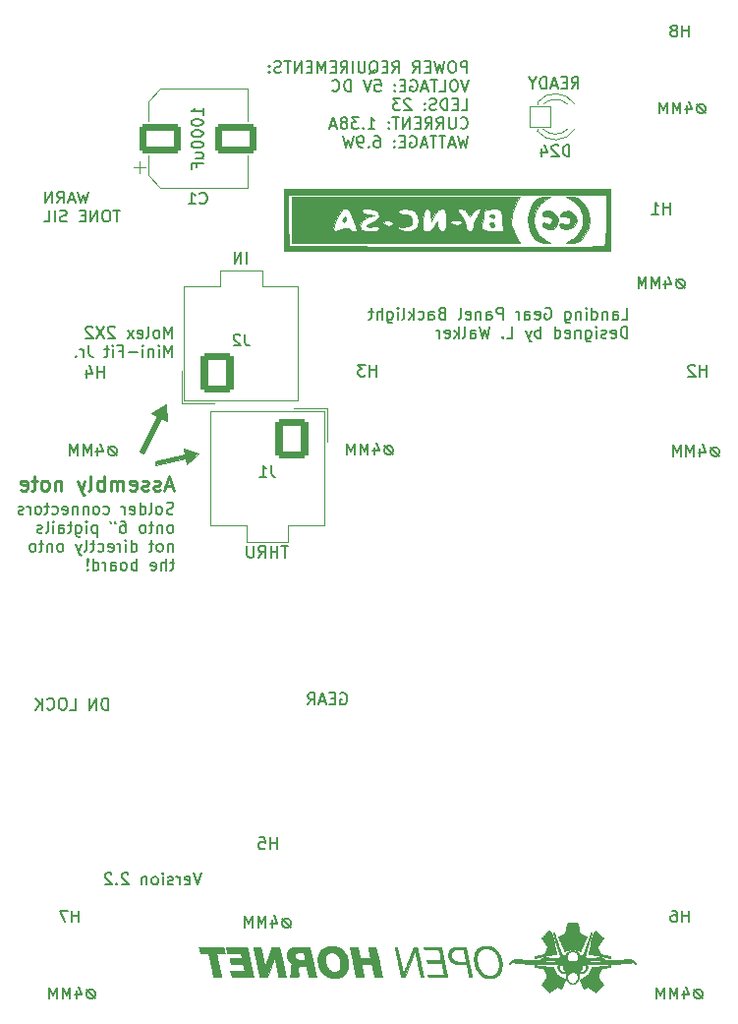
<source format=gbr>
%TF.GenerationSoftware,KiCad,Pcbnew,(6.0.9)*%
%TF.CreationDate,2022-12-27T01:45:07-09:00*%
%TF.ProjectId,PCB_ LANDING GEAR PANEL,5043422c-204c-4414-9e44-494e47204745,rev?*%
%TF.SameCoordinates,Original*%
%TF.FileFunction,Legend,Bot*%
%TF.FilePolarity,Positive*%
%FSLAX46Y46*%
G04 Gerber Fmt 4.6, Leading zero omitted, Abs format (unit mm)*
G04 Created by KiCad (PCBNEW (6.0.9)) date 2022-12-27 01:45:07*
%MOMM*%
%LPD*%
G01*
G04 APERTURE LIST*
G04 Aperture macros list*
%AMRoundRect*
0 Rectangle with rounded corners*
0 $1 Rounding radius*
0 $2 $3 $4 $5 $6 $7 $8 $9 X,Y pos of 4 corners*
0 Add a 4 corners polygon primitive as box body*
4,1,4,$2,$3,$4,$5,$6,$7,$8,$9,$2,$3,0*
0 Add four circle primitives for the rounded corners*
1,1,$1+$1,$2,$3*
1,1,$1+$1,$4,$5*
1,1,$1+$1,$6,$7*
1,1,$1+$1,$8,$9*
0 Add four rect primitives between the rounded corners*
20,1,$1+$1,$2,$3,$4,$5,0*
20,1,$1+$1,$4,$5,$6,$7,0*
20,1,$1+$1,$6,$7,$8,$9,0*
20,1,$1+$1,$8,$9,$2,$3,0*%
G04 Aperture macros list end*
%ADD10C,0.100000*%
%ADD11C,0.150000*%
%ADD12C,0.250000*%
%ADD13C,0.120000*%
%ADD14C,0.010000*%
%ADD15RoundRect,0.300001X-1.099999X-1.399999X1.099999X-1.399999X1.099999X1.399999X-1.099999X1.399999X0*%
%ADD16O,2.800000X3.400000*%
%ADD17RoundRect,0.300001X1.099999X1.399999X-1.099999X1.399999X-1.099999X-1.399999X1.099999X-1.399999X0*%
%ADD18RoundRect,0.050000X-0.900000X-0.900000X0.900000X-0.900000X0.900000X0.900000X-0.900000X0.900000X0*%
%ADD19C,1.900000*%
%ADD20RoundRect,0.300000X-1.500000X-1.000000X1.500000X-1.000000X1.500000X1.000000X-1.500000X1.000000X0*%
G04 APERTURE END LIST*
D10*
G36*
X79640000Y-77900000D02*
G01*
X78660000Y-78870000D01*
X78550000Y-78330000D01*
X75960000Y-78880000D01*
X75906000Y-78584000D01*
X78470000Y-78010000D01*
X78390000Y-77490000D01*
X79640000Y-77900000D01*
G37*
X79640000Y-77900000D02*
X78660000Y-78870000D01*
X78550000Y-78330000D01*
X75960000Y-78880000D01*
X75906000Y-78584000D01*
X78470000Y-78010000D01*
X78390000Y-77490000D01*
X79640000Y-77900000D01*
G36*
X76940000Y-75070000D02*
G01*
X76434000Y-74844000D01*
X74904000Y-77924000D01*
X74606000Y-77758000D01*
X76130000Y-74710000D01*
X75622000Y-74456000D01*
X76834000Y-73654000D01*
X76940000Y-75070000D01*
G37*
X76940000Y-75070000D02*
X76434000Y-74844000D01*
X74904000Y-77924000D01*
X74606000Y-77758000D01*
X76130000Y-74710000D01*
X75622000Y-74456000D01*
X76834000Y-73654000D01*
X76940000Y-75070000D01*
D11*
X69341904Y-118232180D02*
X69341904Y-117232180D01*
X69341904Y-117708371D02*
X68770476Y-117708371D01*
X68770476Y-118232180D02*
X68770476Y-117232180D01*
X68389523Y-117232180D02*
X67722857Y-117232180D01*
X68151428Y-118232180D01*
X70522885Y-124074276D02*
X70332409Y-124074276D01*
X70141933Y-124169514D01*
X70046695Y-124359990D01*
X70046695Y-124550466D01*
X70141933Y-124740942D01*
X70332409Y-124836180D01*
X70522885Y-124836180D01*
X70713361Y-124740942D01*
X70808600Y-124550466D01*
X70808600Y-124359990D01*
X70713361Y-124169514D01*
X70522885Y-124074276D01*
X70046695Y-124074276D02*
X70808600Y-124836180D01*
X69141933Y-124169514D02*
X69141933Y-124836180D01*
X69380028Y-123788561D02*
X69618123Y-124502847D01*
X68999076Y-124502847D01*
X68618123Y-124836180D02*
X68618123Y-123836180D01*
X68284790Y-124550466D01*
X67951457Y-123836180D01*
X67951457Y-124836180D01*
X67475266Y-124836180D02*
X67475266Y-123836180D01*
X67141933Y-124550466D01*
X66808600Y-123836180D01*
X66808600Y-124836180D01*
X121919904Y-42032180D02*
X121919904Y-41032180D01*
X121919904Y-41508371D02*
X121348476Y-41508371D01*
X121348476Y-42032180D02*
X121348476Y-41032180D01*
X120729428Y-41460752D02*
X120824666Y-41413133D01*
X120872285Y-41365514D01*
X120919904Y-41270276D01*
X120919904Y-41222657D01*
X120872285Y-41127419D01*
X120824666Y-41079800D01*
X120729428Y-41032180D01*
X120538952Y-41032180D01*
X120443714Y-41079800D01*
X120396095Y-41127419D01*
X120348476Y-41222657D01*
X120348476Y-41270276D01*
X120396095Y-41365514D01*
X120443714Y-41413133D01*
X120538952Y-41460752D01*
X120729428Y-41460752D01*
X120824666Y-41508371D01*
X120872285Y-41555990D01*
X120919904Y-41651228D01*
X120919904Y-41841704D01*
X120872285Y-41936942D01*
X120824666Y-41984561D01*
X120729428Y-42032180D01*
X120538952Y-42032180D01*
X120443714Y-41984561D01*
X120396095Y-41936942D01*
X120348476Y-41841704D01*
X120348476Y-41651228D01*
X120396095Y-41555990D01*
X120443714Y-41508371D01*
X120538952Y-41460752D01*
X123100885Y-47874276D02*
X122910409Y-47874276D01*
X122719933Y-47969514D01*
X122624695Y-48159990D01*
X122624695Y-48350466D01*
X122719933Y-48540942D01*
X122910409Y-48636180D01*
X123100885Y-48636180D01*
X123291361Y-48540942D01*
X123386600Y-48350466D01*
X123386600Y-48159990D01*
X123291361Y-47969514D01*
X123100885Y-47874276D01*
X122624695Y-47874276D02*
X123386600Y-48636180D01*
X121719933Y-47969514D02*
X121719933Y-48636180D01*
X121958028Y-47588561D02*
X122196123Y-48302847D01*
X121577076Y-48302847D01*
X121196123Y-48636180D02*
X121196123Y-47636180D01*
X120862790Y-48350466D01*
X120529457Y-47636180D01*
X120529457Y-48636180D01*
X120053266Y-48636180D02*
X120053266Y-47636180D01*
X119719933Y-48350466D01*
X119386600Y-47636180D01*
X119386600Y-48636180D01*
X79882476Y-114006380D02*
X79549142Y-115006380D01*
X79215809Y-114006380D01*
X78501523Y-114958761D02*
X78596761Y-115006380D01*
X78787238Y-115006380D01*
X78882476Y-114958761D01*
X78930095Y-114863523D01*
X78930095Y-114482571D01*
X78882476Y-114387333D01*
X78787238Y-114339714D01*
X78596761Y-114339714D01*
X78501523Y-114387333D01*
X78453904Y-114482571D01*
X78453904Y-114577809D01*
X78930095Y-114673047D01*
X78025333Y-115006380D02*
X78025333Y-114339714D01*
X78025333Y-114530190D02*
X77977714Y-114434952D01*
X77930095Y-114387333D01*
X77834857Y-114339714D01*
X77739619Y-114339714D01*
X77453904Y-114958761D02*
X77358666Y-115006380D01*
X77168190Y-115006380D01*
X77072952Y-114958761D01*
X77025333Y-114863523D01*
X77025333Y-114815904D01*
X77072952Y-114720666D01*
X77168190Y-114673047D01*
X77311047Y-114673047D01*
X77406285Y-114625428D01*
X77453904Y-114530190D01*
X77453904Y-114482571D01*
X77406285Y-114387333D01*
X77311047Y-114339714D01*
X77168190Y-114339714D01*
X77072952Y-114387333D01*
X76596761Y-115006380D02*
X76596761Y-114339714D01*
X76596761Y-114006380D02*
X76644380Y-114054000D01*
X76596761Y-114101619D01*
X76549142Y-114054000D01*
X76596761Y-114006380D01*
X76596761Y-114101619D01*
X75977714Y-115006380D02*
X76072952Y-114958761D01*
X76120571Y-114911142D01*
X76168190Y-114815904D01*
X76168190Y-114530190D01*
X76120571Y-114434952D01*
X76072952Y-114387333D01*
X75977714Y-114339714D01*
X75834857Y-114339714D01*
X75739619Y-114387333D01*
X75692000Y-114434952D01*
X75644380Y-114530190D01*
X75644380Y-114815904D01*
X75692000Y-114911142D01*
X75739619Y-114958761D01*
X75834857Y-115006380D01*
X75977714Y-115006380D01*
X75215809Y-114339714D02*
X75215809Y-115006380D01*
X75215809Y-114434952D02*
X75168190Y-114387333D01*
X75072952Y-114339714D01*
X74930095Y-114339714D01*
X74834857Y-114387333D01*
X74787238Y-114482571D01*
X74787238Y-115006380D01*
X73596761Y-114101619D02*
X73549142Y-114054000D01*
X73453904Y-114006380D01*
X73215809Y-114006380D01*
X73120571Y-114054000D01*
X73072952Y-114101619D01*
X73025333Y-114196857D01*
X73025333Y-114292095D01*
X73072952Y-114434952D01*
X73644380Y-115006380D01*
X73025333Y-115006380D01*
X72596761Y-114911142D02*
X72549142Y-114958761D01*
X72596761Y-115006380D01*
X72644380Y-114958761D01*
X72596761Y-114911142D01*
X72596761Y-115006380D01*
X72168190Y-114101619D02*
X72120571Y-114054000D01*
X72025333Y-114006380D01*
X71787238Y-114006380D01*
X71692000Y-114054000D01*
X71644380Y-114101619D01*
X71596761Y-114196857D01*
X71596761Y-114292095D01*
X71644380Y-114434952D01*
X72215809Y-115006380D01*
X71596761Y-115006380D01*
X80055980Y-48750790D02*
X80055980Y-48179361D01*
X80055980Y-48465076D02*
X79055980Y-48465076D01*
X79198838Y-48369838D01*
X79294076Y-48274600D01*
X79341695Y-48179361D01*
X79055980Y-49369838D02*
X79055980Y-49465076D01*
X79103600Y-49560314D01*
X79151219Y-49607933D01*
X79246457Y-49655552D01*
X79436933Y-49703171D01*
X79675028Y-49703171D01*
X79865504Y-49655552D01*
X79960742Y-49607933D01*
X80008361Y-49560314D01*
X80055980Y-49465076D01*
X80055980Y-49369838D01*
X80008361Y-49274600D01*
X79960742Y-49226980D01*
X79865504Y-49179361D01*
X79675028Y-49131742D01*
X79436933Y-49131742D01*
X79246457Y-49179361D01*
X79151219Y-49226980D01*
X79103600Y-49274600D01*
X79055980Y-49369838D01*
X79055980Y-50322219D02*
X79055980Y-50417457D01*
X79103600Y-50512695D01*
X79151219Y-50560314D01*
X79246457Y-50607933D01*
X79436933Y-50655552D01*
X79675028Y-50655552D01*
X79865504Y-50607933D01*
X79960742Y-50560314D01*
X80008361Y-50512695D01*
X80055980Y-50417457D01*
X80055980Y-50322219D01*
X80008361Y-50226980D01*
X79960742Y-50179361D01*
X79865504Y-50131742D01*
X79675028Y-50084123D01*
X79436933Y-50084123D01*
X79246457Y-50131742D01*
X79151219Y-50179361D01*
X79103600Y-50226980D01*
X79055980Y-50322219D01*
X79055980Y-51274600D02*
X79055980Y-51369838D01*
X79103600Y-51465076D01*
X79151219Y-51512695D01*
X79246457Y-51560314D01*
X79436933Y-51607933D01*
X79675028Y-51607933D01*
X79865504Y-51560314D01*
X79960742Y-51512695D01*
X80008361Y-51465076D01*
X80055980Y-51369838D01*
X80055980Y-51274600D01*
X80008361Y-51179361D01*
X79960742Y-51131742D01*
X79865504Y-51084123D01*
X79675028Y-51036504D01*
X79436933Y-51036504D01*
X79246457Y-51084123D01*
X79151219Y-51131742D01*
X79103600Y-51179361D01*
X79055980Y-51274600D01*
X79389314Y-52465076D02*
X80055980Y-52465076D01*
X79389314Y-52036504D02*
X79913123Y-52036504D01*
X80008361Y-52084123D01*
X80055980Y-52179361D01*
X80055980Y-52322219D01*
X80008361Y-52417457D01*
X79960742Y-52465076D01*
X79532171Y-53274600D02*
X79532171Y-52941266D01*
X80055980Y-52941266D02*
X79055980Y-52941266D01*
X79055980Y-53417457D01*
X87383333Y-85852380D02*
X86811904Y-85852380D01*
X87097619Y-86852380D02*
X87097619Y-85852380D01*
X86478571Y-86852380D02*
X86478571Y-85852380D01*
X86478571Y-86328571D02*
X85907142Y-86328571D01*
X85907142Y-86852380D02*
X85907142Y-85852380D01*
X84859523Y-86852380D02*
X85192857Y-86376190D01*
X85430952Y-86852380D02*
X85430952Y-85852380D01*
X85050000Y-85852380D01*
X84954761Y-85900000D01*
X84907142Y-85947619D01*
X84859523Y-86042857D01*
X84859523Y-86185714D01*
X84907142Y-86280952D01*
X84954761Y-86328571D01*
X85050000Y-86376190D01*
X85430952Y-86376190D01*
X84430952Y-85852380D02*
X84430952Y-86661904D01*
X84383333Y-86757142D01*
X84335714Y-86804761D01*
X84240476Y-86852380D01*
X84050000Y-86852380D01*
X83954761Y-86804761D01*
X83907142Y-86757142D01*
X83859523Y-86661904D01*
X83859523Y-85852380D01*
X122846885Y-124074276D02*
X122656409Y-124074276D01*
X122465933Y-124169514D01*
X122370695Y-124359990D01*
X122370695Y-124550466D01*
X122465933Y-124740942D01*
X122656409Y-124836180D01*
X122846885Y-124836180D01*
X123037361Y-124740942D01*
X123132600Y-124550466D01*
X123132600Y-124359990D01*
X123037361Y-124169514D01*
X122846885Y-124074276D01*
X122370695Y-124074276D02*
X123132600Y-124836180D01*
X121465933Y-124169514D02*
X121465933Y-124836180D01*
X121704028Y-123788561D02*
X121942123Y-124502847D01*
X121323076Y-124502847D01*
X120942123Y-124836180D02*
X120942123Y-123836180D01*
X120608790Y-124550466D01*
X120275457Y-123836180D01*
X120275457Y-124836180D01*
X119799266Y-124836180D02*
X119799266Y-123836180D01*
X119465933Y-124550466D01*
X119132600Y-123836180D01*
X119132600Y-124836180D01*
X72326285Y-77312876D02*
X72135809Y-77312876D01*
X71945333Y-77408114D01*
X71850095Y-77598590D01*
X71850095Y-77789066D01*
X71945333Y-77979542D01*
X72135809Y-78074780D01*
X72326285Y-78074780D01*
X72516761Y-77979542D01*
X72612000Y-77789066D01*
X72612000Y-77598590D01*
X72516761Y-77408114D01*
X72326285Y-77312876D01*
X71850095Y-77312876D02*
X72612000Y-78074780D01*
X70945333Y-77408114D02*
X70945333Y-78074780D01*
X71183428Y-77027161D02*
X71421523Y-77741447D01*
X70802476Y-77741447D01*
X70421523Y-78074780D02*
X70421523Y-77074780D01*
X70088190Y-77789066D01*
X69754857Y-77074780D01*
X69754857Y-78074780D01*
X69278666Y-78074780D02*
X69278666Y-77074780D01*
X68945333Y-77789066D01*
X68612000Y-77074780D01*
X68612000Y-78074780D01*
X111812200Y-46502580D02*
X112145533Y-46026390D01*
X112383628Y-46502580D02*
X112383628Y-45502580D01*
X112002676Y-45502580D01*
X111907438Y-45550200D01*
X111859819Y-45597819D01*
X111812200Y-45693057D01*
X111812200Y-45835914D01*
X111859819Y-45931152D01*
X111907438Y-45978771D01*
X112002676Y-46026390D01*
X112383628Y-46026390D01*
X111383628Y-45978771D02*
X111050295Y-45978771D01*
X110907438Y-46502580D02*
X111383628Y-46502580D01*
X111383628Y-45502580D01*
X110907438Y-45502580D01*
X110526485Y-46216866D02*
X110050295Y-46216866D01*
X110621723Y-46502580D02*
X110288390Y-45502580D01*
X109955057Y-46502580D01*
X109621723Y-46502580D02*
X109621723Y-45502580D01*
X109383628Y-45502580D01*
X109240771Y-45550200D01*
X109145533Y-45645438D01*
X109097914Y-45740676D01*
X109050295Y-45931152D01*
X109050295Y-46074009D01*
X109097914Y-46264485D01*
X109145533Y-46359723D01*
X109240771Y-46454961D01*
X109383628Y-46502580D01*
X109621723Y-46502580D01*
X108431247Y-46026390D02*
X108431247Y-46502580D01*
X108764580Y-45502580D02*
X108431247Y-46026390D01*
X108097914Y-45502580D01*
X94995904Y-71267580D02*
X94995904Y-70267580D01*
X94995904Y-70743771D02*
X94424476Y-70743771D01*
X94424476Y-71267580D02*
X94424476Y-70267580D01*
X94043523Y-70267580D02*
X93424476Y-70267580D01*
X93757809Y-70648533D01*
X93614952Y-70648533D01*
X93519714Y-70696152D01*
X93472095Y-70743771D01*
X93424476Y-70839009D01*
X93424476Y-71077104D01*
X93472095Y-71172342D01*
X93519714Y-71219961D01*
X93614952Y-71267580D01*
X93900666Y-71267580D01*
X93995904Y-71219961D01*
X94043523Y-71172342D01*
X116138214Y-66347380D02*
X116614404Y-66347380D01*
X116614404Y-65347380D01*
X115376309Y-66347380D02*
X115376309Y-65823571D01*
X115423928Y-65728333D01*
X115519166Y-65680714D01*
X115709642Y-65680714D01*
X115804880Y-65728333D01*
X115376309Y-66299761D02*
X115471547Y-66347380D01*
X115709642Y-66347380D01*
X115804880Y-66299761D01*
X115852500Y-66204523D01*
X115852500Y-66109285D01*
X115804880Y-66014047D01*
X115709642Y-65966428D01*
X115471547Y-65966428D01*
X115376309Y-65918809D01*
X114900119Y-65680714D02*
X114900119Y-66347380D01*
X114900119Y-65775952D02*
X114852500Y-65728333D01*
X114757261Y-65680714D01*
X114614404Y-65680714D01*
X114519166Y-65728333D01*
X114471547Y-65823571D01*
X114471547Y-66347380D01*
X113566785Y-66347380D02*
X113566785Y-65347380D01*
X113566785Y-66299761D02*
X113662023Y-66347380D01*
X113852500Y-66347380D01*
X113947738Y-66299761D01*
X113995357Y-66252142D01*
X114042976Y-66156904D01*
X114042976Y-65871190D01*
X113995357Y-65775952D01*
X113947738Y-65728333D01*
X113852500Y-65680714D01*
X113662023Y-65680714D01*
X113566785Y-65728333D01*
X113090595Y-66347380D02*
X113090595Y-65680714D01*
X113090595Y-65347380D02*
X113138214Y-65395000D01*
X113090595Y-65442619D01*
X113042976Y-65395000D01*
X113090595Y-65347380D01*
X113090595Y-65442619D01*
X112614404Y-65680714D02*
X112614404Y-66347380D01*
X112614404Y-65775952D02*
X112566785Y-65728333D01*
X112471547Y-65680714D01*
X112328690Y-65680714D01*
X112233452Y-65728333D01*
X112185833Y-65823571D01*
X112185833Y-66347380D01*
X111281071Y-65680714D02*
X111281071Y-66490238D01*
X111328690Y-66585476D01*
X111376309Y-66633095D01*
X111471547Y-66680714D01*
X111614404Y-66680714D01*
X111709642Y-66633095D01*
X111281071Y-66299761D02*
X111376309Y-66347380D01*
X111566785Y-66347380D01*
X111662023Y-66299761D01*
X111709642Y-66252142D01*
X111757261Y-66156904D01*
X111757261Y-65871190D01*
X111709642Y-65775952D01*
X111662023Y-65728333D01*
X111566785Y-65680714D01*
X111376309Y-65680714D01*
X111281071Y-65728333D01*
X109519166Y-65395000D02*
X109614404Y-65347380D01*
X109757261Y-65347380D01*
X109900119Y-65395000D01*
X109995357Y-65490238D01*
X110042976Y-65585476D01*
X110090595Y-65775952D01*
X110090595Y-65918809D01*
X110042976Y-66109285D01*
X109995357Y-66204523D01*
X109900119Y-66299761D01*
X109757261Y-66347380D01*
X109662023Y-66347380D01*
X109519166Y-66299761D01*
X109471547Y-66252142D01*
X109471547Y-65918809D01*
X109662023Y-65918809D01*
X108662023Y-66299761D02*
X108757261Y-66347380D01*
X108947738Y-66347380D01*
X109042976Y-66299761D01*
X109090595Y-66204523D01*
X109090595Y-65823571D01*
X109042976Y-65728333D01*
X108947738Y-65680714D01*
X108757261Y-65680714D01*
X108662023Y-65728333D01*
X108614404Y-65823571D01*
X108614404Y-65918809D01*
X109090595Y-66014047D01*
X107757261Y-66347380D02*
X107757261Y-65823571D01*
X107804880Y-65728333D01*
X107900119Y-65680714D01*
X108090595Y-65680714D01*
X108185833Y-65728333D01*
X107757261Y-66299761D02*
X107852500Y-66347380D01*
X108090595Y-66347380D01*
X108185833Y-66299761D01*
X108233452Y-66204523D01*
X108233452Y-66109285D01*
X108185833Y-66014047D01*
X108090595Y-65966428D01*
X107852500Y-65966428D01*
X107757261Y-65918809D01*
X107281071Y-66347380D02*
X107281071Y-65680714D01*
X107281071Y-65871190D02*
X107233452Y-65775952D01*
X107185833Y-65728333D01*
X107090595Y-65680714D01*
X106995357Y-65680714D01*
X105900119Y-66347380D02*
X105900119Y-65347380D01*
X105519166Y-65347380D01*
X105423928Y-65395000D01*
X105376309Y-65442619D01*
X105328690Y-65537857D01*
X105328690Y-65680714D01*
X105376309Y-65775952D01*
X105423928Y-65823571D01*
X105519166Y-65871190D01*
X105900119Y-65871190D01*
X104471547Y-66347380D02*
X104471547Y-65823571D01*
X104519166Y-65728333D01*
X104614404Y-65680714D01*
X104804880Y-65680714D01*
X104900119Y-65728333D01*
X104471547Y-66299761D02*
X104566785Y-66347380D01*
X104804880Y-66347380D01*
X104900119Y-66299761D01*
X104947738Y-66204523D01*
X104947738Y-66109285D01*
X104900119Y-66014047D01*
X104804880Y-65966428D01*
X104566785Y-65966428D01*
X104471547Y-65918809D01*
X103995357Y-65680714D02*
X103995357Y-66347380D01*
X103995357Y-65775952D02*
X103947738Y-65728333D01*
X103852500Y-65680714D01*
X103709642Y-65680714D01*
X103614404Y-65728333D01*
X103566785Y-65823571D01*
X103566785Y-66347380D01*
X102709642Y-66299761D02*
X102804880Y-66347380D01*
X102995357Y-66347380D01*
X103090595Y-66299761D01*
X103138214Y-66204523D01*
X103138214Y-65823571D01*
X103090595Y-65728333D01*
X102995357Y-65680714D01*
X102804880Y-65680714D01*
X102709642Y-65728333D01*
X102662023Y-65823571D01*
X102662023Y-65918809D01*
X103138214Y-66014047D01*
X102090595Y-66347380D02*
X102185833Y-66299761D01*
X102233452Y-66204523D01*
X102233452Y-65347380D01*
X100614404Y-65823571D02*
X100471547Y-65871190D01*
X100423928Y-65918809D01*
X100376309Y-66014047D01*
X100376309Y-66156904D01*
X100423928Y-66252142D01*
X100471547Y-66299761D01*
X100566785Y-66347380D01*
X100947738Y-66347380D01*
X100947738Y-65347380D01*
X100614404Y-65347380D01*
X100519166Y-65395000D01*
X100471547Y-65442619D01*
X100423928Y-65537857D01*
X100423928Y-65633095D01*
X100471547Y-65728333D01*
X100519166Y-65775952D01*
X100614404Y-65823571D01*
X100947738Y-65823571D01*
X99519166Y-66347380D02*
X99519166Y-65823571D01*
X99566785Y-65728333D01*
X99662023Y-65680714D01*
X99852500Y-65680714D01*
X99947738Y-65728333D01*
X99519166Y-66299761D02*
X99614404Y-66347380D01*
X99852500Y-66347380D01*
X99947738Y-66299761D01*
X99995357Y-66204523D01*
X99995357Y-66109285D01*
X99947738Y-66014047D01*
X99852500Y-65966428D01*
X99614404Y-65966428D01*
X99519166Y-65918809D01*
X98614404Y-66299761D02*
X98709642Y-66347380D01*
X98900119Y-66347380D01*
X98995357Y-66299761D01*
X99042976Y-66252142D01*
X99090595Y-66156904D01*
X99090595Y-65871190D01*
X99042976Y-65775952D01*
X98995357Y-65728333D01*
X98900119Y-65680714D01*
X98709642Y-65680714D01*
X98614404Y-65728333D01*
X98185833Y-66347380D02*
X98185833Y-65347380D01*
X98090595Y-65966428D02*
X97804880Y-66347380D01*
X97804880Y-65680714D02*
X98185833Y-66061666D01*
X97233452Y-66347380D02*
X97328690Y-66299761D01*
X97376309Y-66204523D01*
X97376309Y-65347380D01*
X96852500Y-66347380D02*
X96852500Y-65680714D01*
X96852500Y-65347380D02*
X96900119Y-65395000D01*
X96852500Y-65442619D01*
X96804880Y-65395000D01*
X96852500Y-65347380D01*
X96852500Y-65442619D01*
X95947738Y-65680714D02*
X95947738Y-66490238D01*
X95995357Y-66585476D01*
X96042976Y-66633095D01*
X96138214Y-66680714D01*
X96281071Y-66680714D01*
X96376309Y-66633095D01*
X95947738Y-66299761D02*
X96042976Y-66347380D01*
X96233452Y-66347380D01*
X96328690Y-66299761D01*
X96376309Y-66252142D01*
X96423928Y-66156904D01*
X96423928Y-65871190D01*
X96376309Y-65775952D01*
X96328690Y-65728333D01*
X96233452Y-65680714D01*
X96042976Y-65680714D01*
X95947738Y-65728333D01*
X95471547Y-66347380D02*
X95471547Y-65347380D01*
X95042976Y-66347380D02*
X95042976Y-65823571D01*
X95090595Y-65728333D01*
X95185833Y-65680714D01*
X95328690Y-65680714D01*
X95423928Y-65728333D01*
X95471547Y-65775952D01*
X94709642Y-65680714D02*
X94328690Y-65680714D01*
X94566785Y-65347380D02*
X94566785Y-66204523D01*
X94519166Y-66299761D01*
X94423928Y-66347380D01*
X94328690Y-66347380D01*
X116614404Y-67957380D02*
X116614404Y-66957380D01*
X116376309Y-66957380D01*
X116233452Y-67005000D01*
X116138214Y-67100238D01*
X116090595Y-67195476D01*
X116042976Y-67385952D01*
X116042976Y-67528809D01*
X116090595Y-67719285D01*
X116138214Y-67814523D01*
X116233452Y-67909761D01*
X116376309Y-67957380D01*
X116614404Y-67957380D01*
X115233452Y-67909761D02*
X115328690Y-67957380D01*
X115519166Y-67957380D01*
X115614404Y-67909761D01*
X115662023Y-67814523D01*
X115662023Y-67433571D01*
X115614404Y-67338333D01*
X115519166Y-67290714D01*
X115328690Y-67290714D01*
X115233452Y-67338333D01*
X115185833Y-67433571D01*
X115185833Y-67528809D01*
X115662023Y-67624047D01*
X114804880Y-67909761D02*
X114709642Y-67957380D01*
X114519166Y-67957380D01*
X114423928Y-67909761D01*
X114376309Y-67814523D01*
X114376309Y-67766904D01*
X114423928Y-67671666D01*
X114519166Y-67624047D01*
X114662023Y-67624047D01*
X114757261Y-67576428D01*
X114804880Y-67481190D01*
X114804880Y-67433571D01*
X114757261Y-67338333D01*
X114662023Y-67290714D01*
X114519166Y-67290714D01*
X114423928Y-67338333D01*
X113947738Y-67957380D02*
X113947738Y-67290714D01*
X113947738Y-66957380D02*
X113995357Y-67005000D01*
X113947738Y-67052619D01*
X113900119Y-67005000D01*
X113947738Y-66957380D01*
X113947738Y-67052619D01*
X113042976Y-67290714D02*
X113042976Y-68100238D01*
X113090595Y-68195476D01*
X113138214Y-68243095D01*
X113233452Y-68290714D01*
X113376309Y-68290714D01*
X113471547Y-68243095D01*
X113042976Y-67909761D02*
X113138214Y-67957380D01*
X113328690Y-67957380D01*
X113423928Y-67909761D01*
X113471547Y-67862142D01*
X113519166Y-67766904D01*
X113519166Y-67481190D01*
X113471547Y-67385952D01*
X113423928Y-67338333D01*
X113328690Y-67290714D01*
X113138214Y-67290714D01*
X113042976Y-67338333D01*
X112566785Y-67290714D02*
X112566785Y-67957380D01*
X112566785Y-67385952D02*
X112519166Y-67338333D01*
X112423928Y-67290714D01*
X112281071Y-67290714D01*
X112185833Y-67338333D01*
X112138214Y-67433571D01*
X112138214Y-67957380D01*
X111281071Y-67909761D02*
X111376309Y-67957380D01*
X111566785Y-67957380D01*
X111662023Y-67909761D01*
X111709642Y-67814523D01*
X111709642Y-67433571D01*
X111662023Y-67338333D01*
X111566785Y-67290714D01*
X111376309Y-67290714D01*
X111281071Y-67338333D01*
X111233452Y-67433571D01*
X111233452Y-67528809D01*
X111709642Y-67624047D01*
X110376309Y-67957380D02*
X110376309Y-66957380D01*
X110376309Y-67909761D02*
X110471547Y-67957380D01*
X110662023Y-67957380D01*
X110757261Y-67909761D01*
X110804880Y-67862142D01*
X110852500Y-67766904D01*
X110852500Y-67481190D01*
X110804880Y-67385952D01*
X110757261Y-67338333D01*
X110662023Y-67290714D01*
X110471547Y-67290714D01*
X110376309Y-67338333D01*
X109138214Y-67957380D02*
X109138214Y-66957380D01*
X109138214Y-67338333D02*
X109042976Y-67290714D01*
X108852500Y-67290714D01*
X108757261Y-67338333D01*
X108709642Y-67385952D01*
X108662023Y-67481190D01*
X108662023Y-67766904D01*
X108709642Y-67862142D01*
X108757261Y-67909761D01*
X108852500Y-67957380D01*
X109042976Y-67957380D01*
X109138214Y-67909761D01*
X108328690Y-67290714D02*
X108090595Y-67957380D01*
X107852500Y-67290714D02*
X108090595Y-67957380D01*
X108185833Y-68195476D01*
X108233452Y-68243095D01*
X108328690Y-68290714D01*
X106233452Y-67957380D02*
X106709642Y-67957380D01*
X106709642Y-66957380D01*
X105900119Y-67862142D02*
X105852500Y-67909761D01*
X105900119Y-67957380D01*
X105947738Y-67909761D01*
X105900119Y-67862142D01*
X105900119Y-67957380D01*
X104757261Y-66957380D02*
X104519166Y-67957380D01*
X104328690Y-67243095D01*
X104138214Y-67957380D01*
X103900119Y-66957380D01*
X103090595Y-67957380D02*
X103090595Y-67433571D01*
X103138214Y-67338333D01*
X103233452Y-67290714D01*
X103423928Y-67290714D01*
X103519166Y-67338333D01*
X103090595Y-67909761D02*
X103185833Y-67957380D01*
X103423928Y-67957380D01*
X103519166Y-67909761D01*
X103566785Y-67814523D01*
X103566785Y-67719285D01*
X103519166Y-67624047D01*
X103423928Y-67576428D01*
X103185833Y-67576428D01*
X103090595Y-67528809D01*
X102471547Y-67957380D02*
X102566785Y-67909761D01*
X102614404Y-67814523D01*
X102614404Y-66957380D01*
X102090595Y-67957380D02*
X102090595Y-66957380D01*
X101995357Y-67576428D02*
X101709642Y-67957380D01*
X101709642Y-67290714D02*
X102090595Y-67671666D01*
X100900119Y-67909761D02*
X100995357Y-67957380D01*
X101185833Y-67957380D01*
X101281071Y-67909761D01*
X101328690Y-67814523D01*
X101328690Y-67433571D01*
X101281071Y-67338333D01*
X101185833Y-67290714D01*
X100995357Y-67290714D01*
X100900119Y-67338333D01*
X100852500Y-67433571D01*
X100852500Y-67528809D01*
X101328690Y-67624047D01*
X100423928Y-67957380D02*
X100423928Y-67290714D01*
X100423928Y-67481190D02*
X100376309Y-67385952D01*
X100328690Y-67338333D01*
X100233452Y-67290714D01*
X100138214Y-67290714D01*
X102814404Y-45132380D02*
X102814404Y-44132380D01*
X102433452Y-44132380D01*
X102338214Y-44180000D01*
X102290595Y-44227619D01*
X102242976Y-44322857D01*
X102242976Y-44465714D01*
X102290595Y-44560952D01*
X102338214Y-44608571D01*
X102433452Y-44656190D01*
X102814404Y-44656190D01*
X101623928Y-44132380D02*
X101433452Y-44132380D01*
X101338214Y-44180000D01*
X101242976Y-44275238D01*
X101195357Y-44465714D01*
X101195357Y-44799047D01*
X101242976Y-44989523D01*
X101338214Y-45084761D01*
X101433452Y-45132380D01*
X101623928Y-45132380D01*
X101719166Y-45084761D01*
X101814404Y-44989523D01*
X101862023Y-44799047D01*
X101862023Y-44465714D01*
X101814404Y-44275238D01*
X101719166Y-44180000D01*
X101623928Y-44132380D01*
X100862023Y-44132380D02*
X100623928Y-45132380D01*
X100433452Y-44418095D01*
X100242976Y-45132380D01*
X100004880Y-44132380D01*
X99623928Y-44608571D02*
X99290595Y-44608571D01*
X99147738Y-45132380D02*
X99623928Y-45132380D01*
X99623928Y-44132380D01*
X99147738Y-44132380D01*
X98147738Y-45132380D02*
X98481071Y-44656190D01*
X98719166Y-45132380D02*
X98719166Y-44132380D01*
X98338214Y-44132380D01*
X98242976Y-44180000D01*
X98195357Y-44227619D01*
X98147738Y-44322857D01*
X98147738Y-44465714D01*
X98195357Y-44560952D01*
X98242976Y-44608571D01*
X98338214Y-44656190D01*
X98719166Y-44656190D01*
X96385833Y-45132380D02*
X96719166Y-44656190D01*
X96957261Y-45132380D02*
X96957261Y-44132380D01*
X96576309Y-44132380D01*
X96481071Y-44180000D01*
X96433452Y-44227619D01*
X96385833Y-44322857D01*
X96385833Y-44465714D01*
X96433452Y-44560952D01*
X96481071Y-44608571D01*
X96576309Y-44656190D01*
X96957261Y-44656190D01*
X95957261Y-44608571D02*
X95623928Y-44608571D01*
X95481071Y-45132380D02*
X95957261Y-45132380D01*
X95957261Y-44132380D01*
X95481071Y-44132380D01*
X94385833Y-45227619D02*
X94481071Y-45180000D01*
X94576309Y-45084761D01*
X94719166Y-44941904D01*
X94814404Y-44894285D01*
X94909642Y-44894285D01*
X94862023Y-45132380D02*
X94957261Y-45084761D01*
X95052500Y-44989523D01*
X95100119Y-44799047D01*
X95100119Y-44465714D01*
X95052500Y-44275238D01*
X94957261Y-44180000D01*
X94862023Y-44132380D01*
X94671547Y-44132380D01*
X94576309Y-44180000D01*
X94481071Y-44275238D01*
X94433452Y-44465714D01*
X94433452Y-44799047D01*
X94481071Y-44989523D01*
X94576309Y-45084761D01*
X94671547Y-45132380D01*
X94862023Y-45132380D01*
X94004880Y-44132380D02*
X94004880Y-44941904D01*
X93957261Y-45037142D01*
X93909642Y-45084761D01*
X93814404Y-45132380D01*
X93623928Y-45132380D01*
X93528690Y-45084761D01*
X93481071Y-45037142D01*
X93433452Y-44941904D01*
X93433452Y-44132380D01*
X92957261Y-45132380D02*
X92957261Y-44132380D01*
X91909642Y-45132380D02*
X92242976Y-44656190D01*
X92481071Y-45132380D02*
X92481071Y-44132380D01*
X92100119Y-44132380D01*
X92004880Y-44180000D01*
X91957261Y-44227619D01*
X91909642Y-44322857D01*
X91909642Y-44465714D01*
X91957261Y-44560952D01*
X92004880Y-44608571D01*
X92100119Y-44656190D01*
X92481071Y-44656190D01*
X91481071Y-44608571D02*
X91147738Y-44608571D01*
X91004880Y-45132380D02*
X91481071Y-45132380D01*
X91481071Y-44132380D01*
X91004880Y-44132380D01*
X90576309Y-45132380D02*
X90576309Y-44132380D01*
X90242976Y-44846666D01*
X89909642Y-44132380D01*
X89909642Y-45132380D01*
X89433452Y-44608571D02*
X89100119Y-44608571D01*
X88957261Y-45132380D02*
X89433452Y-45132380D01*
X89433452Y-44132380D01*
X88957261Y-44132380D01*
X88528690Y-45132380D02*
X88528690Y-44132380D01*
X87957261Y-45132380D01*
X87957261Y-44132380D01*
X87623928Y-44132380D02*
X87052500Y-44132380D01*
X87338214Y-45132380D02*
X87338214Y-44132380D01*
X86766785Y-45084761D02*
X86623928Y-45132380D01*
X86385833Y-45132380D01*
X86290595Y-45084761D01*
X86242976Y-45037142D01*
X86195357Y-44941904D01*
X86195357Y-44846666D01*
X86242976Y-44751428D01*
X86290595Y-44703809D01*
X86385833Y-44656190D01*
X86576309Y-44608571D01*
X86671547Y-44560952D01*
X86719166Y-44513333D01*
X86766785Y-44418095D01*
X86766785Y-44322857D01*
X86719166Y-44227619D01*
X86671547Y-44180000D01*
X86576309Y-44132380D01*
X86338214Y-44132380D01*
X86195357Y-44180000D01*
X85766785Y-45037142D02*
X85719166Y-45084761D01*
X85766785Y-45132380D01*
X85814404Y-45084761D01*
X85766785Y-45037142D01*
X85766785Y-45132380D01*
X85766785Y-44513333D02*
X85719166Y-44560952D01*
X85766785Y-44608571D01*
X85814404Y-44560952D01*
X85766785Y-44513333D01*
X85766785Y-44608571D01*
X102957261Y-45742380D02*
X102623928Y-46742380D01*
X102290595Y-45742380D01*
X101766785Y-45742380D02*
X101576309Y-45742380D01*
X101481071Y-45790000D01*
X101385833Y-45885238D01*
X101338214Y-46075714D01*
X101338214Y-46409047D01*
X101385833Y-46599523D01*
X101481071Y-46694761D01*
X101576309Y-46742380D01*
X101766785Y-46742380D01*
X101862023Y-46694761D01*
X101957261Y-46599523D01*
X102004880Y-46409047D01*
X102004880Y-46075714D01*
X101957261Y-45885238D01*
X101862023Y-45790000D01*
X101766785Y-45742380D01*
X100433452Y-46742380D02*
X100909642Y-46742380D01*
X100909642Y-45742380D01*
X100242976Y-45742380D02*
X99671547Y-45742380D01*
X99957261Y-46742380D02*
X99957261Y-45742380D01*
X99385833Y-46456666D02*
X98909642Y-46456666D01*
X99481071Y-46742380D02*
X99147738Y-45742380D01*
X98814404Y-46742380D01*
X97957261Y-45790000D02*
X98052500Y-45742380D01*
X98195357Y-45742380D01*
X98338214Y-45790000D01*
X98433452Y-45885238D01*
X98481071Y-45980476D01*
X98528690Y-46170952D01*
X98528690Y-46313809D01*
X98481071Y-46504285D01*
X98433452Y-46599523D01*
X98338214Y-46694761D01*
X98195357Y-46742380D01*
X98100119Y-46742380D01*
X97957261Y-46694761D01*
X97909642Y-46647142D01*
X97909642Y-46313809D01*
X98100119Y-46313809D01*
X97481071Y-46218571D02*
X97147738Y-46218571D01*
X97004880Y-46742380D02*
X97481071Y-46742380D01*
X97481071Y-45742380D01*
X97004880Y-45742380D01*
X96576309Y-46647142D02*
X96528690Y-46694761D01*
X96576309Y-46742380D01*
X96623928Y-46694761D01*
X96576309Y-46647142D01*
X96576309Y-46742380D01*
X96576309Y-46123333D02*
X96528690Y-46170952D01*
X96576309Y-46218571D01*
X96623928Y-46170952D01*
X96576309Y-46123333D01*
X96576309Y-46218571D01*
X94862023Y-45742380D02*
X95338214Y-45742380D01*
X95385833Y-46218571D01*
X95338214Y-46170952D01*
X95242976Y-46123333D01*
X95004880Y-46123333D01*
X94909642Y-46170952D01*
X94862023Y-46218571D01*
X94814404Y-46313809D01*
X94814404Y-46551904D01*
X94862023Y-46647142D01*
X94909642Y-46694761D01*
X95004880Y-46742380D01*
X95242976Y-46742380D01*
X95338214Y-46694761D01*
X95385833Y-46647142D01*
X94528690Y-45742380D02*
X94195357Y-46742380D01*
X93862023Y-45742380D01*
X92766785Y-46742380D02*
X92766785Y-45742380D01*
X92528690Y-45742380D01*
X92385833Y-45790000D01*
X92290595Y-45885238D01*
X92242976Y-45980476D01*
X92195357Y-46170952D01*
X92195357Y-46313809D01*
X92242976Y-46504285D01*
X92290595Y-46599523D01*
X92385833Y-46694761D01*
X92528690Y-46742380D01*
X92766785Y-46742380D01*
X91195357Y-46647142D02*
X91242976Y-46694761D01*
X91385833Y-46742380D01*
X91481071Y-46742380D01*
X91623928Y-46694761D01*
X91719166Y-46599523D01*
X91766785Y-46504285D01*
X91814404Y-46313809D01*
X91814404Y-46170952D01*
X91766785Y-45980476D01*
X91719166Y-45885238D01*
X91623928Y-45790000D01*
X91481071Y-45742380D01*
X91385833Y-45742380D01*
X91242976Y-45790000D01*
X91195357Y-45837619D01*
X102338214Y-48352380D02*
X102814404Y-48352380D01*
X102814404Y-47352380D01*
X102004880Y-47828571D02*
X101671547Y-47828571D01*
X101528690Y-48352380D02*
X102004880Y-48352380D01*
X102004880Y-47352380D01*
X101528690Y-47352380D01*
X101100119Y-48352380D02*
X101100119Y-47352380D01*
X100862023Y-47352380D01*
X100719166Y-47400000D01*
X100623928Y-47495238D01*
X100576309Y-47590476D01*
X100528690Y-47780952D01*
X100528690Y-47923809D01*
X100576309Y-48114285D01*
X100623928Y-48209523D01*
X100719166Y-48304761D01*
X100862023Y-48352380D01*
X101100119Y-48352380D01*
X100147738Y-48304761D02*
X100004880Y-48352380D01*
X99766785Y-48352380D01*
X99671547Y-48304761D01*
X99623928Y-48257142D01*
X99576309Y-48161904D01*
X99576309Y-48066666D01*
X99623928Y-47971428D01*
X99671547Y-47923809D01*
X99766785Y-47876190D01*
X99957261Y-47828571D01*
X100052500Y-47780952D01*
X100100119Y-47733333D01*
X100147738Y-47638095D01*
X100147738Y-47542857D01*
X100100119Y-47447619D01*
X100052500Y-47400000D01*
X99957261Y-47352380D01*
X99719166Y-47352380D01*
X99576309Y-47400000D01*
X99147738Y-48257142D02*
X99100119Y-48304761D01*
X99147738Y-48352380D01*
X99195357Y-48304761D01*
X99147738Y-48257142D01*
X99147738Y-48352380D01*
X99147738Y-47733333D02*
X99100119Y-47780952D01*
X99147738Y-47828571D01*
X99195357Y-47780952D01*
X99147738Y-47733333D01*
X99147738Y-47828571D01*
X97957261Y-47447619D02*
X97909642Y-47400000D01*
X97814404Y-47352380D01*
X97576309Y-47352380D01*
X97481071Y-47400000D01*
X97433452Y-47447619D01*
X97385833Y-47542857D01*
X97385833Y-47638095D01*
X97433452Y-47780952D01*
X98004880Y-48352380D01*
X97385833Y-48352380D01*
X97052500Y-47352380D02*
X96433452Y-47352380D01*
X96766785Y-47733333D01*
X96623928Y-47733333D01*
X96528690Y-47780952D01*
X96481071Y-47828571D01*
X96433452Y-47923809D01*
X96433452Y-48161904D01*
X96481071Y-48257142D01*
X96528690Y-48304761D01*
X96623928Y-48352380D01*
X96909642Y-48352380D01*
X97004880Y-48304761D01*
X97052500Y-48257142D01*
X102242976Y-49867142D02*
X102290595Y-49914761D01*
X102433452Y-49962380D01*
X102528690Y-49962380D01*
X102671547Y-49914761D01*
X102766785Y-49819523D01*
X102814404Y-49724285D01*
X102862023Y-49533809D01*
X102862023Y-49390952D01*
X102814404Y-49200476D01*
X102766785Y-49105238D01*
X102671547Y-49010000D01*
X102528690Y-48962380D01*
X102433452Y-48962380D01*
X102290595Y-49010000D01*
X102242976Y-49057619D01*
X101814404Y-48962380D02*
X101814404Y-49771904D01*
X101766785Y-49867142D01*
X101719166Y-49914761D01*
X101623928Y-49962380D01*
X101433452Y-49962380D01*
X101338214Y-49914761D01*
X101290595Y-49867142D01*
X101242976Y-49771904D01*
X101242976Y-48962380D01*
X100195357Y-49962380D02*
X100528690Y-49486190D01*
X100766785Y-49962380D02*
X100766785Y-48962380D01*
X100385833Y-48962380D01*
X100290595Y-49010000D01*
X100242976Y-49057619D01*
X100195357Y-49152857D01*
X100195357Y-49295714D01*
X100242976Y-49390952D01*
X100290595Y-49438571D01*
X100385833Y-49486190D01*
X100766785Y-49486190D01*
X99195357Y-49962380D02*
X99528690Y-49486190D01*
X99766785Y-49962380D02*
X99766785Y-48962380D01*
X99385833Y-48962380D01*
X99290595Y-49010000D01*
X99242976Y-49057619D01*
X99195357Y-49152857D01*
X99195357Y-49295714D01*
X99242976Y-49390952D01*
X99290595Y-49438571D01*
X99385833Y-49486190D01*
X99766785Y-49486190D01*
X98766785Y-49438571D02*
X98433452Y-49438571D01*
X98290595Y-49962380D02*
X98766785Y-49962380D01*
X98766785Y-48962380D01*
X98290595Y-48962380D01*
X97862023Y-49962380D02*
X97862023Y-48962380D01*
X97290595Y-49962380D01*
X97290595Y-48962380D01*
X96957261Y-48962380D02*
X96385833Y-48962380D01*
X96671547Y-49962380D02*
X96671547Y-48962380D01*
X96052500Y-49867142D02*
X96004880Y-49914761D01*
X96052500Y-49962380D01*
X96100119Y-49914761D01*
X96052500Y-49867142D01*
X96052500Y-49962380D01*
X96052500Y-49343333D02*
X96004880Y-49390952D01*
X96052500Y-49438571D01*
X96100119Y-49390952D01*
X96052500Y-49343333D01*
X96052500Y-49438571D01*
X94290595Y-49962380D02*
X94862023Y-49962380D01*
X94576309Y-49962380D02*
X94576309Y-48962380D01*
X94671547Y-49105238D01*
X94766785Y-49200476D01*
X94862023Y-49248095D01*
X93862023Y-49867142D02*
X93814404Y-49914761D01*
X93862023Y-49962380D01*
X93909642Y-49914761D01*
X93862023Y-49867142D01*
X93862023Y-49962380D01*
X93481071Y-48962380D02*
X92862023Y-48962380D01*
X93195357Y-49343333D01*
X93052500Y-49343333D01*
X92957261Y-49390952D01*
X92909642Y-49438571D01*
X92862023Y-49533809D01*
X92862023Y-49771904D01*
X92909642Y-49867142D01*
X92957261Y-49914761D01*
X93052500Y-49962380D01*
X93338214Y-49962380D01*
X93433452Y-49914761D01*
X93481071Y-49867142D01*
X92290595Y-49390952D02*
X92385833Y-49343333D01*
X92433452Y-49295714D01*
X92481071Y-49200476D01*
X92481071Y-49152857D01*
X92433452Y-49057619D01*
X92385833Y-49010000D01*
X92290595Y-48962380D01*
X92100119Y-48962380D01*
X92004880Y-49010000D01*
X91957261Y-49057619D01*
X91909642Y-49152857D01*
X91909642Y-49200476D01*
X91957261Y-49295714D01*
X92004880Y-49343333D01*
X92100119Y-49390952D01*
X92290595Y-49390952D01*
X92385833Y-49438571D01*
X92433452Y-49486190D01*
X92481071Y-49581428D01*
X92481071Y-49771904D01*
X92433452Y-49867142D01*
X92385833Y-49914761D01*
X92290595Y-49962380D01*
X92100119Y-49962380D01*
X92004880Y-49914761D01*
X91957261Y-49867142D01*
X91909642Y-49771904D01*
X91909642Y-49581428D01*
X91957261Y-49486190D01*
X92004880Y-49438571D01*
X92100119Y-49390952D01*
X91528690Y-49676666D02*
X91052500Y-49676666D01*
X91623928Y-49962380D02*
X91290595Y-48962380D01*
X90957261Y-49962380D01*
X102909642Y-50572380D02*
X102671547Y-51572380D01*
X102481071Y-50858095D01*
X102290595Y-51572380D01*
X102052500Y-50572380D01*
X101719166Y-51286666D02*
X101242976Y-51286666D01*
X101814404Y-51572380D02*
X101481071Y-50572380D01*
X101147738Y-51572380D01*
X100957261Y-50572380D02*
X100385833Y-50572380D01*
X100671547Y-51572380D02*
X100671547Y-50572380D01*
X100195357Y-50572380D02*
X99623928Y-50572380D01*
X99909642Y-51572380D02*
X99909642Y-50572380D01*
X99338214Y-51286666D02*
X98862023Y-51286666D01*
X99433452Y-51572380D02*
X99100119Y-50572380D01*
X98766785Y-51572380D01*
X97909642Y-50620000D02*
X98004880Y-50572380D01*
X98147738Y-50572380D01*
X98290595Y-50620000D01*
X98385833Y-50715238D01*
X98433452Y-50810476D01*
X98481071Y-51000952D01*
X98481071Y-51143809D01*
X98433452Y-51334285D01*
X98385833Y-51429523D01*
X98290595Y-51524761D01*
X98147738Y-51572380D01*
X98052500Y-51572380D01*
X97909642Y-51524761D01*
X97862023Y-51477142D01*
X97862023Y-51143809D01*
X98052500Y-51143809D01*
X97433452Y-51048571D02*
X97100119Y-51048571D01*
X96957261Y-51572380D02*
X97433452Y-51572380D01*
X97433452Y-50572380D01*
X96957261Y-50572380D01*
X96528690Y-51477142D02*
X96481071Y-51524761D01*
X96528690Y-51572380D01*
X96576309Y-51524761D01*
X96528690Y-51477142D01*
X96528690Y-51572380D01*
X96528690Y-50953333D02*
X96481071Y-51000952D01*
X96528690Y-51048571D01*
X96576309Y-51000952D01*
X96528690Y-50953333D01*
X96528690Y-51048571D01*
X94862023Y-50572380D02*
X95052500Y-50572380D01*
X95147738Y-50620000D01*
X95195357Y-50667619D01*
X95290595Y-50810476D01*
X95338214Y-51000952D01*
X95338214Y-51381904D01*
X95290595Y-51477142D01*
X95242976Y-51524761D01*
X95147738Y-51572380D01*
X94957261Y-51572380D01*
X94862023Y-51524761D01*
X94814404Y-51477142D01*
X94766785Y-51381904D01*
X94766785Y-51143809D01*
X94814404Y-51048571D01*
X94862023Y-51000952D01*
X94957261Y-50953333D01*
X95147738Y-50953333D01*
X95242976Y-51000952D01*
X95290595Y-51048571D01*
X95338214Y-51143809D01*
X94338214Y-51477142D02*
X94290595Y-51524761D01*
X94338214Y-51572380D01*
X94385833Y-51524761D01*
X94338214Y-51477142D01*
X94338214Y-51572380D01*
X93814404Y-51572380D02*
X93623928Y-51572380D01*
X93528690Y-51524761D01*
X93481071Y-51477142D01*
X93385833Y-51334285D01*
X93338214Y-51143809D01*
X93338214Y-50762857D01*
X93385833Y-50667619D01*
X93433452Y-50620000D01*
X93528690Y-50572380D01*
X93719166Y-50572380D01*
X93814404Y-50620000D01*
X93862023Y-50667619D01*
X93909642Y-50762857D01*
X93909642Y-51000952D01*
X93862023Y-51096190D01*
X93814404Y-51143809D01*
X93719166Y-51191428D01*
X93528690Y-51191428D01*
X93433452Y-51143809D01*
X93385833Y-51096190D01*
X93338214Y-51000952D01*
X93004880Y-50572380D02*
X92766785Y-51572380D01*
X92576309Y-50858095D01*
X92385833Y-51572380D01*
X92147738Y-50572380D01*
X121272085Y-62911076D02*
X121081609Y-62911076D01*
X120891133Y-63006314D01*
X120795895Y-63196790D01*
X120795895Y-63387266D01*
X120891133Y-63577742D01*
X121081609Y-63672980D01*
X121272085Y-63672980D01*
X121462561Y-63577742D01*
X121557800Y-63387266D01*
X121557800Y-63196790D01*
X121462561Y-63006314D01*
X121272085Y-62911076D01*
X120795895Y-62911076D02*
X121557800Y-63672980D01*
X119891133Y-63006314D02*
X119891133Y-63672980D01*
X120129228Y-62625361D02*
X120367323Y-63339647D01*
X119748276Y-63339647D01*
X119367323Y-63672980D02*
X119367323Y-62672980D01*
X119033990Y-63387266D01*
X118700657Y-62672980D01*
X118700657Y-63672980D01*
X118224466Y-63672980D02*
X118224466Y-62672980D01*
X117891133Y-63387266D01*
X117557800Y-62672980D01*
X117557800Y-63672980D01*
D12*
X77413619Y-80726333D02*
X76818380Y-80726333D01*
X77532666Y-81083476D02*
X77116000Y-79833476D01*
X76699333Y-81083476D01*
X76342190Y-81023952D02*
X76223142Y-81083476D01*
X75985047Y-81083476D01*
X75866000Y-81023952D01*
X75806476Y-80904904D01*
X75806476Y-80845380D01*
X75866000Y-80726333D01*
X75985047Y-80666809D01*
X76163619Y-80666809D01*
X76282666Y-80607285D01*
X76342190Y-80488238D01*
X76342190Y-80428714D01*
X76282666Y-80309666D01*
X76163619Y-80250142D01*
X75985047Y-80250142D01*
X75866000Y-80309666D01*
X75330285Y-81023952D02*
X75211238Y-81083476D01*
X74973142Y-81083476D01*
X74854095Y-81023952D01*
X74794571Y-80904904D01*
X74794571Y-80845380D01*
X74854095Y-80726333D01*
X74973142Y-80666809D01*
X75151714Y-80666809D01*
X75270761Y-80607285D01*
X75330285Y-80488238D01*
X75330285Y-80428714D01*
X75270761Y-80309666D01*
X75151714Y-80250142D01*
X74973142Y-80250142D01*
X74854095Y-80309666D01*
X73782666Y-81023952D02*
X73901714Y-81083476D01*
X74139809Y-81083476D01*
X74258857Y-81023952D01*
X74318380Y-80904904D01*
X74318380Y-80428714D01*
X74258857Y-80309666D01*
X74139809Y-80250142D01*
X73901714Y-80250142D01*
X73782666Y-80309666D01*
X73723142Y-80428714D01*
X73723142Y-80547761D01*
X74318380Y-80666809D01*
X73187428Y-81083476D02*
X73187428Y-80250142D01*
X73187428Y-80369190D02*
X73127904Y-80309666D01*
X73008857Y-80250142D01*
X72830285Y-80250142D01*
X72711238Y-80309666D01*
X72651714Y-80428714D01*
X72651714Y-81083476D01*
X72651714Y-80428714D02*
X72592190Y-80309666D01*
X72473142Y-80250142D01*
X72294571Y-80250142D01*
X72175523Y-80309666D01*
X72116000Y-80428714D01*
X72116000Y-81083476D01*
X71520761Y-81083476D02*
X71520761Y-79833476D01*
X71520761Y-80309666D02*
X71401714Y-80250142D01*
X71163619Y-80250142D01*
X71044571Y-80309666D01*
X70985047Y-80369190D01*
X70925523Y-80488238D01*
X70925523Y-80845380D01*
X70985047Y-80964428D01*
X71044571Y-81023952D01*
X71163619Y-81083476D01*
X71401714Y-81083476D01*
X71520761Y-81023952D01*
X70211238Y-81083476D02*
X70330285Y-81023952D01*
X70389809Y-80904904D01*
X70389809Y-79833476D01*
X69854095Y-80250142D02*
X69556476Y-81083476D01*
X69258857Y-80250142D02*
X69556476Y-81083476D01*
X69675523Y-81381095D01*
X69735047Y-81440619D01*
X69854095Y-81500142D01*
X67830285Y-80250142D02*
X67830285Y-81083476D01*
X67830285Y-80369190D02*
X67770761Y-80309666D01*
X67651714Y-80250142D01*
X67473142Y-80250142D01*
X67354095Y-80309666D01*
X67294571Y-80428714D01*
X67294571Y-81083476D01*
X66520761Y-81083476D02*
X66639809Y-81023952D01*
X66699333Y-80964428D01*
X66758857Y-80845380D01*
X66758857Y-80488238D01*
X66699333Y-80369190D01*
X66639809Y-80309666D01*
X66520761Y-80250142D01*
X66342190Y-80250142D01*
X66223142Y-80309666D01*
X66163619Y-80369190D01*
X66104095Y-80488238D01*
X66104095Y-80845380D01*
X66163619Y-80964428D01*
X66223142Y-81023952D01*
X66342190Y-81083476D01*
X66520761Y-81083476D01*
X65746952Y-80250142D02*
X65270761Y-80250142D01*
X65568380Y-79833476D02*
X65568380Y-80904904D01*
X65508857Y-81023952D01*
X65389809Y-81083476D01*
X65270761Y-81083476D01*
X64377904Y-81023952D02*
X64496952Y-81083476D01*
X64735047Y-81083476D01*
X64854095Y-81023952D01*
X64913619Y-80904904D01*
X64913619Y-80428714D01*
X64854095Y-80309666D01*
X64735047Y-80250142D01*
X64496952Y-80250142D01*
X64377904Y-80309666D01*
X64318380Y-80428714D01*
X64318380Y-80547761D01*
X64913619Y-80666809D01*
D11*
X121919904Y-118232180D02*
X121919904Y-117232180D01*
X121919904Y-117708371D02*
X121348476Y-117708371D01*
X121348476Y-118232180D02*
X121348476Y-117232180D01*
X120443714Y-117232180D02*
X120634190Y-117232180D01*
X120729428Y-117279800D01*
X120777047Y-117327419D01*
X120872285Y-117470276D01*
X120919904Y-117660752D01*
X120919904Y-118041704D01*
X120872285Y-118136942D01*
X120824666Y-118184561D01*
X120729428Y-118232180D01*
X120538952Y-118232180D01*
X120443714Y-118184561D01*
X120396095Y-118136942D01*
X120348476Y-118041704D01*
X120348476Y-117803609D01*
X120396095Y-117708371D01*
X120443714Y-117660752D01*
X120538952Y-117613133D01*
X120729428Y-117613133D01*
X120824666Y-117660752D01*
X120872285Y-117708371D01*
X120919904Y-117803609D01*
X70152261Y-55347380D02*
X69914166Y-56347380D01*
X69723690Y-55633095D01*
X69533214Y-56347380D01*
X69295119Y-55347380D01*
X68961785Y-56061666D02*
X68485595Y-56061666D01*
X69057023Y-56347380D02*
X68723690Y-55347380D01*
X68390357Y-56347380D01*
X67485595Y-56347380D02*
X67818928Y-55871190D01*
X68057023Y-56347380D02*
X68057023Y-55347380D01*
X67676071Y-55347380D01*
X67580833Y-55395000D01*
X67533214Y-55442619D01*
X67485595Y-55537857D01*
X67485595Y-55680714D01*
X67533214Y-55775952D01*
X67580833Y-55823571D01*
X67676071Y-55871190D01*
X68057023Y-55871190D01*
X67057023Y-56347380D02*
X67057023Y-55347380D01*
X66485595Y-56347380D01*
X66485595Y-55347380D01*
X72914166Y-56957380D02*
X72342738Y-56957380D01*
X72628452Y-57957380D02*
X72628452Y-56957380D01*
X71818928Y-56957380D02*
X71628452Y-56957380D01*
X71533214Y-57005000D01*
X71437976Y-57100238D01*
X71390357Y-57290714D01*
X71390357Y-57624047D01*
X71437976Y-57814523D01*
X71533214Y-57909761D01*
X71628452Y-57957380D01*
X71818928Y-57957380D01*
X71914166Y-57909761D01*
X72009404Y-57814523D01*
X72057023Y-57624047D01*
X72057023Y-57290714D01*
X72009404Y-57100238D01*
X71914166Y-57005000D01*
X71818928Y-56957380D01*
X70961785Y-57957380D02*
X70961785Y-56957380D01*
X70390357Y-57957380D01*
X70390357Y-56957380D01*
X69914166Y-57433571D02*
X69580833Y-57433571D01*
X69437976Y-57957380D02*
X69914166Y-57957380D01*
X69914166Y-56957380D01*
X69437976Y-56957380D01*
X68295119Y-57909761D02*
X68152261Y-57957380D01*
X67914166Y-57957380D01*
X67818928Y-57909761D01*
X67771309Y-57862142D01*
X67723690Y-57766904D01*
X67723690Y-57671666D01*
X67771309Y-57576428D01*
X67818928Y-57528809D01*
X67914166Y-57481190D01*
X68104642Y-57433571D01*
X68199880Y-57385952D01*
X68247500Y-57338333D01*
X68295119Y-57243095D01*
X68295119Y-57147857D01*
X68247500Y-57052619D01*
X68199880Y-57005000D01*
X68104642Y-56957380D01*
X67866547Y-56957380D01*
X67723690Y-57005000D01*
X67295119Y-57957380D02*
X67295119Y-56957380D01*
X66342738Y-57957380D02*
X66818928Y-57957380D01*
X66818928Y-56957380D01*
X86410704Y-111958380D02*
X86410704Y-110958380D01*
X86410704Y-111434571D02*
X85839276Y-111434571D01*
X85839276Y-111958380D02*
X85839276Y-110958380D01*
X84886895Y-110958380D02*
X85363085Y-110958380D01*
X85410704Y-111434571D01*
X85363085Y-111386952D01*
X85267847Y-111339333D01*
X85029752Y-111339333D01*
X84934514Y-111386952D01*
X84886895Y-111434571D01*
X84839276Y-111529809D01*
X84839276Y-111767904D01*
X84886895Y-111863142D01*
X84934514Y-111910761D01*
X85029752Y-111958380D01*
X85267847Y-111958380D01*
X85363085Y-111910761D01*
X85410704Y-111863142D01*
X124269285Y-77363676D02*
X124078809Y-77363676D01*
X123888333Y-77458914D01*
X123793095Y-77649390D01*
X123793095Y-77839866D01*
X123888333Y-78030342D01*
X124078809Y-78125580D01*
X124269285Y-78125580D01*
X124459761Y-78030342D01*
X124555000Y-77839866D01*
X124555000Y-77649390D01*
X124459761Y-77458914D01*
X124269285Y-77363676D01*
X123793095Y-77363676D02*
X124555000Y-78125580D01*
X122888333Y-77458914D02*
X122888333Y-78125580D01*
X123126428Y-77077961D02*
X123364523Y-77792247D01*
X122745476Y-77792247D01*
X122364523Y-78125580D02*
X122364523Y-77125580D01*
X122031190Y-77839866D01*
X121697857Y-77125580D01*
X121697857Y-78125580D01*
X121221666Y-78125580D02*
X121221666Y-77125580D01*
X120888333Y-77839866D01*
X120555000Y-77125580D01*
X120555000Y-78125580D01*
X96176885Y-77262076D02*
X95986409Y-77262076D01*
X95795933Y-77357314D01*
X95700695Y-77547790D01*
X95700695Y-77738266D01*
X95795933Y-77928742D01*
X95986409Y-78023980D01*
X96176885Y-78023980D01*
X96367361Y-77928742D01*
X96462600Y-77738266D01*
X96462600Y-77547790D01*
X96367361Y-77357314D01*
X96176885Y-77262076D01*
X95700695Y-77262076D02*
X96462600Y-78023980D01*
X94795933Y-77357314D02*
X94795933Y-78023980D01*
X95034028Y-76976361D02*
X95272123Y-77690647D01*
X94653076Y-77690647D01*
X94272123Y-78023980D02*
X94272123Y-77023980D01*
X93938790Y-77738266D01*
X93605457Y-77023980D01*
X93605457Y-78023980D01*
X93129266Y-78023980D02*
X93129266Y-77023980D01*
X92795933Y-77738266D01*
X92462600Y-77023980D01*
X92462600Y-78023980D01*
X83823809Y-61552380D02*
X83823809Y-60552380D01*
X83347619Y-61552380D02*
X83347619Y-60552380D01*
X82776190Y-61552380D01*
X82776190Y-60552380D01*
X123443904Y-71267580D02*
X123443904Y-70267580D01*
X123443904Y-70743771D02*
X122872476Y-70743771D01*
X122872476Y-71267580D02*
X122872476Y-70267580D01*
X122443904Y-70362819D02*
X122396285Y-70315200D01*
X122301047Y-70267580D01*
X122062952Y-70267580D01*
X121967714Y-70315200D01*
X121920095Y-70362819D01*
X121872476Y-70458057D01*
X121872476Y-70553295D01*
X121920095Y-70696152D01*
X122491523Y-71267580D01*
X121872476Y-71267580D01*
X71526304Y-71369180D02*
X71526304Y-70369180D01*
X71526304Y-70845371D02*
X70954876Y-70845371D01*
X70954876Y-71369180D02*
X70954876Y-70369180D01*
X70050114Y-70702514D02*
X70050114Y-71369180D01*
X70288209Y-70321561D02*
X70526304Y-71035847D01*
X69907257Y-71035847D01*
X77488738Y-83079761D02*
X77345881Y-83127380D01*
X77107786Y-83127380D01*
X77012548Y-83079761D01*
X76964929Y-83032142D01*
X76917310Y-82936904D01*
X76917310Y-82841666D01*
X76964929Y-82746428D01*
X77012548Y-82698809D01*
X77107786Y-82651190D01*
X77298262Y-82603571D01*
X77393500Y-82555952D01*
X77441119Y-82508333D01*
X77488738Y-82413095D01*
X77488738Y-82317857D01*
X77441119Y-82222619D01*
X77393500Y-82175000D01*
X77298262Y-82127380D01*
X77060167Y-82127380D01*
X76917310Y-82175000D01*
X76345881Y-83127380D02*
X76441119Y-83079761D01*
X76488738Y-83032142D01*
X76536357Y-82936904D01*
X76536357Y-82651190D01*
X76488738Y-82555952D01*
X76441119Y-82508333D01*
X76345881Y-82460714D01*
X76203024Y-82460714D01*
X76107786Y-82508333D01*
X76060167Y-82555952D01*
X76012548Y-82651190D01*
X76012548Y-82936904D01*
X76060167Y-83032142D01*
X76107786Y-83079761D01*
X76203024Y-83127380D01*
X76345881Y-83127380D01*
X75441119Y-83127380D02*
X75536357Y-83079761D01*
X75583976Y-82984523D01*
X75583976Y-82127380D01*
X74631595Y-83127380D02*
X74631595Y-82127380D01*
X74631595Y-83079761D02*
X74726834Y-83127380D01*
X74917310Y-83127380D01*
X75012548Y-83079761D01*
X75060167Y-83032142D01*
X75107786Y-82936904D01*
X75107786Y-82651190D01*
X75060167Y-82555952D01*
X75012548Y-82508333D01*
X74917310Y-82460714D01*
X74726834Y-82460714D01*
X74631595Y-82508333D01*
X73774453Y-83079761D02*
X73869691Y-83127380D01*
X74060167Y-83127380D01*
X74155405Y-83079761D01*
X74203024Y-82984523D01*
X74203024Y-82603571D01*
X74155405Y-82508333D01*
X74060167Y-82460714D01*
X73869691Y-82460714D01*
X73774453Y-82508333D01*
X73726834Y-82603571D01*
X73726834Y-82698809D01*
X74203024Y-82794047D01*
X73298262Y-83127380D02*
X73298262Y-82460714D01*
X73298262Y-82651190D02*
X73250643Y-82555952D01*
X73203024Y-82508333D01*
X73107786Y-82460714D01*
X73012548Y-82460714D01*
X71488738Y-83079761D02*
X71583976Y-83127380D01*
X71774453Y-83127380D01*
X71869691Y-83079761D01*
X71917310Y-83032142D01*
X71964929Y-82936904D01*
X71964929Y-82651190D01*
X71917310Y-82555952D01*
X71869691Y-82508333D01*
X71774453Y-82460714D01*
X71583976Y-82460714D01*
X71488738Y-82508333D01*
X70917310Y-83127380D02*
X71012548Y-83079761D01*
X71060167Y-83032142D01*
X71107786Y-82936904D01*
X71107786Y-82651190D01*
X71060167Y-82555952D01*
X71012548Y-82508333D01*
X70917310Y-82460714D01*
X70774453Y-82460714D01*
X70679215Y-82508333D01*
X70631595Y-82555952D01*
X70583976Y-82651190D01*
X70583976Y-82936904D01*
X70631595Y-83032142D01*
X70679215Y-83079761D01*
X70774453Y-83127380D01*
X70917310Y-83127380D01*
X70155405Y-82460714D02*
X70155405Y-83127380D01*
X70155405Y-82555952D02*
X70107786Y-82508333D01*
X70012548Y-82460714D01*
X69869691Y-82460714D01*
X69774453Y-82508333D01*
X69726834Y-82603571D01*
X69726834Y-83127380D01*
X69250643Y-82460714D02*
X69250643Y-83127380D01*
X69250643Y-82555952D02*
X69203024Y-82508333D01*
X69107786Y-82460714D01*
X68964929Y-82460714D01*
X68869691Y-82508333D01*
X68822072Y-82603571D01*
X68822072Y-83127380D01*
X67964929Y-83079761D02*
X68060167Y-83127380D01*
X68250643Y-83127380D01*
X68345881Y-83079761D01*
X68393500Y-82984523D01*
X68393500Y-82603571D01*
X68345881Y-82508333D01*
X68250643Y-82460714D01*
X68060167Y-82460714D01*
X67964929Y-82508333D01*
X67917310Y-82603571D01*
X67917310Y-82698809D01*
X68393500Y-82794047D01*
X67060167Y-83079761D02*
X67155405Y-83127380D01*
X67345881Y-83127380D01*
X67441119Y-83079761D01*
X67488738Y-83032142D01*
X67536357Y-82936904D01*
X67536357Y-82651190D01*
X67488738Y-82555952D01*
X67441119Y-82508333D01*
X67345881Y-82460714D01*
X67155405Y-82460714D01*
X67060167Y-82508333D01*
X66774453Y-82460714D02*
X66393500Y-82460714D01*
X66631595Y-82127380D02*
X66631595Y-82984523D01*
X66583976Y-83079761D01*
X66488738Y-83127380D01*
X66393500Y-83127380D01*
X65917310Y-83127380D02*
X66012548Y-83079761D01*
X66060167Y-83032142D01*
X66107786Y-82936904D01*
X66107786Y-82651190D01*
X66060167Y-82555952D01*
X66012548Y-82508333D01*
X65917310Y-82460714D01*
X65774453Y-82460714D01*
X65679215Y-82508333D01*
X65631595Y-82555952D01*
X65583976Y-82651190D01*
X65583976Y-82936904D01*
X65631595Y-83032142D01*
X65679215Y-83079761D01*
X65774453Y-83127380D01*
X65917310Y-83127380D01*
X65155405Y-83127380D02*
X65155405Y-82460714D01*
X65155405Y-82651190D02*
X65107786Y-82555952D01*
X65060167Y-82508333D01*
X64964929Y-82460714D01*
X64869691Y-82460714D01*
X64583976Y-83079761D02*
X64488738Y-83127380D01*
X64298262Y-83127380D01*
X64203024Y-83079761D01*
X64155405Y-82984523D01*
X64155405Y-82936904D01*
X64203024Y-82841666D01*
X64298262Y-82794047D01*
X64441119Y-82794047D01*
X64536357Y-82746428D01*
X64583976Y-82651190D01*
X64583976Y-82603571D01*
X64536357Y-82508333D01*
X64441119Y-82460714D01*
X64298262Y-82460714D01*
X64203024Y-82508333D01*
X77298262Y-84737380D02*
X77393500Y-84689761D01*
X77441119Y-84642142D01*
X77488738Y-84546904D01*
X77488738Y-84261190D01*
X77441119Y-84165952D01*
X77393500Y-84118333D01*
X77298262Y-84070714D01*
X77155405Y-84070714D01*
X77060167Y-84118333D01*
X77012548Y-84165952D01*
X76964929Y-84261190D01*
X76964929Y-84546904D01*
X77012548Y-84642142D01*
X77060167Y-84689761D01*
X77155405Y-84737380D01*
X77298262Y-84737380D01*
X76536357Y-84070714D02*
X76536357Y-84737380D01*
X76536357Y-84165952D02*
X76488738Y-84118333D01*
X76393500Y-84070714D01*
X76250643Y-84070714D01*
X76155405Y-84118333D01*
X76107786Y-84213571D01*
X76107786Y-84737380D01*
X75774453Y-84070714D02*
X75393500Y-84070714D01*
X75631595Y-83737380D02*
X75631595Y-84594523D01*
X75583976Y-84689761D01*
X75488738Y-84737380D01*
X75393500Y-84737380D01*
X74917310Y-84737380D02*
X75012548Y-84689761D01*
X75060167Y-84642142D01*
X75107786Y-84546904D01*
X75107786Y-84261190D01*
X75060167Y-84165952D01*
X75012548Y-84118333D01*
X74917310Y-84070714D01*
X74774453Y-84070714D01*
X74679215Y-84118333D01*
X74631595Y-84165952D01*
X74583976Y-84261190D01*
X74583976Y-84546904D01*
X74631595Y-84642142D01*
X74679215Y-84689761D01*
X74774453Y-84737380D01*
X74917310Y-84737380D01*
X72964929Y-83737380D02*
X73155405Y-83737380D01*
X73250643Y-83785000D01*
X73298262Y-83832619D01*
X73393500Y-83975476D01*
X73441119Y-84165952D01*
X73441119Y-84546904D01*
X73393500Y-84642142D01*
X73345881Y-84689761D01*
X73250643Y-84737380D01*
X73060167Y-84737380D01*
X72964929Y-84689761D01*
X72917310Y-84642142D01*
X72869691Y-84546904D01*
X72869691Y-84308809D01*
X72917310Y-84213571D01*
X72964929Y-84165952D01*
X73060167Y-84118333D01*
X73250643Y-84118333D01*
X73345881Y-84165952D01*
X73393500Y-84213571D01*
X73441119Y-84308809D01*
X72441119Y-83737380D02*
X72441119Y-83785000D01*
X72488738Y-83880238D01*
X72536357Y-83927857D01*
X72060167Y-83737380D02*
X72060167Y-83785000D01*
X72107786Y-83880238D01*
X72155405Y-83927857D01*
X70917310Y-84070714D02*
X70917310Y-85070714D01*
X70917310Y-84118333D02*
X70822072Y-84070714D01*
X70631595Y-84070714D01*
X70536357Y-84118333D01*
X70488738Y-84165952D01*
X70441119Y-84261190D01*
X70441119Y-84546904D01*
X70488738Y-84642142D01*
X70536357Y-84689761D01*
X70631595Y-84737380D01*
X70822072Y-84737380D01*
X70917310Y-84689761D01*
X70012548Y-84737380D02*
X70012548Y-84070714D01*
X70012548Y-83737380D02*
X70060167Y-83785000D01*
X70012548Y-83832619D01*
X69964929Y-83785000D01*
X70012548Y-83737380D01*
X70012548Y-83832619D01*
X69107786Y-84070714D02*
X69107786Y-84880238D01*
X69155405Y-84975476D01*
X69203024Y-85023095D01*
X69298262Y-85070714D01*
X69441119Y-85070714D01*
X69536357Y-85023095D01*
X69107786Y-84689761D02*
X69203024Y-84737380D01*
X69393500Y-84737380D01*
X69488738Y-84689761D01*
X69536357Y-84642142D01*
X69583976Y-84546904D01*
X69583976Y-84261190D01*
X69536357Y-84165952D01*
X69488738Y-84118333D01*
X69393500Y-84070714D01*
X69203024Y-84070714D01*
X69107786Y-84118333D01*
X68774453Y-84070714D02*
X68393500Y-84070714D01*
X68631595Y-83737380D02*
X68631595Y-84594523D01*
X68583976Y-84689761D01*
X68488738Y-84737380D01*
X68393500Y-84737380D01*
X67631595Y-84737380D02*
X67631595Y-84213571D01*
X67679215Y-84118333D01*
X67774453Y-84070714D01*
X67964929Y-84070714D01*
X68060167Y-84118333D01*
X67631595Y-84689761D02*
X67726834Y-84737380D01*
X67964929Y-84737380D01*
X68060167Y-84689761D01*
X68107786Y-84594523D01*
X68107786Y-84499285D01*
X68060167Y-84404047D01*
X67964929Y-84356428D01*
X67726834Y-84356428D01*
X67631595Y-84308809D01*
X67155405Y-84737380D02*
X67155405Y-84070714D01*
X67155405Y-83737380D02*
X67203024Y-83785000D01*
X67155405Y-83832619D01*
X67107786Y-83785000D01*
X67155405Y-83737380D01*
X67155405Y-83832619D01*
X66536357Y-84737380D02*
X66631595Y-84689761D01*
X66679215Y-84594523D01*
X66679215Y-83737380D01*
X66203024Y-84689761D02*
X66107786Y-84737380D01*
X65917310Y-84737380D01*
X65822072Y-84689761D01*
X65774453Y-84594523D01*
X65774453Y-84546904D01*
X65822072Y-84451666D01*
X65917310Y-84404047D01*
X66060167Y-84404047D01*
X66155405Y-84356428D01*
X66203024Y-84261190D01*
X66203024Y-84213571D01*
X66155405Y-84118333D01*
X66060167Y-84070714D01*
X65917310Y-84070714D01*
X65822072Y-84118333D01*
X77441119Y-85680714D02*
X77441119Y-86347380D01*
X77441119Y-85775952D02*
X77393500Y-85728333D01*
X77298262Y-85680714D01*
X77155405Y-85680714D01*
X77060167Y-85728333D01*
X77012548Y-85823571D01*
X77012548Y-86347380D01*
X76393500Y-86347380D02*
X76488738Y-86299761D01*
X76536357Y-86252142D01*
X76583976Y-86156904D01*
X76583976Y-85871190D01*
X76536357Y-85775952D01*
X76488738Y-85728333D01*
X76393500Y-85680714D01*
X76250643Y-85680714D01*
X76155405Y-85728333D01*
X76107786Y-85775952D01*
X76060167Y-85871190D01*
X76060167Y-86156904D01*
X76107786Y-86252142D01*
X76155405Y-86299761D01*
X76250643Y-86347380D01*
X76393500Y-86347380D01*
X75774453Y-85680714D02*
X75393500Y-85680714D01*
X75631595Y-85347380D02*
X75631595Y-86204523D01*
X75583976Y-86299761D01*
X75488738Y-86347380D01*
X75393500Y-86347380D01*
X73869691Y-86347380D02*
X73869691Y-85347380D01*
X73869691Y-86299761D02*
X73964929Y-86347380D01*
X74155405Y-86347380D01*
X74250643Y-86299761D01*
X74298262Y-86252142D01*
X74345881Y-86156904D01*
X74345881Y-85871190D01*
X74298262Y-85775952D01*
X74250643Y-85728333D01*
X74155405Y-85680714D01*
X73964929Y-85680714D01*
X73869691Y-85728333D01*
X73393500Y-86347380D02*
X73393500Y-85680714D01*
X73393500Y-85347380D02*
X73441119Y-85395000D01*
X73393500Y-85442619D01*
X73345881Y-85395000D01*
X73393500Y-85347380D01*
X73393500Y-85442619D01*
X72917310Y-86347380D02*
X72917310Y-85680714D01*
X72917310Y-85871190D02*
X72869691Y-85775952D01*
X72822072Y-85728333D01*
X72726834Y-85680714D01*
X72631595Y-85680714D01*
X71917310Y-86299761D02*
X72012548Y-86347380D01*
X72203024Y-86347380D01*
X72298262Y-86299761D01*
X72345881Y-86204523D01*
X72345881Y-85823571D01*
X72298262Y-85728333D01*
X72203024Y-85680714D01*
X72012548Y-85680714D01*
X71917310Y-85728333D01*
X71869691Y-85823571D01*
X71869691Y-85918809D01*
X72345881Y-86014047D01*
X71012548Y-86299761D02*
X71107786Y-86347380D01*
X71298262Y-86347380D01*
X71393500Y-86299761D01*
X71441119Y-86252142D01*
X71488738Y-86156904D01*
X71488738Y-85871190D01*
X71441119Y-85775952D01*
X71393500Y-85728333D01*
X71298262Y-85680714D01*
X71107786Y-85680714D01*
X71012548Y-85728333D01*
X70726834Y-85680714D02*
X70345881Y-85680714D01*
X70583976Y-85347380D02*
X70583976Y-86204523D01*
X70536357Y-86299761D01*
X70441119Y-86347380D01*
X70345881Y-86347380D01*
X69869691Y-86347380D02*
X69964929Y-86299761D01*
X70012548Y-86204523D01*
X70012548Y-85347380D01*
X69583976Y-85680714D02*
X69345881Y-86347380D01*
X69107786Y-85680714D02*
X69345881Y-86347380D01*
X69441119Y-86585476D01*
X69488738Y-86633095D01*
X69583976Y-86680714D01*
X67822072Y-86347380D02*
X67917310Y-86299761D01*
X67964929Y-86252142D01*
X68012548Y-86156904D01*
X68012548Y-85871190D01*
X67964929Y-85775952D01*
X67917310Y-85728333D01*
X67822072Y-85680714D01*
X67679215Y-85680714D01*
X67583976Y-85728333D01*
X67536357Y-85775952D01*
X67488738Y-85871190D01*
X67488738Y-86156904D01*
X67536357Y-86252142D01*
X67583976Y-86299761D01*
X67679215Y-86347380D01*
X67822072Y-86347380D01*
X67060167Y-85680714D02*
X67060167Y-86347380D01*
X67060167Y-85775952D02*
X67012548Y-85728333D01*
X66917310Y-85680714D01*
X66774453Y-85680714D01*
X66679215Y-85728333D01*
X66631595Y-85823571D01*
X66631595Y-86347380D01*
X66298262Y-85680714D02*
X65917310Y-85680714D01*
X66155405Y-85347380D02*
X66155405Y-86204523D01*
X66107786Y-86299761D01*
X66012548Y-86347380D01*
X65917310Y-86347380D01*
X65441119Y-86347380D02*
X65536357Y-86299761D01*
X65583976Y-86252142D01*
X65631595Y-86156904D01*
X65631595Y-85871190D01*
X65583976Y-85775952D01*
X65536357Y-85728333D01*
X65441119Y-85680714D01*
X65298262Y-85680714D01*
X65203024Y-85728333D01*
X65155405Y-85775952D01*
X65107786Y-85871190D01*
X65107786Y-86156904D01*
X65155405Y-86252142D01*
X65203024Y-86299761D01*
X65298262Y-86347380D01*
X65441119Y-86347380D01*
X77583976Y-87290714D02*
X77203024Y-87290714D01*
X77441119Y-86957380D02*
X77441119Y-87814523D01*
X77393500Y-87909761D01*
X77298262Y-87957380D01*
X77203024Y-87957380D01*
X76869691Y-87957380D02*
X76869691Y-86957380D01*
X76441119Y-87957380D02*
X76441119Y-87433571D01*
X76488738Y-87338333D01*
X76583976Y-87290714D01*
X76726834Y-87290714D01*
X76822072Y-87338333D01*
X76869691Y-87385952D01*
X75583976Y-87909761D02*
X75679215Y-87957380D01*
X75869691Y-87957380D01*
X75964929Y-87909761D01*
X76012548Y-87814523D01*
X76012548Y-87433571D01*
X75964929Y-87338333D01*
X75869691Y-87290714D01*
X75679215Y-87290714D01*
X75583976Y-87338333D01*
X75536357Y-87433571D01*
X75536357Y-87528809D01*
X76012548Y-87624047D01*
X74345881Y-87957380D02*
X74345881Y-86957380D01*
X74345881Y-87338333D02*
X74250643Y-87290714D01*
X74060167Y-87290714D01*
X73964929Y-87338333D01*
X73917310Y-87385952D01*
X73869691Y-87481190D01*
X73869691Y-87766904D01*
X73917310Y-87862142D01*
X73964929Y-87909761D01*
X74060167Y-87957380D01*
X74250643Y-87957380D01*
X74345881Y-87909761D01*
X73298262Y-87957380D02*
X73393500Y-87909761D01*
X73441119Y-87862142D01*
X73488738Y-87766904D01*
X73488738Y-87481190D01*
X73441119Y-87385952D01*
X73393500Y-87338333D01*
X73298262Y-87290714D01*
X73155405Y-87290714D01*
X73060167Y-87338333D01*
X73012548Y-87385952D01*
X72964929Y-87481190D01*
X72964929Y-87766904D01*
X73012548Y-87862142D01*
X73060167Y-87909761D01*
X73155405Y-87957380D01*
X73298262Y-87957380D01*
X72107786Y-87957380D02*
X72107786Y-87433571D01*
X72155405Y-87338333D01*
X72250643Y-87290714D01*
X72441119Y-87290714D01*
X72536357Y-87338333D01*
X72107786Y-87909761D02*
X72203024Y-87957380D01*
X72441119Y-87957380D01*
X72536357Y-87909761D01*
X72583976Y-87814523D01*
X72583976Y-87719285D01*
X72536357Y-87624047D01*
X72441119Y-87576428D01*
X72203024Y-87576428D01*
X72107786Y-87528809D01*
X71631595Y-87957380D02*
X71631595Y-87290714D01*
X71631595Y-87481190D02*
X71583976Y-87385952D01*
X71536357Y-87338333D01*
X71441119Y-87290714D01*
X71345881Y-87290714D01*
X70583976Y-87957380D02*
X70583976Y-86957380D01*
X70583976Y-87909761D02*
X70679215Y-87957380D01*
X70869691Y-87957380D01*
X70964929Y-87909761D01*
X71012548Y-87862142D01*
X71060167Y-87766904D01*
X71060167Y-87481190D01*
X71012548Y-87385952D01*
X70964929Y-87338333D01*
X70869691Y-87290714D01*
X70679215Y-87290714D01*
X70583976Y-87338333D01*
X70107786Y-87862142D02*
X70060167Y-87909761D01*
X70107786Y-87957380D01*
X70155405Y-87909761D01*
X70107786Y-87862142D01*
X70107786Y-87957380D01*
X70107786Y-87576428D02*
X70155405Y-87005000D01*
X70107786Y-86957380D01*
X70060167Y-87005000D01*
X70107786Y-87576428D01*
X70107786Y-86957380D01*
X71878438Y-99969580D02*
X71878438Y-98969580D01*
X71640342Y-98969580D01*
X71497485Y-99017200D01*
X71402247Y-99112438D01*
X71354628Y-99207676D01*
X71307009Y-99398152D01*
X71307009Y-99541009D01*
X71354628Y-99731485D01*
X71402247Y-99826723D01*
X71497485Y-99921961D01*
X71640342Y-99969580D01*
X71878438Y-99969580D01*
X70878438Y-99969580D02*
X70878438Y-98969580D01*
X70307009Y-99969580D01*
X70307009Y-98969580D01*
X68592723Y-99969580D02*
X69068914Y-99969580D01*
X69068914Y-98969580D01*
X68068914Y-98969580D02*
X67878438Y-98969580D01*
X67783200Y-99017200D01*
X67687961Y-99112438D01*
X67640342Y-99302914D01*
X67640342Y-99636247D01*
X67687961Y-99826723D01*
X67783200Y-99921961D01*
X67878438Y-99969580D01*
X68068914Y-99969580D01*
X68164152Y-99921961D01*
X68259390Y-99826723D01*
X68307009Y-99636247D01*
X68307009Y-99302914D01*
X68259390Y-99112438D01*
X68164152Y-99017200D01*
X68068914Y-98969580D01*
X66640342Y-99874342D02*
X66687961Y-99921961D01*
X66830819Y-99969580D01*
X66926057Y-99969580D01*
X67068914Y-99921961D01*
X67164152Y-99826723D01*
X67211771Y-99731485D01*
X67259390Y-99541009D01*
X67259390Y-99398152D01*
X67211771Y-99207676D01*
X67164152Y-99112438D01*
X67068914Y-99017200D01*
X66926057Y-98969580D01*
X66830819Y-98969580D01*
X66687961Y-99017200D01*
X66640342Y-99064819D01*
X66211771Y-99969580D02*
X66211771Y-98969580D01*
X65640342Y-99969580D02*
X66068914Y-99398152D01*
X65640342Y-98969580D02*
X66211771Y-99541009D01*
X77388404Y-67973380D02*
X77388404Y-66973380D01*
X77055071Y-67687666D01*
X76721738Y-66973380D01*
X76721738Y-67973380D01*
X76102690Y-67973380D02*
X76197928Y-67925761D01*
X76245547Y-67878142D01*
X76293166Y-67782904D01*
X76293166Y-67497190D01*
X76245547Y-67401952D01*
X76197928Y-67354333D01*
X76102690Y-67306714D01*
X75959833Y-67306714D01*
X75864595Y-67354333D01*
X75816976Y-67401952D01*
X75769357Y-67497190D01*
X75769357Y-67782904D01*
X75816976Y-67878142D01*
X75864595Y-67925761D01*
X75959833Y-67973380D01*
X76102690Y-67973380D01*
X75197928Y-67973380D02*
X75293166Y-67925761D01*
X75340785Y-67830523D01*
X75340785Y-66973380D01*
X74436023Y-67925761D02*
X74531261Y-67973380D01*
X74721738Y-67973380D01*
X74816976Y-67925761D01*
X74864595Y-67830523D01*
X74864595Y-67449571D01*
X74816976Y-67354333D01*
X74721738Y-67306714D01*
X74531261Y-67306714D01*
X74436023Y-67354333D01*
X74388404Y-67449571D01*
X74388404Y-67544809D01*
X74864595Y-67640047D01*
X74055071Y-67973380D02*
X73531261Y-67306714D01*
X74055071Y-67306714D02*
X73531261Y-67973380D01*
X72436023Y-67068619D02*
X72388404Y-67021000D01*
X72293166Y-66973380D01*
X72055071Y-66973380D01*
X71959833Y-67021000D01*
X71912214Y-67068619D01*
X71864595Y-67163857D01*
X71864595Y-67259095D01*
X71912214Y-67401952D01*
X72483642Y-67973380D01*
X71864595Y-67973380D01*
X71531261Y-66973380D02*
X70864595Y-67973380D01*
X70864595Y-66973380D02*
X71531261Y-67973380D01*
X70531261Y-67068619D02*
X70483642Y-67021000D01*
X70388404Y-66973380D01*
X70150309Y-66973380D01*
X70055071Y-67021000D01*
X70007452Y-67068619D01*
X69959833Y-67163857D01*
X69959833Y-67259095D01*
X70007452Y-67401952D01*
X70578880Y-67973380D01*
X69959833Y-67973380D01*
X77388404Y-69583380D02*
X77388404Y-68583380D01*
X77055071Y-69297666D01*
X76721738Y-68583380D01*
X76721738Y-69583380D01*
X76245547Y-69583380D02*
X76245547Y-68916714D01*
X76245547Y-68583380D02*
X76293166Y-68631000D01*
X76245547Y-68678619D01*
X76197928Y-68631000D01*
X76245547Y-68583380D01*
X76245547Y-68678619D01*
X75769357Y-68916714D02*
X75769357Y-69583380D01*
X75769357Y-69011952D02*
X75721738Y-68964333D01*
X75626500Y-68916714D01*
X75483642Y-68916714D01*
X75388404Y-68964333D01*
X75340785Y-69059571D01*
X75340785Y-69583380D01*
X74864595Y-69583380D02*
X74864595Y-68916714D01*
X74864595Y-68583380D02*
X74912214Y-68631000D01*
X74864595Y-68678619D01*
X74816976Y-68631000D01*
X74864595Y-68583380D01*
X74864595Y-68678619D01*
X74388404Y-69202428D02*
X73626500Y-69202428D01*
X72816976Y-69059571D02*
X73150309Y-69059571D01*
X73150309Y-69583380D02*
X73150309Y-68583380D01*
X72674119Y-68583380D01*
X72293166Y-69583380D02*
X72293166Y-68916714D01*
X72293166Y-68583380D02*
X72340785Y-68631000D01*
X72293166Y-68678619D01*
X72245547Y-68631000D01*
X72293166Y-68583380D01*
X72293166Y-68678619D01*
X71959833Y-68916714D02*
X71578880Y-68916714D01*
X71816976Y-68583380D02*
X71816976Y-69440523D01*
X71769357Y-69535761D01*
X71674119Y-69583380D01*
X71578880Y-69583380D01*
X70197928Y-68583380D02*
X70197928Y-69297666D01*
X70245547Y-69440523D01*
X70340785Y-69535761D01*
X70483642Y-69583380D01*
X70578880Y-69583380D01*
X69721738Y-69583380D02*
X69721738Y-68916714D01*
X69721738Y-69107190D02*
X69674119Y-69011952D01*
X69626500Y-68964333D01*
X69531261Y-68916714D01*
X69436023Y-68916714D01*
X69102690Y-69488142D02*
X69055071Y-69535761D01*
X69102690Y-69583380D01*
X69150309Y-69535761D01*
X69102690Y-69488142D01*
X69102690Y-69583380D01*
X91898647Y-98560000D02*
X91993885Y-98512380D01*
X92136742Y-98512380D01*
X92279600Y-98560000D01*
X92374838Y-98655238D01*
X92422457Y-98750476D01*
X92470076Y-98940952D01*
X92470076Y-99083809D01*
X92422457Y-99274285D01*
X92374838Y-99369523D01*
X92279600Y-99464761D01*
X92136742Y-99512380D01*
X92041504Y-99512380D01*
X91898647Y-99464761D01*
X91851028Y-99417142D01*
X91851028Y-99083809D01*
X92041504Y-99083809D01*
X91422457Y-98988571D02*
X91089123Y-98988571D01*
X90946266Y-99512380D02*
X91422457Y-99512380D01*
X91422457Y-98512380D01*
X90946266Y-98512380D01*
X90565314Y-99226666D02*
X90089123Y-99226666D01*
X90660552Y-99512380D02*
X90327219Y-98512380D01*
X89993885Y-99512380D01*
X89089123Y-99512380D02*
X89422457Y-99036190D01*
X89660552Y-99512380D02*
X89660552Y-98512380D01*
X89279600Y-98512380D01*
X89184361Y-98560000D01*
X89136742Y-98607619D01*
X89089123Y-98702857D01*
X89089123Y-98845714D01*
X89136742Y-98940952D01*
X89184361Y-98988571D01*
X89279600Y-99036190D01*
X89660552Y-99036190D01*
X120294304Y-57297580D02*
X120294304Y-56297580D01*
X120294304Y-56773771D02*
X119722876Y-56773771D01*
X119722876Y-57297580D02*
X119722876Y-56297580D01*
X118722876Y-57297580D02*
X119294304Y-57297580D01*
X119008590Y-57297580D02*
X119008590Y-56297580D01*
X119103828Y-56440438D01*
X119199066Y-56535676D01*
X119294304Y-56583295D01*
X87363085Y-117927476D02*
X87172609Y-117927476D01*
X86982133Y-118022714D01*
X86886895Y-118213190D01*
X86886895Y-118403666D01*
X86982133Y-118594142D01*
X87172609Y-118689380D01*
X87363085Y-118689380D01*
X87553561Y-118594142D01*
X87648800Y-118403666D01*
X87648800Y-118213190D01*
X87553561Y-118022714D01*
X87363085Y-117927476D01*
X86886895Y-117927476D02*
X87648800Y-118689380D01*
X85982133Y-118022714D02*
X85982133Y-118689380D01*
X86220228Y-117641761D02*
X86458323Y-118356047D01*
X85839276Y-118356047D01*
X85458323Y-118689380D02*
X85458323Y-117689380D01*
X85124990Y-118403666D01*
X84791657Y-117689380D01*
X84791657Y-118689380D01*
X84315466Y-118689380D02*
X84315466Y-117689380D01*
X83982133Y-118403666D01*
X83648800Y-117689380D01*
X83648800Y-118689380D01*
%TO.C,J2*%
X83683333Y-67631756D02*
X83683333Y-68346042D01*
X83730952Y-68488899D01*
X83826190Y-68584137D01*
X83969047Y-68631756D01*
X84064285Y-68631756D01*
X83254761Y-67726995D02*
X83207142Y-67679376D01*
X83111904Y-67631756D01*
X82873809Y-67631756D01*
X82778571Y-67679376D01*
X82730952Y-67726995D01*
X82683333Y-67822233D01*
X82683333Y-67917471D01*
X82730952Y-68060328D01*
X83302380Y-68631756D01*
X82683333Y-68631756D01*
%TO.C,J1*%
X85933333Y-78923004D02*
X85933333Y-79637290D01*
X85980952Y-79780147D01*
X86076190Y-79875385D01*
X86219047Y-79923004D01*
X86314285Y-79923004D01*
X84933333Y-79923004D02*
X85504761Y-79923004D01*
X85219047Y-79923004D02*
X85219047Y-78923004D01*
X85314285Y-79065862D01*
X85409523Y-79161100D01*
X85504761Y-79208719D01*
%TO.C,D24*%
X111628285Y-52332780D02*
X111628285Y-51332780D01*
X111390190Y-51332780D01*
X111247333Y-51380400D01*
X111152095Y-51475638D01*
X111104476Y-51570876D01*
X111056857Y-51761352D01*
X111056857Y-51904209D01*
X111104476Y-52094685D01*
X111152095Y-52189923D01*
X111247333Y-52285161D01*
X111390190Y-52332780D01*
X111628285Y-52332780D01*
X110675904Y-51428019D02*
X110628285Y-51380400D01*
X110533047Y-51332780D01*
X110294952Y-51332780D01*
X110199714Y-51380400D01*
X110152095Y-51428019D01*
X110104476Y-51523257D01*
X110104476Y-51618495D01*
X110152095Y-51761352D01*
X110723523Y-52332780D01*
X110104476Y-52332780D01*
X109247333Y-51666114D02*
X109247333Y-52332780D01*
X109485428Y-51285161D02*
X109723523Y-51999447D01*
X109104476Y-51999447D01*
%TO.C,C1*%
X79770266Y-56331742D02*
X79817885Y-56379361D01*
X79960742Y-56426980D01*
X80055980Y-56426980D01*
X80198838Y-56379361D01*
X80294076Y-56284123D01*
X80341695Y-56188885D01*
X80389314Y-55998409D01*
X80389314Y-55855552D01*
X80341695Y-55665076D01*
X80294076Y-55569838D01*
X80198838Y-55474600D01*
X80055980Y-55426980D01*
X79960742Y-55426980D01*
X79817885Y-55474600D01*
X79770266Y-55522219D01*
X78817885Y-56426980D02*
X79389314Y-56426980D01*
X79103600Y-56426980D02*
X79103600Y-55426980D01*
X79198838Y-55569838D01*
X79294076Y-55665076D01*
X79389314Y-55712695D01*
D13*
%TO.C,J2*%
X85160000Y-62140000D02*
X83350000Y-62140000D01*
X88260000Y-73360000D02*
X88260000Y-63540000D01*
X81540000Y-62140000D02*
X83350000Y-62140000D01*
X81540000Y-63540000D02*
X81540000Y-62140000D01*
X78440000Y-73360000D02*
X78440000Y-63540000D01*
X85160000Y-63540000D02*
X85160000Y-62140000D01*
X81050000Y-73600000D02*
X78200000Y-73600000D01*
X78200000Y-73600000D02*
X78200000Y-70750000D01*
X78440000Y-63540000D02*
X81540000Y-63540000D01*
X88260000Y-63540000D02*
X85160000Y-63540000D01*
X83350000Y-73360000D02*
X78440000Y-73360000D01*
X83350000Y-73360000D02*
X88260000Y-73360000D01*
%TO.C,J1*%
X83790000Y-85510000D02*
X85600000Y-85510000D01*
X80690000Y-74290000D02*
X80690000Y-84110000D01*
X87410000Y-85510000D02*
X85600000Y-85510000D01*
X87410000Y-84110000D02*
X87410000Y-85510000D01*
X90510000Y-74290000D02*
X90510000Y-84110000D01*
X83790000Y-84110000D02*
X83790000Y-85510000D01*
X87900000Y-74050000D02*
X90750000Y-74050000D01*
X90750000Y-74050000D02*
X90750000Y-76900000D01*
X90510000Y-84110000D02*
X87410000Y-84110000D01*
X80690000Y-84110000D02*
X83790000Y-84110000D01*
X85600000Y-74290000D02*
X90510000Y-74290000D01*
X85600000Y-74290000D02*
X80690000Y-74290000D01*
%TO.C,D24*%
X108854000Y-50156400D02*
X108854000Y-50000400D01*
X108854000Y-47840400D02*
X108854000Y-47684400D01*
X109373039Y-50000400D02*
G75*
G03*
X111455130Y-50000237I1040961J1080000D01*
G01*
X112086335Y-47841792D02*
G75*
G03*
X108854000Y-47684884I-1672335J-1078608D01*
G01*
X111455130Y-47840563D02*
G75*
G03*
X109373039Y-47840400I-1041130J-1079837D01*
G01*
X108854000Y-50155916D02*
G75*
G03*
X112086335Y-49999008I1560000J1235516D01*
G01*
%TO.C,C1*%
X75343600Y-47579037D02*
X75343600Y-49264600D01*
X76408037Y-46514600D02*
X83863600Y-46514600D01*
X75343600Y-47579037D02*
X76408037Y-46514600D01*
X74603600Y-53784600D02*
X74603600Y-52784600D01*
X83863600Y-55034600D02*
X83863600Y-52284600D01*
X75343600Y-53970163D02*
X76408037Y-55034600D01*
X83863600Y-46514600D02*
X83863600Y-49264600D01*
X74103600Y-53284600D02*
X75103600Y-53284600D01*
X76408037Y-55034600D02*
X83863600Y-55034600D01*
X75343600Y-53970163D02*
X75343600Y-52284600D01*
%TO.C,G\u002A\u002A\u002A*%
G36*
X81808929Y-120380308D02*
G01*
X81808933Y-120380331D01*
X81810241Y-120386561D01*
X81813131Y-120400314D01*
X81817444Y-120420832D01*
X81823020Y-120447359D01*
X81829702Y-120479140D01*
X81837329Y-120515418D01*
X81845744Y-120555437D01*
X81854786Y-120598442D01*
X81864298Y-120643676D01*
X81864726Y-120645709D01*
X81874143Y-120690550D01*
X81883015Y-120732899D01*
X81891192Y-120772031D01*
X81898523Y-120807222D01*
X81904858Y-120837750D01*
X81910047Y-120862888D01*
X81913939Y-120881915D01*
X81916385Y-120894105D01*
X81917233Y-120898734D01*
X81914934Y-120899109D01*
X81904905Y-120899595D01*
X81887477Y-120900053D01*
X81863264Y-120900479D01*
X81832880Y-120900866D01*
X81796936Y-120901209D01*
X81756046Y-120901503D01*
X81710823Y-120901741D01*
X81661879Y-120901918D01*
X81609828Y-120902028D01*
X81555283Y-120902066D01*
X81514510Y-120902079D01*
X81461761Y-120902137D01*
X81411962Y-120902237D01*
X81365727Y-120902376D01*
X81323667Y-120902550D01*
X81286397Y-120902756D01*
X81254528Y-120902991D01*
X81228675Y-120903250D01*
X81209449Y-120903531D01*
X81197464Y-120903829D01*
X81193333Y-120904142D01*
X81193427Y-120904645D01*
X81194848Y-120911548D01*
X81197922Y-120926267D01*
X81202577Y-120948449D01*
X81208736Y-120977742D01*
X81216326Y-121013793D01*
X81225273Y-121056250D01*
X81235501Y-121104761D01*
X81246937Y-121158974D01*
X81259506Y-121218535D01*
X81273134Y-121283092D01*
X81287746Y-121352294D01*
X81303269Y-121425787D01*
X81319627Y-121503219D01*
X81336746Y-121584239D01*
X81354553Y-121668493D01*
X81372972Y-121755628D01*
X81391929Y-121845294D01*
X81411350Y-121937137D01*
X81417674Y-121967043D01*
X81436957Y-122058254D01*
X81455753Y-122147188D01*
X81473985Y-122233493D01*
X81491581Y-122316814D01*
X81508465Y-122396799D01*
X81524564Y-122473095D01*
X81539803Y-122545347D01*
X81554106Y-122613203D01*
X81567401Y-122676310D01*
X81579612Y-122734313D01*
X81590666Y-122786860D01*
X81600487Y-122833597D01*
X81609001Y-122874171D01*
X81616134Y-122908228D01*
X81621812Y-122935416D01*
X81625959Y-122955381D01*
X81628502Y-122967769D01*
X81629366Y-122972227D01*
X81629312Y-122972328D01*
X81624155Y-122973162D01*
X81610692Y-122973905D01*
X81589067Y-122974553D01*
X81559424Y-122975105D01*
X81521908Y-122975560D01*
X81476663Y-122975915D01*
X81423832Y-122976169D01*
X81363560Y-122976320D01*
X81295991Y-122976365D01*
X80962616Y-122976331D01*
X80742883Y-121944490D01*
X80736351Y-121913821D01*
X80716916Y-121822578D01*
X80697958Y-121733606D01*
X80679553Y-121647259D01*
X80661777Y-121563889D01*
X80644706Y-121483851D01*
X80628414Y-121407497D01*
X80612978Y-121335183D01*
X80598472Y-121267260D01*
X80584974Y-121204083D01*
X80572557Y-121146005D01*
X80561298Y-121093380D01*
X80551272Y-121046561D01*
X80542556Y-121005903D01*
X80535223Y-120971757D01*
X80529350Y-120944479D01*
X80525013Y-120924421D01*
X80522287Y-120911938D01*
X80521247Y-120907382D01*
X80519588Y-120906496D01*
X80514337Y-120905609D01*
X80505072Y-120904824D01*
X80491347Y-120904133D01*
X80472718Y-120903529D01*
X80448738Y-120903002D01*
X80418963Y-120902545D01*
X80382948Y-120902150D01*
X80340247Y-120901810D01*
X80290414Y-120901515D01*
X80233006Y-120901259D01*
X80167576Y-120901032D01*
X79815806Y-120899950D01*
X79759703Y-120635366D01*
X79756896Y-120622131D01*
X79747277Y-120576762D01*
X79738231Y-120534097D01*
X79729907Y-120494833D01*
X79722453Y-120459668D01*
X79716016Y-120429298D01*
X79710745Y-120404422D01*
X79706786Y-120385736D01*
X79704288Y-120373938D01*
X79703399Y-120369724D01*
X79703808Y-120369695D01*
X79710543Y-120369601D01*
X79725273Y-120369510D01*
X79747637Y-120369421D01*
X79777277Y-120369336D01*
X79813834Y-120369254D01*
X79856946Y-120369175D01*
X79906256Y-120369101D01*
X79961403Y-120369032D01*
X80022028Y-120368967D01*
X80087772Y-120368908D01*
X80158274Y-120368854D01*
X80233176Y-120368807D01*
X80312119Y-120368765D01*
X80394741Y-120368730D01*
X80480685Y-120368703D01*
X80569590Y-120368683D01*
X80661097Y-120368670D01*
X80754847Y-120368666D01*
X81806494Y-120368666D01*
X81808929Y-120380308D01*
G37*
D14*
X81808929Y-120380308D02*
X81808933Y-120380331D01*
X81810241Y-120386561D01*
X81813131Y-120400314D01*
X81817444Y-120420832D01*
X81823020Y-120447359D01*
X81829702Y-120479140D01*
X81837329Y-120515418D01*
X81845744Y-120555437D01*
X81854786Y-120598442D01*
X81864298Y-120643676D01*
X81864726Y-120645709D01*
X81874143Y-120690550D01*
X81883015Y-120732899D01*
X81891192Y-120772031D01*
X81898523Y-120807222D01*
X81904858Y-120837750D01*
X81910047Y-120862888D01*
X81913939Y-120881915D01*
X81916385Y-120894105D01*
X81917233Y-120898734D01*
X81914934Y-120899109D01*
X81904905Y-120899595D01*
X81887477Y-120900053D01*
X81863264Y-120900479D01*
X81832880Y-120900866D01*
X81796936Y-120901209D01*
X81756046Y-120901503D01*
X81710823Y-120901741D01*
X81661879Y-120901918D01*
X81609828Y-120902028D01*
X81555283Y-120902066D01*
X81514510Y-120902079D01*
X81461761Y-120902137D01*
X81411962Y-120902237D01*
X81365727Y-120902376D01*
X81323667Y-120902550D01*
X81286397Y-120902756D01*
X81254528Y-120902991D01*
X81228675Y-120903250D01*
X81209449Y-120903531D01*
X81197464Y-120903829D01*
X81193333Y-120904142D01*
X81193427Y-120904645D01*
X81194848Y-120911548D01*
X81197922Y-120926267D01*
X81202577Y-120948449D01*
X81208736Y-120977742D01*
X81216326Y-121013793D01*
X81225273Y-121056250D01*
X81235501Y-121104761D01*
X81246937Y-121158974D01*
X81259506Y-121218535D01*
X81273134Y-121283092D01*
X81287746Y-121352294D01*
X81303269Y-121425787D01*
X81319627Y-121503219D01*
X81336746Y-121584239D01*
X81354553Y-121668493D01*
X81372972Y-121755628D01*
X81391929Y-121845294D01*
X81411350Y-121937137D01*
X81417674Y-121967043D01*
X81436957Y-122058254D01*
X81455753Y-122147188D01*
X81473985Y-122233493D01*
X81491581Y-122316814D01*
X81508465Y-122396799D01*
X81524564Y-122473095D01*
X81539803Y-122545347D01*
X81554106Y-122613203D01*
X81567401Y-122676310D01*
X81579612Y-122734313D01*
X81590666Y-122786860D01*
X81600487Y-122833597D01*
X81609001Y-122874171D01*
X81616134Y-122908228D01*
X81621812Y-122935416D01*
X81625959Y-122955381D01*
X81628502Y-122967769D01*
X81629366Y-122972227D01*
X81629312Y-122972328D01*
X81624155Y-122973162D01*
X81610692Y-122973905D01*
X81589067Y-122974553D01*
X81559424Y-122975105D01*
X81521908Y-122975560D01*
X81476663Y-122975915D01*
X81423832Y-122976169D01*
X81363560Y-122976320D01*
X81295991Y-122976365D01*
X80962616Y-122976331D01*
X80742883Y-121944490D01*
X80736351Y-121913821D01*
X80716916Y-121822578D01*
X80697958Y-121733606D01*
X80679553Y-121647259D01*
X80661777Y-121563889D01*
X80644706Y-121483851D01*
X80628414Y-121407497D01*
X80612978Y-121335183D01*
X80598472Y-121267260D01*
X80584974Y-121204083D01*
X80572557Y-121146005D01*
X80561298Y-121093380D01*
X80551272Y-121046561D01*
X80542556Y-121005903D01*
X80535223Y-120971757D01*
X80529350Y-120944479D01*
X80525013Y-120924421D01*
X80522287Y-120911938D01*
X80521247Y-120907382D01*
X80519588Y-120906496D01*
X80514337Y-120905609D01*
X80505072Y-120904824D01*
X80491347Y-120904133D01*
X80472718Y-120903529D01*
X80448738Y-120903002D01*
X80418963Y-120902545D01*
X80382948Y-120902150D01*
X80340247Y-120901810D01*
X80290414Y-120901515D01*
X80233006Y-120901259D01*
X80167576Y-120901032D01*
X79815806Y-120899950D01*
X79759703Y-120635366D01*
X79756896Y-120622131D01*
X79747277Y-120576762D01*
X79738231Y-120534097D01*
X79729907Y-120494833D01*
X79722453Y-120459668D01*
X79716016Y-120429298D01*
X79710745Y-120404422D01*
X79706786Y-120385736D01*
X79704288Y-120373938D01*
X79703399Y-120369724D01*
X79703808Y-120369695D01*
X79710543Y-120369601D01*
X79725273Y-120369510D01*
X79747637Y-120369421D01*
X79777277Y-120369336D01*
X79813834Y-120369254D01*
X79856946Y-120369175D01*
X79906256Y-120369101D01*
X79961403Y-120369032D01*
X80022028Y-120368967D01*
X80087772Y-120368908D01*
X80158274Y-120368854D01*
X80233176Y-120368807D01*
X80312119Y-120368765D01*
X80394741Y-120368730D01*
X80480685Y-120368703D01*
X80569590Y-120368683D01*
X80661097Y-120368670D01*
X80754847Y-120368666D01*
X81806494Y-120368666D01*
X81808929Y-120380308D01*
G36*
X112032848Y-118328214D02*
G01*
X112086313Y-118328269D01*
X112132911Y-118328385D01*
X112173133Y-118328586D01*
X112207464Y-118328892D01*
X112236394Y-118329327D01*
X112260411Y-118329911D01*
X112280003Y-118330669D01*
X112295657Y-118331621D01*
X112307863Y-118332791D01*
X112317107Y-118334200D01*
X112323879Y-118335871D01*
X112328666Y-118337825D01*
X112331957Y-118340085D01*
X112334239Y-118342674D01*
X112336001Y-118345613D01*
X112337730Y-118348925D01*
X112338492Y-118351606D01*
X112340823Y-118362162D01*
X112344502Y-118380090D01*
X112349421Y-118404823D01*
X112355469Y-118435794D01*
X112362539Y-118472436D01*
X112370522Y-118514183D01*
X112379309Y-118560466D01*
X112388791Y-118610718D01*
X112398860Y-118664373D01*
X112409406Y-118720864D01*
X112420322Y-118779623D01*
X112431954Y-118842178D01*
X112443890Y-118905876D01*
X112455030Y-118964806D01*
X112465295Y-119018573D01*
X112474609Y-119066779D01*
X112482894Y-119109029D01*
X112490072Y-119144927D01*
X112496065Y-119174076D01*
X112500795Y-119196080D01*
X112504185Y-119210543D01*
X112506158Y-119217068D01*
X112506664Y-119218028D01*
X112515657Y-119230466D01*
X112526495Y-119240373D01*
X112531076Y-119242716D01*
X112543183Y-119248196D01*
X112561924Y-119256355D01*
X112586647Y-119266917D01*
X112616697Y-119279609D01*
X112651420Y-119294155D01*
X112690162Y-119310281D01*
X112732270Y-119327712D01*
X112777089Y-119346172D01*
X112823965Y-119365387D01*
X112835576Y-119370139D01*
X112888914Y-119392057D01*
X112937328Y-119412107D01*
X112980449Y-119430129D01*
X113017912Y-119445967D01*
X113049346Y-119459463D01*
X113074386Y-119470459D01*
X113092662Y-119478798D01*
X113103807Y-119484322D01*
X113107453Y-119486873D01*
X113106712Y-119488746D01*
X113102884Y-119497789D01*
X113095962Y-119513913D01*
X113086127Y-119536701D01*
X113073561Y-119565735D01*
X113058444Y-119600600D01*
X113040958Y-119640879D01*
X113021283Y-119686155D01*
X112999601Y-119736010D01*
X112976093Y-119790030D01*
X112950940Y-119847796D01*
X112924323Y-119908892D01*
X112896423Y-119972901D01*
X112867422Y-120039407D01*
X112837500Y-120107992D01*
X112818345Y-120151872D01*
X112788980Y-120219071D01*
X112760629Y-120283870D01*
X112733472Y-120345858D01*
X112707692Y-120404622D01*
X112683472Y-120459749D01*
X112660992Y-120510826D01*
X112640436Y-120557441D01*
X112621984Y-120599181D01*
X112605820Y-120635633D01*
X112592125Y-120666386D01*
X112581081Y-120691026D01*
X112572870Y-120709141D01*
X112567674Y-120720318D01*
X112565676Y-120724144D01*
X112562572Y-120723475D01*
X112552418Y-120720723D01*
X112536629Y-120716215D01*
X112516595Y-120710347D01*
X112493709Y-120703519D01*
X112450964Y-120691074D01*
X112389405Y-120674407D01*
X112325905Y-120658518D01*
X112262109Y-120643768D01*
X112199665Y-120630518D01*
X112140219Y-120619129D01*
X112085418Y-120609963D01*
X112036909Y-120603379D01*
X112020140Y-120601758D01*
X111988029Y-120599762D01*
X111950837Y-120598476D01*
X111910253Y-120597879D01*
X111867971Y-120597951D01*
X111825680Y-120598671D01*
X111785073Y-120600018D01*
X111747841Y-120601971D01*
X111715675Y-120604511D01*
X111690266Y-120607616D01*
X111646641Y-120615004D01*
X111585266Y-120626770D01*
X111519751Y-120640653D01*
X111452218Y-120656163D01*
X111384792Y-120672808D01*
X111319596Y-120690097D01*
X111258753Y-120707536D01*
X111245495Y-120711472D01*
X111225101Y-120717272D01*
X111210943Y-120720775D01*
X111201824Y-120722206D01*
X111196548Y-120721791D01*
X111193918Y-120719755D01*
X111192983Y-120717825D01*
X111188796Y-120708713D01*
X111181457Y-120692547D01*
X111171155Y-120669745D01*
X111158075Y-120640721D01*
X111142405Y-120605892D01*
X111124331Y-120565675D01*
X111104040Y-120520484D01*
X111081719Y-120470736D01*
X111057554Y-120416847D01*
X111031733Y-120359234D01*
X111004441Y-120298311D01*
X110975867Y-120234495D01*
X110946196Y-120168203D01*
X110915616Y-120099849D01*
X110908081Y-120083005D01*
X110871664Y-120001539D01*
X110838567Y-119927418D01*
X110808653Y-119860328D01*
X110781787Y-119799958D01*
X110757834Y-119745995D01*
X110736657Y-119698127D01*
X110718121Y-119656041D01*
X110702089Y-119619425D01*
X110688428Y-119587968D01*
X110676999Y-119561355D01*
X110667668Y-119539276D01*
X110660300Y-119521418D01*
X110654757Y-119507469D01*
X110650905Y-119497115D01*
X110648608Y-119490046D01*
X110647729Y-119485948D01*
X110648134Y-119484510D01*
X110651997Y-119483313D01*
X110663571Y-119479050D01*
X110681546Y-119472073D01*
X110705172Y-119462693D01*
X110733699Y-119451221D01*
X110766379Y-119437968D01*
X110802461Y-119423244D01*
X110841196Y-119407362D01*
X110881835Y-119390630D01*
X110923627Y-119373362D01*
X110965823Y-119355867D01*
X111007674Y-119338456D01*
X111048430Y-119321441D01*
X111087342Y-119305132D01*
X111123659Y-119289840D01*
X111156633Y-119275877D01*
X111185513Y-119263553D01*
X111209550Y-119253179D01*
X111227996Y-119245066D01*
X111240099Y-119239525D01*
X111245110Y-119236867D01*
X111253192Y-119227974D01*
X111260893Y-119216531D01*
X111261762Y-119213717D01*
X111264285Y-119202901D01*
X111268156Y-119184708D01*
X111273264Y-119159714D01*
X111279496Y-119128491D01*
X111286741Y-119091614D01*
X111294887Y-119049656D01*
X111303822Y-119003190D01*
X111313434Y-118952792D01*
X111323613Y-118899035D01*
X111334244Y-118842492D01*
X111345218Y-118783738D01*
X111352499Y-118744684D01*
X111363226Y-118687379D01*
X111373514Y-118632685D01*
X111383253Y-118581174D01*
X111392334Y-118533417D01*
X111400646Y-118489987D01*
X111408079Y-118451454D01*
X111414524Y-118418389D01*
X111419871Y-118391365D01*
X111424010Y-118370952D01*
X111426830Y-118357723D01*
X111428222Y-118352247D01*
X111434710Y-118343377D01*
X111444689Y-118335249D01*
X111446620Y-118334302D01*
X111449965Y-118333255D01*
X111454837Y-118332334D01*
X111461732Y-118331531D01*
X111471145Y-118330838D01*
X111483573Y-118330247D01*
X111499511Y-118329750D01*
X111519455Y-118329340D01*
X111543900Y-118329007D01*
X111573342Y-118328745D01*
X111608276Y-118328545D01*
X111649199Y-118328399D01*
X111696606Y-118328300D01*
X111750993Y-118328239D01*
X111812855Y-118328208D01*
X111882688Y-118328200D01*
X111903369Y-118328200D01*
X111972030Y-118328199D01*
X112032848Y-118328214D01*
G37*
X112032848Y-118328214D02*
X112086313Y-118328269D01*
X112132911Y-118328385D01*
X112173133Y-118328586D01*
X112207464Y-118328892D01*
X112236394Y-118329327D01*
X112260411Y-118329911D01*
X112280003Y-118330669D01*
X112295657Y-118331621D01*
X112307863Y-118332791D01*
X112317107Y-118334200D01*
X112323879Y-118335871D01*
X112328666Y-118337825D01*
X112331957Y-118340085D01*
X112334239Y-118342674D01*
X112336001Y-118345613D01*
X112337730Y-118348925D01*
X112338492Y-118351606D01*
X112340823Y-118362162D01*
X112344502Y-118380090D01*
X112349421Y-118404823D01*
X112355469Y-118435794D01*
X112362539Y-118472436D01*
X112370522Y-118514183D01*
X112379309Y-118560466D01*
X112388791Y-118610718D01*
X112398860Y-118664373D01*
X112409406Y-118720864D01*
X112420322Y-118779623D01*
X112431954Y-118842178D01*
X112443890Y-118905876D01*
X112455030Y-118964806D01*
X112465295Y-119018573D01*
X112474609Y-119066779D01*
X112482894Y-119109029D01*
X112490072Y-119144927D01*
X112496065Y-119174076D01*
X112500795Y-119196080D01*
X112504185Y-119210543D01*
X112506158Y-119217068D01*
X112506664Y-119218028D01*
X112515657Y-119230466D01*
X112526495Y-119240373D01*
X112531076Y-119242716D01*
X112543183Y-119248196D01*
X112561924Y-119256355D01*
X112586647Y-119266917D01*
X112616697Y-119279609D01*
X112651420Y-119294155D01*
X112690162Y-119310281D01*
X112732270Y-119327712D01*
X112777089Y-119346172D01*
X112823965Y-119365387D01*
X112835576Y-119370139D01*
X112888914Y-119392057D01*
X112937328Y-119412107D01*
X112980449Y-119430129D01*
X113017912Y-119445967D01*
X113049346Y-119459463D01*
X113074386Y-119470459D01*
X113092662Y-119478798D01*
X113103807Y-119484322D01*
X113107453Y-119486873D01*
X113106712Y-119488746D01*
X113102884Y-119497789D01*
X113095962Y-119513913D01*
X113086127Y-119536701D01*
X113073561Y-119565735D01*
X113058444Y-119600600D01*
X113040958Y-119640879D01*
X113021283Y-119686155D01*
X112999601Y-119736010D01*
X112976093Y-119790030D01*
X112950940Y-119847796D01*
X112924323Y-119908892D01*
X112896423Y-119972901D01*
X112867422Y-120039407D01*
X112837500Y-120107992D01*
X112818345Y-120151872D01*
X112788980Y-120219071D01*
X112760629Y-120283870D01*
X112733472Y-120345858D01*
X112707692Y-120404622D01*
X112683472Y-120459749D01*
X112660992Y-120510826D01*
X112640436Y-120557441D01*
X112621984Y-120599181D01*
X112605820Y-120635633D01*
X112592125Y-120666386D01*
X112581081Y-120691026D01*
X112572870Y-120709141D01*
X112567674Y-120720318D01*
X112565676Y-120724144D01*
X112562572Y-120723475D01*
X112552418Y-120720723D01*
X112536629Y-120716215D01*
X112516595Y-120710347D01*
X112493709Y-120703519D01*
X112450964Y-120691074D01*
X112389405Y-120674407D01*
X112325905Y-120658518D01*
X112262109Y-120643768D01*
X112199665Y-120630518D01*
X112140219Y-120619129D01*
X112085418Y-120609963D01*
X112036909Y-120603379D01*
X112020140Y-120601758D01*
X111988029Y-120599762D01*
X111950837Y-120598476D01*
X111910253Y-120597879D01*
X111867971Y-120597951D01*
X111825680Y-120598671D01*
X111785073Y-120600018D01*
X111747841Y-120601971D01*
X111715675Y-120604511D01*
X111690266Y-120607616D01*
X111646641Y-120615004D01*
X111585266Y-120626770D01*
X111519751Y-120640653D01*
X111452218Y-120656163D01*
X111384792Y-120672808D01*
X111319596Y-120690097D01*
X111258753Y-120707536D01*
X111245495Y-120711472D01*
X111225101Y-120717272D01*
X111210943Y-120720775D01*
X111201824Y-120722206D01*
X111196548Y-120721791D01*
X111193918Y-120719755D01*
X111192983Y-120717825D01*
X111188796Y-120708713D01*
X111181457Y-120692547D01*
X111171155Y-120669745D01*
X111158075Y-120640721D01*
X111142405Y-120605892D01*
X111124331Y-120565675D01*
X111104040Y-120520484D01*
X111081719Y-120470736D01*
X111057554Y-120416847D01*
X111031733Y-120359234D01*
X111004441Y-120298311D01*
X110975867Y-120234495D01*
X110946196Y-120168203D01*
X110915616Y-120099849D01*
X110908081Y-120083005D01*
X110871664Y-120001539D01*
X110838567Y-119927418D01*
X110808653Y-119860328D01*
X110781787Y-119799958D01*
X110757834Y-119745995D01*
X110736657Y-119698127D01*
X110718121Y-119656041D01*
X110702089Y-119619425D01*
X110688428Y-119587968D01*
X110676999Y-119561355D01*
X110667668Y-119539276D01*
X110660300Y-119521418D01*
X110654757Y-119507469D01*
X110650905Y-119497115D01*
X110648608Y-119490046D01*
X110647729Y-119485948D01*
X110648134Y-119484510D01*
X110651997Y-119483313D01*
X110663571Y-119479050D01*
X110681546Y-119472073D01*
X110705172Y-119462693D01*
X110733699Y-119451221D01*
X110766379Y-119437968D01*
X110802461Y-119423244D01*
X110841196Y-119407362D01*
X110881835Y-119390630D01*
X110923627Y-119373362D01*
X110965823Y-119355867D01*
X111007674Y-119338456D01*
X111048430Y-119321441D01*
X111087342Y-119305132D01*
X111123659Y-119289840D01*
X111156633Y-119275877D01*
X111185513Y-119263553D01*
X111209550Y-119253179D01*
X111227996Y-119245066D01*
X111240099Y-119239525D01*
X111245110Y-119236867D01*
X111253192Y-119227974D01*
X111260893Y-119216531D01*
X111261762Y-119213717D01*
X111264285Y-119202901D01*
X111268156Y-119184708D01*
X111273264Y-119159714D01*
X111279496Y-119128491D01*
X111286741Y-119091614D01*
X111294887Y-119049656D01*
X111303822Y-119003190D01*
X111313434Y-118952792D01*
X111323613Y-118899035D01*
X111334244Y-118842492D01*
X111345218Y-118783738D01*
X111352499Y-118744684D01*
X111363226Y-118687379D01*
X111373514Y-118632685D01*
X111383253Y-118581174D01*
X111392334Y-118533417D01*
X111400646Y-118489987D01*
X111408079Y-118451454D01*
X111414524Y-118418389D01*
X111419871Y-118391365D01*
X111424010Y-118370952D01*
X111426830Y-118357723D01*
X111428222Y-118352247D01*
X111434710Y-118343377D01*
X111444689Y-118335249D01*
X111446620Y-118334302D01*
X111449965Y-118333255D01*
X111454837Y-118332334D01*
X111461732Y-118331531D01*
X111471145Y-118330838D01*
X111483573Y-118330247D01*
X111499511Y-118329750D01*
X111519455Y-118329340D01*
X111543900Y-118329007D01*
X111573342Y-118328745D01*
X111608276Y-118328545D01*
X111649199Y-118328399D01*
X111696606Y-118328300D01*
X111750993Y-118328239D01*
X111812855Y-118328208D01*
X111882688Y-118328200D01*
X111903369Y-118328200D01*
X111972030Y-118328199D01*
X112032848Y-118328214D01*
G36*
X99848595Y-120368668D02*
G01*
X99926441Y-120368690D01*
X100001801Y-120368734D01*
X100074247Y-120368799D01*
X100143352Y-120368884D01*
X100208688Y-120368988D01*
X100269830Y-120369109D01*
X100326348Y-120369246D01*
X100377818Y-120369399D01*
X100423810Y-120369566D01*
X100463898Y-120369745D01*
X100497656Y-120369936D01*
X100524655Y-120370136D01*
X100544469Y-120370346D01*
X100556671Y-120370564D01*
X100560833Y-120370788D01*
X100561045Y-120371889D01*
X100562734Y-120380152D01*
X100566054Y-120396232D01*
X100570940Y-120419813D01*
X100577326Y-120450579D01*
X100585147Y-120488217D01*
X100594336Y-120532411D01*
X100604829Y-120582845D01*
X100616559Y-120639205D01*
X100629461Y-120701176D01*
X100643470Y-120768442D01*
X100658519Y-120840688D01*
X100674543Y-120917599D01*
X100691477Y-120998860D01*
X100709254Y-121084156D01*
X100727810Y-121173171D01*
X100747078Y-121265591D01*
X100766993Y-121361100D01*
X100787489Y-121459384D01*
X100808501Y-121560126D01*
X100829963Y-121663013D01*
X100840325Y-121712683D01*
X100861610Y-121814722D01*
X100882428Y-121914519D01*
X100902711Y-122011756D01*
X100922393Y-122106115D01*
X100941408Y-122197278D01*
X100959689Y-122284926D01*
X100977170Y-122368741D01*
X100993785Y-122448406D01*
X101009467Y-122523601D01*
X101024150Y-122594009D01*
X101037767Y-122659311D01*
X101050252Y-122719188D01*
X101061540Y-122773324D01*
X101071562Y-122821399D01*
X101080254Y-122863096D01*
X101087548Y-122898095D01*
X101093379Y-122926079D01*
X101097680Y-122946730D01*
X101100384Y-122959729D01*
X101101425Y-122964758D01*
X101103758Y-122976400D01*
X99456094Y-122976400D01*
X99453899Y-122966875D01*
X99453192Y-122963602D01*
X99450803Y-122951322D01*
X99447557Y-122933638D01*
X99443715Y-122912076D01*
X99439539Y-122888162D01*
X99435288Y-122863424D01*
X99431224Y-122839387D01*
X99427610Y-122817578D01*
X99424704Y-122799523D01*
X99422769Y-122786750D01*
X99422066Y-122780784D01*
X99422087Y-122780474D01*
X99422546Y-122779524D01*
X99423897Y-122778661D01*
X99426518Y-122777880D01*
X99430787Y-122777177D01*
X99437085Y-122776548D01*
X99445789Y-122775989D01*
X99457278Y-122775495D01*
X99471931Y-122775063D01*
X99490127Y-122774689D01*
X99512244Y-122774369D01*
X99538662Y-122774097D01*
X99569759Y-122773871D01*
X99605914Y-122773687D01*
X99647505Y-122773539D01*
X99694911Y-122773424D01*
X99748512Y-122773339D01*
X99808685Y-122773278D01*
X99875811Y-122773237D01*
X99950266Y-122773214D01*
X100032431Y-122773202D01*
X100122683Y-122773200D01*
X100143517Y-122773199D01*
X100241680Y-122773170D01*
X100331570Y-122773101D01*
X100413346Y-122772990D01*
X100487169Y-122772835D01*
X100553200Y-122772637D01*
X100611599Y-122772393D01*
X100662527Y-122772103D01*
X100706144Y-122771766D01*
X100742610Y-122771380D01*
X100772086Y-122770945D01*
X100794733Y-122770460D01*
X100810710Y-122769924D01*
X100820179Y-122769335D01*
X100823300Y-122768693D01*
X100822517Y-122764407D01*
X100820101Y-122752300D01*
X100816152Y-122732891D01*
X100810777Y-122706682D01*
X100804078Y-122674177D01*
X100796159Y-122635877D01*
X100787127Y-122592286D01*
X100777083Y-122543906D01*
X100766133Y-122491240D01*
X100754380Y-122434791D01*
X100741929Y-122375061D01*
X100728885Y-122312553D01*
X100715350Y-122247770D01*
X100702277Y-122185218D01*
X100689220Y-122122715D01*
X100676753Y-122063006D01*
X100664980Y-122006591D01*
X100654005Y-121953970D01*
X100643931Y-121905641D01*
X100634863Y-121862104D01*
X100626905Y-121823858D01*
X100620160Y-121791403D01*
X100614734Y-121765238D01*
X100610729Y-121745862D01*
X100608249Y-121733774D01*
X100607400Y-121729474D01*
X100603447Y-121729254D01*
X100591489Y-121729021D01*
X100571995Y-121728784D01*
X100545437Y-121728544D01*
X100512285Y-121728305D01*
X100473011Y-121728067D01*
X100428086Y-121727835D01*
X100377980Y-121727609D01*
X100323166Y-121727392D01*
X100264115Y-121727186D01*
X100201297Y-121726994D01*
X100135184Y-121726818D01*
X100066248Y-121726660D01*
X99994958Y-121726522D01*
X99382517Y-121725449D01*
X99362296Y-121628083D01*
X99358871Y-121611501D01*
X99353454Y-121584870D01*
X99348798Y-121561472D01*
X99345148Y-121542571D01*
X99342751Y-121529428D01*
X99341854Y-121523308D01*
X99341952Y-121522645D01*
X99342763Y-121521686D01*
X99344735Y-121520822D01*
X99348273Y-121520049D01*
X99353783Y-121519361D01*
X99361672Y-121518753D01*
X99372344Y-121518220D01*
X99386206Y-121517758D01*
X99403665Y-121517361D01*
X99425124Y-121517025D01*
X99450992Y-121516744D01*
X99481673Y-121516514D01*
X99517573Y-121516330D01*
X99559099Y-121516186D01*
X99606656Y-121516078D01*
X99660650Y-121516000D01*
X99721488Y-121515949D01*
X99789574Y-121515918D01*
X99865315Y-121515903D01*
X99949116Y-121515900D01*
X100556600Y-121515900D01*
X100556437Y-121506375D01*
X100556406Y-121506011D01*
X100555226Y-121499243D01*
X100552427Y-121484832D01*
X100548123Y-121463318D01*
X100542425Y-121435246D01*
X100535444Y-121401157D01*
X100527293Y-121361594D01*
X100518084Y-121317100D01*
X100507929Y-121268218D01*
X100496940Y-121215489D01*
X100485228Y-121159456D01*
X100472907Y-121100662D01*
X100460087Y-121039650D01*
X100363899Y-120582450D01*
X99742980Y-120581377D01*
X99675762Y-120581259D01*
X99597326Y-120581111D01*
X99526637Y-120580962D01*
X99463293Y-120580806D01*
X99406890Y-120580638D01*
X99357026Y-120580452D01*
X99313298Y-120580243D01*
X99275302Y-120580004D01*
X99242637Y-120579732D01*
X99214898Y-120579420D01*
X99191683Y-120579063D01*
X99172588Y-120578655D01*
X99157212Y-120578191D01*
X99145151Y-120577665D01*
X99136002Y-120577072D01*
X99129361Y-120576407D01*
X99124827Y-120575664D01*
X99121996Y-120574837D01*
X99120465Y-120573921D01*
X99119831Y-120572910D01*
X99119393Y-120571305D01*
X99117096Y-120562140D01*
X99113310Y-120546572D01*
X99108347Y-120525906D01*
X99102523Y-120501447D01*
X99096150Y-120474500D01*
X99093489Y-120463223D01*
X99087299Y-120437137D01*
X99081781Y-120414075D01*
X99077252Y-120395340D01*
X99074024Y-120382238D01*
X99072414Y-120376075D01*
X99072366Y-120375327D01*
X99073039Y-120374465D01*
X99074869Y-120373680D01*
X99078220Y-120372970D01*
X99083459Y-120372329D01*
X99090951Y-120371755D01*
X99101061Y-120371245D01*
X99114156Y-120370793D01*
X99130600Y-120370398D01*
X99150758Y-120370054D01*
X99174998Y-120369759D01*
X99203683Y-120369508D01*
X99237180Y-120369299D01*
X99275854Y-120369128D01*
X99320071Y-120368990D01*
X99370195Y-120368882D01*
X99426593Y-120368801D01*
X99489631Y-120368743D01*
X99559673Y-120368704D01*
X99637085Y-120368680D01*
X99722232Y-120368669D01*
X99815481Y-120368666D01*
X99848595Y-120368668D01*
G37*
X99848595Y-120368668D02*
X99926441Y-120368690D01*
X100001801Y-120368734D01*
X100074247Y-120368799D01*
X100143352Y-120368884D01*
X100208688Y-120368988D01*
X100269830Y-120369109D01*
X100326348Y-120369246D01*
X100377818Y-120369399D01*
X100423810Y-120369566D01*
X100463898Y-120369745D01*
X100497656Y-120369936D01*
X100524655Y-120370136D01*
X100544469Y-120370346D01*
X100556671Y-120370564D01*
X100560833Y-120370788D01*
X100561045Y-120371889D01*
X100562734Y-120380152D01*
X100566054Y-120396232D01*
X100570940Y-120419813D01*
X100577326Y-120450579D01*
X100585147Y-120488217D01*
X100594336Y-120532411D01*
X100604829Y-120582845D01*
X100616559Y-120639205D01*
X100629461Y-120701176D01*
X100643470Y-120768442D01*
X100658519Y-120840688D01*
X100674543Y-120917599D01*
X100691477Y-120998860D01*
X100709254Y-121084156D01*
X100727810Y-121173171D01*
X100747078Y-121265591D01*
X100766993Y-121361100D01*
X100787489Y-121459384D01*
X100808501Y-121560126D01*
X100829963Y-121663013D01*
X100840325Y-121712683D01*
X100861610Y-121814722D01*
X100882428Y-121914519D01*
X100902711Y-122011756D01*
X100922393Y-122106115D01*
X100941408Y-122197278D01*
X100959689Y-122284926D01*
X100977170Y-122368741D01*
X100993785Y-122448406D01*
X101009467Y-122523601D01*
X101024150Y-122594009D01*
X101037767Y-122659311D01*
X101050252Y-122719188D01*
X101061540Y-122773324D01*
X101071562Y-122821399D01*
X101080254Y-122863096D01*
X101087548Y-122898095D01*
X101093379Y-122926079D01*
X101097680Y-122946730D01*
X101100384Y-122959729D01*
X101101425Y-122964758D01*
X101103758Y-122976400D01*
X99456094Y-122976400D01*
X99453899Y-122966875D01*
X99453192Y-122963602D01*
X99450803Y-122951322D01*
X99447557Y-122933638D01*
X99443715Y-122912076D01*
X99439539Y-122888162D01*
X99435288Y-122863424D01*
X99431224Y-122839387D01*
X99427610Y-122817578D01*
X99424704Y-122799523D01*
X99422769Y-122786750D01*
X99422066Y-122780784D01*
X99422087Y-122780474D01*
X99422546Y-122779524D01*
X99423897Y-122778661D01*
X99426518Y-122777880D01*
X99430787Y-122777177D01*
X99437085Y-122776548D01*
X99445789Y-122775989D01*
X99457278Y-122775495D01*
X99471931Y-122775063D01*
X99490127Y-122774689D01*
X99512244Y-122774369D01*
X99538662Y-122774097D01*
X99569759Y-122773871D01*
X99605914Y-122773687D01*
X99647505Y-122773539D01*
X99694911Y-122773424D01*
X99748512Y-122773339D01*
X99808685Y-122773278D01*
X99875811Y-122773237D01*
X99950266Y-122773214D01*
X100032431Y-122773202D01*
X100122683Y-122773200D01*
X100143517Y-122773199D01*
X100241680Y-122773170D01*
X100331570Y-122773101D01*
X100413346Y-122772990D01*
X100487169Y-122772835D01*
X100553200Y-122772637D01*
X100611599Y-122772393D01*
X100662527Y-122772103D01*
X100706144Y-122771766D01*
X100742610Y-122771380D01*
X100772086Y-122770945D01*
X100794733Y-122770460D01*
X100810710Y-122769924D01*
X100820179Y-122769335D01*
X100823300Y-122768693D01*
X100822517Y-122764407D01*
X100820101Y-122752300D01*
X100816152Y-122732891D01*
X100810777Y-122706682D01*
X100804078Y-122674177D01*
X100796159Y-122635877D01*
X100787127Y-122592286D01*
X100777083Y-122543906D01*
X100766133Y-122491240D01*
X100754380Y-122434791D01*
X100741929Y-122375061D01*
X100728885Y-122312553D01*
X100715350Y-122247770D01*
X100702277Y-122185218D01*
X100689220Y-122122715D01*
X100676753Y-122063006D01*
X100664980Y-122006591D01*
X100654005Y-121953970D01*
X100643931Y-121905641D01*
X100634863Y-121862104D01*
X100626905Y-121823858D01*
X100620160Y-121791403D01*
X100614734Y-121765238D01*
X100610729Y-121745862D01*
X100608249Y-121733774D01*
X100607400Y-121729474D01*
X100603447Y-121729254D01*
X100591489Y-121729021D01*
X100571995Y-121728784D01*
X100545437Y-121728544D01*
X100512285Y-121728305D01*
X100473011Y-121728067D01*
X100428086Y-121727835D01*
X100377980Y-121727609D01*
X100323166Y-121727392D01*
X100264115Y-121727186D01*
X100201297Y-121726994D01*
X100135184Y-121726818D01*
X100066248Y-121726660D01*
X99994958Y-121726522D01*
X99382517Y-121725449D01*
X99362296Y-121628083D01*
X99358871Y-121611501D01*
X99353454Y-121584870D01*
X99348798Y-121561472D01*
X99345148Y-121542571D01*
X99342751Y-121529428D01*
X99341854Y-121523308D01*
X99341952Y-121522645D01*
X99342763Y-121521686D01*
X99344735Y-121520822D01*
X99348273Y-121520049D01*
X99353783Y-121519361D01*
X99361672Y-121518753D01*
X99372344Y-121518220D01*
X99386206Y-121517758D01*
X99403665Y-121517361D01*
X99425124Y-121517025D01*
X99450992Y-121516744D01*
X99481673Y-121516514D01*
X99517573Y-121516330D01*
X99559099Y-121516186D01*
X99606656Y-121516078D01*
X99660650Y-121516000D01*
X99721488Y-121515949D01*
X99789574Y-121515918D01*
X99865315Y-121515903D01*
X99949116Y-121515900D01*
X100556600Y-121515900D01*
X100556437Y-121506375D01*
X100556406Y-121506011D01*
X100555226Y-121499243D01*
X100552427Y-121484832D01*
X100548123Y-121463318D01*
X100542425Y-121435246D01*
X100535444Y-121401157D01*
X100527293Y-121361594D01*
X100518084Y-121317100D01*
X100507929Y-121268218D01*
X100496940Y-121215489D01*
X100485228Y-121159456D01*
X100472907Y-121100662D01*
X100460087Y-121039650D01*
X100363899Y-120582450D01*
X99742980Y-120581377D01*
X99675762Y-120581259D01*
X99597326Y-120581111D01*
X99526637Y-120580962D01*
X99463293Y-120580806D01*
X99406890Y-120580638D01*
X99357026Y-120580452D01*
X99313298Y-120580243D01*
X99275302Y-120580004D01*
X99242637Y-120579732D01*
X99214898Y-120579420D01*
X99191683Y-120579063D01*
X99172588Y-120578655D01*
X99157212Y-120578191D01*
X99145151Y-120577665D01*
X99136002Y-120577072D01*
X99129361Y-120576407D01*
X99124827Y-120575664D01*
X99121996Y-120574837D01*
X99120465Y-120573921D01*
X99119831Y-120572910D01*
X99119393Y-120571305D01*
X99117096Y-120562140D01*
X99113310Y-120546572D01*
X99108347Y-120525906D01*
X99102523Y-120501447D01*
X99096150Y-120474500D01*
X99093489Y-120463223D01*
X99087299Y-120437137D01*
X99081781Y-120414075D01*
X99077252Y-120395340D01*
X99074024Y-120382238D01*
X99072414Y-120376075D01*
X99072366Y-120375327D01*
X99073039Y-120374465D01*
X99074869Y-120373680D01*
X99078220Y-120372970D01*
X99083459Y-120372329D01*
X99090951Y-120371755D01*
X99101061Y-120371245D01*
X99114156Y-120370793D01*
X99130600Y-120370398D01*
X99150758Y-120370054D01*
X99174998Y-120369759D01*
X99203683Y-120369508D01*
X99237180Y-120369299D01*
X99275854Y-120369128D01*
X99320071Y-120368990D01*
X99370195Y-120368882D01*
X99426593Y-120368801D01*
X99489631Y-120368743D01*
X99559673Y-120368704D01*
X99637085Y-120368680D01*
X99722232Y-120368669D01*
X99815481Y-120368666D01*
X99848595Y-120368668D01*
G36*
X108593313Y-121947716D02*
G01*
X108600001Y-121948363D01*
X108614614Y-121949915D01*
X108636741Y-121952326D01*
X108665973Y-121955550D01*
X108701899Y-121959539D01*
X108744109Y-121964250D01*
X108792193Y-121969634D01*
X108845741Y-121975647D01*
X108904342Y-121982242D01*
X108967586Y-121989373D01*
X109035063Y-121996994D01*
X109106363Y-122005059D01*
X109181075Y-122013521D01*
X109258789Y-122022335D01*
X109339096Y-122031454D01*
X109421584Y-122040833D01*
X109438912Y-122042804D01*
X109520809Y-122052121D01*
X109600352Y-122061169D01*
X109677139Y-122069904D01*
X109750764Y-122078278D01*
X109820825Y-122086247D01*
X109886917Y-122093763D01*
X109948635Y-122100781D01*
X110005577Y-122107256D01*
X110057338Y-122113141D01*
X110103515Y-122118391D01*
X110143703Y-122122958D01*
X110177498Y-122126799D01*
X110204496Y-122129866D01*
X110224294Y-122132113D01*
X110236488Y-122133495D01*
X110240673Y-122133966D01*
X110240927Y-122134451D01*
X110242922Y-122140289D01*
X110246115Y-122150617D01*
X110248669Y-122157586D01*
X110254597Y-122172003D01*
X110263330Y-122192406D01*
X110274459Y-122217892D01*
X110287574Y-122247556D01*
X110302263Y-122280496D01*
X110318118Y-122315807D01*
X110334727Y-122352587D01*
X110351679Y-122389930D01*
X110368566Y-122426935D01*
X110384975Y-122462697D01*
X110400498Y-122496312D01*
X110414724Y-122526877D01*
X110427241Y-122553489D01*
X110437641Y-122575243D01*
X110445512Y-122591236D01*
X110450444Y-122600565D01*
X110461690Y-122618839D01*
X110488602Y-122657445D01*
X110520093Y-122697343D01*
X110554549Y-122736731D01*
X110590354Y-122773810D01*
X110625894Y-122806778D01*
X110659555Y-122833835D01*
X110664882Y-122837428D01*
X110677691Y-122845509D01*
X110696368Y-122856961D01*
X110720220Y-122871381D01*
X110748556Y-122888363D01*
X110780683Y-122907502D01*
X110815911Y-122928393D01*
X110853546Y-122950631D01*
X110892897Y-122973810D01*
X110933273Y-122997525D01*
X110973981Y-123021371D01*
X111014330Y-123044944D01*
X111053627Y-123067837D01*
X111091180Y-123089646D01*
X111126299Y-123109966D01*
X111158291Y-123128391D01*
X111186463Y-123144516D01*
X111210125Y-123157936D01*
X111228585Y-123168246D01*
X111241149Y-123175041D01*
X111247128Y-123177915D01*
X111251167Y-123180193D01*
X111252837Y-123185274D01*
X111245442Y-123203339D01*
X111223058Y-123257888D01*
X111200004Y-123313887D01*
X111176510Y-123370790D01*
X111152804Y-123428052D01*
X111129115Y-123485127D01*
X111105673Y-123541468D01*
X111082707Y-123596531D01*
X111060445Y-123649768D01*
X111039117Y-123700636D01*
X111018951Y-123748587D01*
X111000178Y-123793075D01*
X110983025Y-123833556D01*
X110967723Y-123869483D01*
X110954499Y-123900310D01*
X110943584Y-123925492D01*
X110935206Y-123944483D01*
X110929594Y-123956737D01*
X110926977Y-123961708D01*
X110919310Y-123967616D01*
X110906150Y-123971233D01*
X110903253Y-123970652D01*
X110892340Y-123966457D01*
X110874616Y-123958360D01*
X110850442Y-123946541D01*
X110820181Y-123931179D01*
X110784194Y-123912454D01*
X110742846Y-123890543D01*
X110728659Y-123882971D01*
X110693372Y-123864184D01*
X110664500Y-123848933D01*
X110641275Y-123836862D01*
X110622931Y-123827614D01*
X110608702Y-123820835D01*
X110597821Y-123816170D01*
X110589519Y-123813261D01*
X110583032Y-123811755D01*
X110577592Y-123811295D01*
X110572432Y-123811525D01*
X110571290Y-123811649D01*
X110567163Y-123812504D01*
X110562061Y-123814279D01*
X110555523Y-123817275D01*
X110547089Y-123821791D01*
X110536297Y-123828126D01*
X110522687Y-123836578D01*
X110505798Y-123847449D01*
X110485169Y-123861037D01*
X110460340Y-123877641D01*
X110430848Y-123897561D01*
X110396234Y-123921096D01*
X110356037Y-123948545D01*
X110309795Y-123980208D01*
X110257049Y-124016384D01*
X110231299Y-124034054D01*
X110186173Y-124065016D01*
X110142709Y-124094835D01*
X110101500Y-124123104D01*
X110063135Y-124149418D01*
X110028206Y-124173373D01*
X109997303Y-124194563D01*
X109971018Y-124212582D01*
X109949940Y-124227027D01*
X109934662Y-124237490D01*
X109925773Y-124243568D01*
X109918740Y-124248630D01*
X109911417Y-124254325D01*
X109904933Y-124259345D01*
X109898902Y-124263399D01*
X109892943Y-124266196D01*
X109886672Y-124267445D01*
X109879705Y-124266855D01*
X109871659Y-124264137D01*
X109862150Y-124258998D01*
X109850796Y-124251148D01*
X109837214Y-124240296D01*
X109821018Y-124226151D01*
X109801827Y-124208423D01*
X109779257Y-124186821D01*
X109752924Y-124161053D01*
X109722446Y-124130830D01*
X109687438Y-124095859D01*
X109647518Y-124055851D01*
X109602302Y-124010515D01*
X109551407Y-123959559D01*
X109511889Y-123920034D01*
X109466617Y-123874730D01*
X109426732Y-123834767D01*
X109391893Y-123799790D01*
X109361761Y-123769441D01*
X109335994Y-123743362D01*
X109314253Y-123721196D01*
X109296198Y-123702587D01*
X109281487Y-123687176D01*
X109269782Y-123674607D01*
X109260741Y-123664523D01*
X109254025Y-123656565D01*
X109249292Y-123650378D01*
X109246204Y-123645603D01*
X109244419Y-123641884D01*
X109243598Y-123638863D01*
X109243400Y-123636184D01*
X109246833Y-123619565D01*
X109257450Y-123600233D01*
X109261066Y-123594948D01*
X109269390Y-123582799D01*
X109281809Y-123564678D01*
X109297955Y-123541127D01*
X109317455Y-123512686D01*
X109339940Y-123479896D01*
X109365037Y-123443298D01*
X109392377Y-123403432D01*
X109421589Y-123360840D01*
X109452301Y-123316061D01*
X109484143Y-123269638D01*
X109512880Y-123227717D01*
X109543371Y-123183179D01*
X109572253Y-123140931D01*
X109599172Y-123101495D01*
X109623775Y-123065391D01*
X109645706Y-123033140D01*
X109664611Y-123005263D01*
X109680138Y-122982279D01*
X109691931Y-122964712D01*
X109699636Y-122953080D01*
X109702900Y-122947904D01*
X109703199Y-122947313D01*
X109707324Y-122934519D01*
X109709040Y-122920320D01*
X109708757Y-122918033D01*
X109706184Y-122908498D01*
X109700879Y-122892522D01*
X109692775Y-122869931D01*
X109681807Y-122840556D01*
X109667910Y-122804223D01*
X109651018Y-122760761D01*
X109631066Y-122709999D01*
X109607990Y-122651765D01*
X109581722Y-122585887D01*
X109561708Y-122535855D01*
X109540469Y-122482893D01*
X109521919Y-122436866D01*
X109505828Y-122397264D01*
X109491965Y-122363576D01*
X109480099Y-122335291D01*
X109469999Y-122311900D01*
X109461434Y-122292891D01*
X109454173Y-122277753D01*
X109447984Y-122265977D01*
X109442638Y-122257052D01*
X109437902Y-122250467D01*
X109433546Y-122245711D01*
X109429339Y-122242275D01*
X109425049Y-122239647D01*
X109424028Y-122239321D01*
X109415873Y-122237470D01*
X109400199Y-122234238D01*
X109377587Y-122229736D01*
X109348617Y-122224077D01*
X109313869Y-122217371D01*
X109273923Y-122209729D01*
X109229360Y-122201262D01*
X109180759Y-122192082D01*
X109128701Y-122182299D01*
X109073765Y-122172026D01*
X109016532Y-122161372D01*
X109008200Y-122159824D01*
X108948385Y-122148657D01*
X108891613Y-122137967D01*
X108838414Y-122127858D01*
X108789317Y-122118435D01*
X108744850Y-122109802D01*
X108705541Y-122102061D01*
X108671919Y-122095318D01*
X108644512Y-122089676D01*
X108623850Y-122085240D01*
X108610460Y-122082112D01*
X108604871Y-122080398D01*
X108596742Y-122073349D01*
X108590241Y-122062326D01*
X108586001Y-122046679D01*
X108583696Y-122025159D01*
X108583000Y-121996519D01*
X108583033Y-121978481D01*
X108583326Y-121963561D01*
X108584173Y-121954463D01*
X108585867Y-121949746D01*
X108588703Y-121947971D01*
X108592975Y-121947699D01*
X108593313Y-121947716D01*
G37*
X108593313Y-121947716D02*
X108600001Y-121948363D01*
X108614614Y-121949915D01*
X108636741Y-121952326D01*
X108665973Y-121955550D01*
X108701899Y-121959539D01*
X108744109Y-121964250D01*
X108792193Y-121969634D01*
X108845741Y-121975647D01*
X108904342Y-121982242D01*
X108967586Y-121989373D01*
X109035063Y-121996994D01*
X109106363Y-122005059D01*
X109181075Y-122013521D01*
X109258789Y-122022335D01*
X109339096Y-122031454D01*
X109421584Y-122040833D01*
X109438912Y-122042804D01*
X109520809Y-122052121D01*
X109600352Y-122061169D01*
X109677139Y-122069904D01*
X109750764Y-122078278D01*
X109820825Y-122086247D01*
X109886917Y-122093763D01*
X109948635Y-122100781D01*
X110005577Y-122107256D01*
X110057338Y-122113141D01*
X110103515Y-122118391D01*
X110143703Y-122122958D01*
X110177498Y-122126799D01*
X110204496Y-122129866D01*
X110224294Y-122132113D01*
X110236488Y-122133495D01*
X110240673Y-122133966D01*
X110240927Y-122134451D01*
X110242922Y-122140289D01*
X110246115Y-122150617D01*
X110248669Y-122157586D01*
X110254597Y-122172003D01*
X110263330Y-122192406D01*
X110274459Y-122217892D01*
X110287574Y-122247556D01*
X110302263Y-122280496D01*
X110318118Y-122315807D01*
X110334727Y-122352587D01*
X110351679Y-122389930D01*
X110368566Y-122426935D01*
X110384975Y-122462697D01*
X110400498Y-122496312D01*
X110414724Y-122526877D01*
X110427241Y-122553489D01*
X110437641Y-122575243D01*
X110445512Y-122591236D01*
X110450444Y-122600565D01*
X110461690Y-122618839D01*
X110488602Y-122657445D01*
X110520093Y-122697343D01*
X110554549Y-122736731D01*
X110590354Y-122773810D01*
X110625894Y-122806778D01*
X110659555Y-122833835D01*
X110664882Y-122837428D01*
X110677691Y-122845509D01*
X110696368Y-122856961D01*
X110720220Y-122871381D01*
X110748556Y-122888363D01*
X110780683Y-122907502D01*
X110815911Y-122928393D01*
X110853546Y-122950631D01*
X110892897Y-122973810D01*
X110933273Y-122997525D01*
X110973981Y-123021371D01*
X111014330Y-123044944D01*
X111053627Y-123067837D01*
X111091180Y-123089646D01*
X111126299Y-123109966D01*
X111158291Y-123128391D01*
X111186463Y-123144516D01*
X111210125Y-123157936D01*
X111228585Y-123168246D01*
X111241149Y-123175041D01*
X111247128Y-123177915D01*
X111251167Y-123180193D01*
X111252837Y-123185274D01*
X111245442Y-123203339D01*
X111223058Y-123257888D01*
X111200004Y-123313887D01*
X111176510Y-123370790D01*
X111152804Y-123428052D01*
X111129115Y-123485127D01*
X111105673Y-123541468D01*
X111082707Y-123596531D01*
X111060445Y-123649768D01*
X111039117Y-123700636D01*
X111018951Y-123748587D01*
X111000178Y-123793075D01*
X110983025Y-123833556D01*
X110967723Y-123869483D01*
X110954499Y-123900310D01*
X110943584Y-123925492D01*
X110935206Y-123944483D01*
X110929594Y-123956737D01*
X110926977Y-123961708D01*
X110919310Y-123967616D01*
X110906150Y-123971233D01*
X110903253Y-123970652D01*
X110892340Y-123966457D01*
X110874616Y-123958360D01*
X110850442Y-123946541D01*
X110820181Y-123931179D01*
X110784194Y-123912454D01*
X110742846Y-123890543D01*
X110728659Y-123882971D01*
X110693372Y-123864184D01*
X110664500Y-123848933D01*
X110641275Y-123836862D01*
X110622931Y-123827614D01*
X110608702Y-123820835D01*
X110597821Y-123816170D01*
X110589519Y-123813261D01*
X110583032Y-123811755D01*
X110577592Y-123811295D01*
X110572432Y-123811525D01*
X110571290Y-123811649D01*
X110567163Y-123812504D01*
X110562061Y-123814279D01*
X110555523Y-123817275D01*
X110547089Y-123821791D01*
X110536297Y-123828126D01*
X110522687Y-123836578D01*
X110505798Y-123847449D01*
X110485169Y-123861037D01*
X110460340Y-123877641D01*
X110430848Y-123897561D01*
X110396234Y-123921096D01*
X110356037Y-123948545D01*
X110309795Y-123980208D01*
X110257049Y-124016384D01*
X110231299Y-124034054D01*
X110186173Y-124065016D01*
X110142709Y-124094835D01*
X110101500Y-124123104D01*
X110063135Y-124149418D01*
X110028206Y-124173373D01*
X109997303Y-124194563D01*
X109971018Y-124212582D01*
X109949940Y-124227027D01*
X109934662Y-124237490D01*
X109925773Y-124243568D01*
X109918740Y-124248630D01*
X109911417Y-124254325D01*
X109904933Y-124259345D01*
X109898902Y-124263399D01*
X109892943Y-124266196D01*
X109886672Y-124267445D01*
X109879705Y-124266855D01*
X109871659Y-124264137D01*
X109862150Y-124258998D01*
X109850796Y-124251148D01*
X109837214Y-124240296D01*
X109821018Y-124226151D01*
X109801827Y-124208423D01*
X109779257Y-124186821D01*
X109752924Y-124161053D01*
X109722446Y-124130830D01*
X109687438Y-124095859D01*
X109647518Y-124055851D01*
X109602302Y-124010515D01*
X109551407Y-123959559D01*
X109511889Y-123920034D01*
X109466617Y-123874730D01*
X109426732Y-123834767D01*
X109391893Y-123799790D01*
X109361761Y-123769441D01*
X109335994Y-123743362D01*
X109314253Y-123721196D01*
X109296198Y-123702587D01*
X109281487Y-123687176D01*
X109269782Y-123674607D01*
X109260741Y-123664523D01*
X109254025Y-123656565D01*
X109249292Y-123650378D01*
X109246204Y-123645603D01*
X109244419Y-123641884D01*
X109243598Y-123638863D01*
X109243400Y-123636184D01*
X109246833Y-123619565D01*
X109257450Y-123600233D01*
X109261066Y-123594948D01*
X109269390Y-123582799D01*
X109281809Y-123564678D01*
X109297955Y-123541127D01*
X109317455Y-123512686D01*
X109339940Y-123479896D01*
X109365037Y-123443298D01*
X109392377Y-123403432D01*
X109421589Y-123360840D01*
X109452301Y-123316061D01*
X109484143Y-123269638D01*
X109512880Y-123227717D01*
X109543371Y-123183179D01*
X109572253Y-123140931D01*
X109599172Y-123101495D01*
X109623775Y-123065391D01*
X109645706Y-123033140D01*
X109664611Y-123005263D01*
X109680138Y-122982279D01*
X109691931Y-122964712D01*
X109699636Y-122953080D01*
X109702900Y-122947904D01*
X109703199Y-122947313D01*
X109707324Y-122934519D01*
X109709040Y-122920320D01*
X109708757Y-122918033D01*
X109706184Y-122908498D01*
X109700879Y-122892522D01*
X109692775Y-122869931D01*
X109681807Y-122840556D01*
X109667910Y-122804223D01*
X109651018Y-122760761D01*
X109631066Y-122709999D01*
X109607990Y-122651765D01*
X109581722Y-122585887D01*
X109561708Y-122535855D01*
X109540469Y-122482893D01*
X109521919Y-122436866D01*
X109505828Y-122397264D01*
X109491965Y-122363576D01*
X109480099Y-122335291D01*
X109469999Y-122311900D01*
X109461434Y-122292891D01*
X109454173Y-122277753D01*
X109447984Y-122265977D01*
X109442638Y-122257052D01*
X109437902Y-122250467D01*
X109433546Y-122245711D01*
X109429339Y-122242275D01*
X109425049Y-122239647D01*
X109424028Y-122239321D01*
X109415873Y-122237470D01*
X109400199Y-122234238D01*
X109377587Y-122229736D01*
X109348617Y-122224077D01*
X109313869Y-122217371D01*
X109273923Y-122209729D01*
X109229360Y-122201262D01*
X109180759Y-122192082D01*
X109128701Y-122182299D01*
X109073765Y-122172026D01*
X109016532Y-122161372D01*
X109008200Y-122159824D01*
X108948385Y-122148657D01*
X108891613Y-122137967D01*
X108838414Y-122127858D01*
X108789317Y-122118435D01*
X108744850Y-122109802D01*
X108705541Y-122102061D01*
X108671919Y-122095318D01*
X108644512Y-122089676D01*
X108623850Y-122085240D01*
X108610460Y-122082112D01*
X108604871Y-122080398D01*
X108596742Y-122073349D01*
X108590241Y-122062326D01*
X108586001Y-122046679D01*
X108583696Y-122025159D01*
X108583000Y-121996519D01*
X108583033Y-121978481D01*
X108583326Y-121963561D01*
X108584173Y-121954463D01*
X108585867Y-121949746D01*
X108588703Y-121947971D01*
X108592975Y-121947699D01*
X108593313Y-121947716D01*
G36*
X102968705Y-121723937D02*
G01*
X102989310Y-121826126D01*
X103009445Y-121926018D01*
X103029048Y-122023297D01*
X103048054Y-122117646D01*
X103066401Y-122208751D01*
X103084024Y-122296294D01*
X103100861Y-122379961D01*
X103116848Y-122459435D01*
X103131921Y-122534400D01*
X103146017Y-122604541D01*
X103159073Y-122669542D01*
X103171024Y-122729086D01*
X103181809Y-122782858D01*
X103191362Y-122830542D01*
X103199620Y-122871822D01*
X103206521Y-122906383D01*
X103212001Y-122933907D01*
X103215995Y-122954080D01*
X103218441Y-122966586D01*
X103219276Y-122971108D01*
X103217705Y-122972620D01*
X103212055Y-122973906D01*
X103201588Y-122974888D01*
X103185573Y-122975597D01*
X103163282Y-122976064D01*
X103133984Y-122976321D01*
X103096951Y-122976400D01*
X102974535Y-122976400D01*
X102970405Y-122956291D01*
X102970298Y-122955763D01*
X102968751Y-122947850D01*
X102965729Y-122932218D01*
X102961332Y-122909383D01*
X102955658Y-122879858D01*
X102948805Y-122844158D01*
X102940873Y-122802795D01*
X102931959Y-122756285D01*
X102922162Y-122705140D01*
X102911581Y-122649876D01*
X102900314Y-122591005D01*
X102888460Y-122529043D01*
X102876117Y-122464502D01*
X102863383Y-122397897D01*
X102760490Y-121859611D01*
X102396203Y-121857614D01*
X102354085Y-121857374D01*
X102288854Y-121856951D01*
X102231040Y-121856487D01*
X102179983Y-121855962D01*
X102135021Y-121855350D01*
X102095493Y-121854630D01*
X102060740Y-121853779D01*
X102030100Y-121852772D01*
X102002912Y-121851588D01*
X101978516Y-121850204D01*
X101956251Y-121848595D01*
X101935456Y-121846740D01*
X101915470Y-121844615D01*
X101895633Y-121842197D01*
X101875283Y-121839464D01*
X101872255Y-121839038D01*
X101786737Y-121823715D01*
X101706157Y-121802753D01*
X101630995Y-121776321D01*
X101561730Y-121744585D01*
X101498843Y-121707714D01*
X101494904Y-121705065D01*
X101465168Y-121682741D01*
X101433388Y-121655398D01*
X101401433Y-121624896D01*
X101371174Y-121593094D01*
X101344480Y-121561853D01*
X101323222Y-121533033D01*
X101313650Y-121518240D01*
X101277959Y-121454885D01*
X101248437Y-121387648D01*
X101224932Y-121316003D01*
X101207291Y-121239423D01*
X101195361Y-121157380D01*
X101188991Y-121069350D01*
X101188120Y-121028707D01*
X101188477Y-121019535D01*
X101425437Y-121019535D01*
X101425690Y-121077750D01*
X101426790Y-121102364D01*
X101433957Y-121176305D01*
X101446804Y-121244091D01*
X101465442Y-121305915D01*
X101489983Y-121361968D01*
X101520535Y-121412442D01*
X101557210Y-121457528D01*
X101600119Y-121497420D01*
X101649372Y-121532308D01*
X101705079Y-121562385D01*
X101723252Y-121570605D01*
X101778343Y-121591767D01*
X101837366Y-121608932D01*
X101901305Y-121622321D01*
X101971145Y-121632152D01*
X102047872Y-121638645D01*
X102064792Y-121639466D01*
X102089418Y-121640275D01*
X102119459Y-121640979D01*
X102154144Y-121641578D01*
X102192701Y-121642073D01*
X102234360Y-121642466D01*
X102278349Y-121642757D01*
X102323896Y-121642947D01*
X102370232Y-121643038D01*
X102416584Y-121643030D01*
X102462182Y-121642925D01*
X102506254Y-121642723D01*
X102548030Y-121642426D01*
X102586737Y-121642035D01*
X102621605Y-121641550D01*
X102651863Y-121640973D01*
X102676739Y-121640304D01*
X102695462Y-121639545D01*
X102707262Y-121638697D01*
X102711367Y-121637760D01*
X102711365Y-121637724D01*
X102710471Y-121632658D01*
X102708002Y-121619816D01*
X102704058Y-121599699D01*
X102698739Y-121572808D01*
X102692146Y-121539643D01*
X102684378Y-121500706D01*
X102675536Y-121456497D01*
X102665720Y-121407516D01*
X102655030Y-121354265D01*
X102643566Y-121297245D01*
X102631429Y-121236955D01*
X102618718Y-121173897D01*
X102605533Y-121108573D01*
X102604855Y-121105213D01*
X102591699Y-121040049D01*
X102579021Y-120977216D01*
X102566921Y-120917209D01*
X102555499Y-120860528D01*
X102544854Y-120807668D01*
X102535088Y-120759128D01*
X102526299Y-120715406D01*
X102518588Y-120676997D01*
X102512055Y-120644400D01*
X102506800Y-120618113D01*
X102502922Y-120598632D01*
X102500522Y-120586455D01*
X102499700Y-120582079D01*
X102499146Y-120581833D01*
X102492167Y-120581258D01*
X102477822Y-120580828D01*
X102456919Y-120580535D01*
X102430264Y-120580371D01*
X102398662Y-120580326D01*
X102362922Y-120580394D01*
X102323848Y-120580565D01*
X102282247Y-120580831D01*
X102238927Y-120581184D01*
X102194692Y-120581617D01*
X102150351Y-120582119D01*
X102106709Y-120582684D01*
X102064572Y-120583303D01*
X102024748Y-120583967D01*
X101988042Y-120584669D01*
X101955261Y-120585399D01*
X101927212Y-120586151D01*
X101904700Y-120586915D01*
X101888533Y-120587683D01*
X101879517Y-120588447D01*
X101829412Y-120596830D01*
X101760738Y-120612342D01*
X101699282Y-120631590D01*
X101644727Y-120654760D01*
X101596759Y-120682043D01*
X101555061Y-120713625D01*
X101519316Y-120749697D01*
X101489210Y-120790446D01*
X101464426Y-120836060D01*
X101463729Y-120837577D01*
X101447842Y-120878045D01*
X101436304Y-120920989D01*
X101428905Y-120967717D01*
X101425437Y-121019535D01*
X101188477Y-121019535D01*
X101191189Y-120949771D01*
X101200819Y-120875999D01*
X101217078Y-120807182D01*
X101240034Y-120743111D01*
X101269756Y-120683579D01*
X101306311Y-120628376D01*
X101349767Y-120577296D01*
X101372370Y-120554713D01*
X101415973Y-120516937D01*
X101462280Y-120484393D01*
X101512172Y-120456674D01*
X101566530Y-120433375D01*
X101626236Y-120414089D01*
X101692171Y-120398411D01*
X101765217Y-120385934D01*
X101769355Y-120385345D01*
X101790591Y-120382449D01*
X101811283Y-120379898D01*
X101832075Y-120377673D01*
X101853610Y-120375755D01*
X101876533Y-120374126D01*
X101901486Y-120372765D01*
X101929114Y-120371656D01*
X101960059Y-120370778D01*
X101994966Y-120370113D01*
X102034477Y-120369641D01*
X102079237Y-120369345D01*
X102129890Y-120369204D01*
X102187077Y-120369200D01*
X102251444Y-120369315D01*
X102323634Y-120369529D01*
X102695784Y-120370783D01*
X102951326Y-121637760D01*
X102957485Y-121668299D01*
X102968705Y-121723937D01*
G37*
X102968705Y-121723937D02*
X102989310Y-121826126D01*
X103009445Y-121926018D01*
X103029048Y-122023297D01*
X103048054Y-122117646D01*
X103066401Y-122208751D01*
X103084024Y-122296294D01*
X103100861Y-122379961D01*
X103116848Y-122459435D01*
X103131921Y-122534400D01*
X103146017Y-122604541D01*
X103159073Y-122669542D01*
X103171024Y-122729086D01*
X103181809Y-122782858D01*
X103191362Y-122830542D01*
X103199620Y-122871822D01*
X103206521Y-122906383D01*
X103212001Y-122933907D01*
X103215995Y-122954080D01*
X103218441Y-122966586D01*
X103219276Y-122971108D01*
X103217705Y-122972620D01*
X103212055Y-122973906D01*
X103201588Y-122974888D01*
X103185573Y-122975597D01*
X103163282Y-122976064D01*
X103133984Y-122976321D01*
X103096951Y-122976400D01*
X102974535Y-122976400D01*
X102970405Y-122956291D01*
X102970298Y-122955763D01*
X102968751Y-122947850D01*
X102965729Y-122932218D01*
X102961332Y-122909383D01*
X102955658Y-122879858D01*
X102948805Y-122844158D01*
X102940873Y-122802795D01*
X102931959Y-122756285D01*
X102922162Y-122705140D01*
X102911581Y-122649876D01*
X102900314Y-122591005D01*
X102888460Y-122529043D01*
X102876117Y-122464502D01*
X102863383Y-122397897D01*
X102760490Y-121859611D01*
X102396203Y-121857614D01*
X102354085Y-121857374D01*
X102288854Y-121856951D01*
X102231040Y-121856487D01*
X102179983Y-121855962D01*
X102135021Y-121855350D01*
X102095493Y-121854630D01*
X102060740Y-121853779D01*
X102030100Y-121852772D01*
X102002912Y-121851588D01*
X101978516Y-121850204D01*
X101956251Y-121848595D01*
X101935456Y-121846740D01*
X101915470Y-121844615D01*
X101895633Y-121842197D01*
X101875283Y-121839464D01*
X101872255Y-121839038D01*
X101786737Y-121823715D01*
X101706157Y-121802753D01*
X101630995Y-121776321D01*
X101561730Y-121744585D01*
X101498843Y-121707714D01*
X101494904Y-121705065D01*
X101465168Y-121682741D01*
X101433388Y-121655398D01*
X101401433Y-121624896D01*
X101371174Y-121593094D01*
X101344480Y-121561853D01*
X101323222Y-121533033D01*
X101313650Y-121518240D01*
X101277959Y-121454885D01*
X101248437Y-121387648D01*
X101224932Y-121316003D01*
X101207291Y-121239423D01*
X101195361Y-121157380D01*
X101188991Y-121069350D01*
X101188120Y-121028707D01*
X101188477Y-121019535D01*
X101425437Y-121019535D01*
X101425690Y-121077750D01*
X101426790Y-121102364D01*
X101433957Y-121176305D01*
X101446804Y-121244091D01*
X101465442Y-121305915D01*
X101489983Y-121361968D01*
X101520535Y-121412442D01*
X101557210Y-121457528D01*
X101600119Y-121497420D01*
X101649372Y-121532308D01*
X101705079Y-121562385D01*
X101723252Y-121570605D01*
X101778343Y-121591767D01*
X101837366Y-121608932D01*
X101901305Y-121622321D01*
X101971145Y-121632152D01*
X102047872Y-121638645D01*
X102064792Y-121639466D01*
X102089418Y-121640275D01*
X102119459Y-121640979D01*
X102154144Y-121641578D01*
X102192701Y-121642073D01*
X102234360Y-121642466D01*
X102278349Y-121642757D01*
X102323896Y-121642947D01*
X102370232Y-121643038D01*
X102416584Y-121643030D01*
X102462182Y-121642925D01*
X102506254Y-121642723D01*
X102548030Y-121642426D01*
X102586737Y-121642035D01*
X102621605Y-121641550D01*
X102651863Y-121640973D01*
X102676739Y-121640304D01*
X102695462Y-121639545D01*
X102707262Y-121638697D01*
X102711367Y-121637760D01*
X102711365Y-121637724D01*
X102710471Y-121632658D01*
X102708002Y-121619816D01*
X102704058Y-121599699D01*
X102698739Y-121572808D01*
X102692146Y-121539643D01*
X102684378Y-121500706D01*
X102675536Y-121456497D01*
X102665720Y-121407516D01*
X102655030Y-121354265D01*
X102643566Y-121297245D01*
X102631429Y-121236955D01*
X102618718Y-121173897D01*
X102605533Y-121108573D01*
X102604855Y-121105213D01*
X102591699Y-121040049D01*
X102579021Y-120977216D01*
X102566921Y-120917209D01*
X102555499Y-120860528D01*
X102544854Y-120807668D01*
X102535088Y-120759128D01*
X102526299Y-120715406D01*
X102518588Y-120676997D01*
X102512055Y-120644400D01*
X102506800Y-120618113D01*
X102502922Y-120598632D01*
X102500522Y-120586455D01*
X102499700Y-120582079D01*
X102499146Y-120581833D01*
X102492167Y-120581258D01*
X102477822Y-120580828D01*
X102456919Y-120580535D01*
X102430264Y-120580371D01*
X102398662Y-120580326D01*
X102362922Y-120580394D01*
X102323848Y-120580565D01*
X102282247Y-120580831D01*
X102238927Y-120581184D01*
X102194692Y-120581617D01*
X102150351Y-120582119D01*
X102106709Y-120582684D01*
X102064572Y-120583303D01*
X102024748Y-120583967D01*
X101988042Y-120584669D01*
X101955261Y-120585399D01*
X101927212Y-120586151D01*
X101904700Y-120586915D01*
X101888533Y-120587683D01*
X101879517Y-120588447D01*
X101829412Y-120596830D01*
X101760738Y-120612342D01*
X101699282Y-120631590D01*
X101644727Y-120654760D01*
X101596759Y-120682043D01*
X101555061Y-120713625D01*
X101519316Y-120749697D01*
X101489210Y-120790446D01*
X101464426Y-120836060D01*
X101463729Y-120837577D01*
X101447842Y-120878045D01*
X101436304Y-120920989D01*
X101428905Y-120967717D01*
X101425437Y-121019535D01*
X101188477Y-121019535D01*
X101191189Y-120949771D01*
X101200819Y-120875999D01*
X101217078Y-120807182D01*
X101240034Y-120743111D01*
X101269756Y-120683579D01*
X101306311Y-120628376D01*
X101349767Y-120577296D01*
X101372370Y-120554713D01*
X101415973Y-120516937D01*
X101462280Y-120484393D01*
X101512172Y-120456674D01*
X101566530Y-120433375D01*
X101626236Y-120414089D01*
X101692171Y-120398411D01*
X101765217Y-120385934D01*
X101769355Y-120385345D01*
X101790591Y-120382449D01*
X101811283Y-120379898D01*
X101832075Y-120377673D01*
X101853610Y-120375755D01*
X101876533Y-120374126D01*
X101901486Y-120372765D01*
X101929114Y-120371656D01*
X101960059Y-120370778D01*
X101994966Y-120370113D01*
X102034477Y-120369641D01*
X102079237Y-120369345D01*
X102129890Y-120369204D01*
X102187077Y-120369200D01*
X102251444Y-120369315D01*
X102323634Y-120369529D01*
X102695784Y-120370783D01*
X102951326Y-121637760D01*
X102957485Y-121668299D01*
X102968705Y-121723937D01*
G36*
X98498305Y-120390834D02*
G01*
X98499070Y-120394551D01*
X98501767Y-120407477D01*
X98506050Y-120427893D01*
X98511838Y-120455413D01*
X98519049Y-120489652D01*
X98527601Y-120530226D01*
X98537414Y-120576750D01*
X98548406Y-120628839D01*
X98560496Y-120686109D01*
X98573602Y-120748175D01*
X98587643Y-120814653D01*
X98602538Y-120885157D01*
X98618204Y-120959303D01*
X98634562Y-121036706D01*
X98651529Y-121116981D01*
X98669024Y-121199745D01*
X98686966Y-121284611D01*
X98705273Y-121371196D01*
X98723864Y-121459114D01*
X98742658Y-121547982D01*
X98761573Y-121637414D01*
X98780527Y-121727025D01*
X98799441Y-121816432D01*
X98818231Y-121905248D01*
X98836817Y-121993090D01*
X98855117Y-122079573D01*
X98873050Y-122164312D01*
X98890535Y-122246923D01*
X98907490Y-122327020D01*
X98923834Y-122404219D01*
X98939486Y-122478136D01*
X98954363Y-122548385D01*
X98968385Y-122614582D01*
X98981471Y-122676342D01*
X98993538Y-122733281D01*
X99004507Y-122785013D01*
X99014294Y-122831155D01*
X99022819Y-122871321D01*
X99030001Y-122905127D01*
X99035758Y-122932188D01*
X99040008Y-122952120D01*
X99042671Y-122964537D01*
X99043665Y-122969055D01*
X99043919Y-122970980D01*
X99042770Y-122972694D01*
X99039265Y-122973988D01*
X99032533Y-122974904D01*
X99021699Y-122975489D01*
X99005890Y-122975787D01*
X98984235Y-122975842D01*
X98955860Y-122975700D01*
X98919891Y-122975405D01*
X98793872Y-122974283D01*
X98560811Y-121836850D01*
X98556065Y-121813690D01*
X98536365Y-121717591D01*
X98517113Y-121623738D01*
X98498379Y-121532466D01*
X98480232Y-121444113D01*
X98462741Y-121359014D01*
X98445976Y-121277506D01*
X98430007Y-121199924D01*
X98414901Y-121126604D01*
X98400729Y-121057882D01*
X98387561Y-120994095D01*
X98375465Y-120935578D01*
X98364511Y-120882668D01*
X98354768Y-120835701D01*
X98346306Y-120795012D01*
X98339194Y-120760938D01*
X98333501Y-120733814D01*
X98329297Y-120713977D01*
X98326652Y-120701763D01*
X98325633Y-120697508D01*
X98324560Y-120699737D01*
X98320494Y-120709363D01*
X98313519Y-120726308D01*
X98303760Y-120750263D01*
X98291340Y-120780919D01*
X98276383Y-120817967D01*
X98259012Y-120861099D01*
X98239352Y-120910006D01*
X98217526Y-120964379D01*
X98193658Y-121023910D01*
X98167871Y-121088289D01*
X98140289Y-121157208D01*
X98111036Y-121230358D01*
X98080236Y-121307431D01*
X98048013Y-121388116D01*
X98014489Y-121472107D01*
X97979790Y-121559093D01*
X97944038Y-121648767D01*
X97907357Y-121740819D01*
X97869871Y-121834941D01*
X97416226Y-122974283D01*
X97267679Y-122975395D01*
X97237083Y-122975570D01*
X97205029Y-122975627D01*
X97176658Y-122975544D01*
X97152926Y-122975328D01*
X97134790Y-122974990D01*
X97123207Y-122974538D01*
X97119133Y-122973981D01*
X97118859Y-122972554D01*
X97117057Y-122963717D01*
X97113628Y-122947084D01*
X97108637Y-122922969D01*
X97102149Y-122891686D01*
X97094230Y-122853549D01*
X97084945Y-122808872D01*
X97074360Y-122757970D01*
X97062541Y-122701157D01*
X97049552Y-122638746D01*
X97035459Y-122571053D01*
X97020327Y-122498392D01*
X97004222Y-122421076D01*
X96987209Y-122339420D01*
X96969355Y-122253738D01*
X96950723Y-122164344D01*
X96931379Y-122071553D01*
X96911390Y-121975679D01*
X96890820Y-121877035D01*
X96869735Y-121775937D01*
X96848200Y-121672698D01*
X96835989Y-121614162D01*
X96814700Y-121512092D01*
X96793897Y-121412338D01*
X96773647Y-121315217D01*
X96754014Y-121221041D01*
X96735065Y-121130126D01*
X96716863Y-121042785D01*
X96699476Y-120959333D01*
X96682968Y-120880083D01*
X96667404Y-120805351D01*
X96652851Y-120735450D01*
X96639373Y-120670695D01*
X96627036Y-120611400D01*
X96615906Y-120557879D01*
X96606047Y-120510446D01*
X96597526Y-120469416D01*
X96590407Y-120435103D01*
X96584756Y-120407821D01*
X96580639Y-120387884D01*
X96578120Y-120375607D01*
X96577266Y-120371304D01*
X96577328Y-120371218D01*
X96582331Y-120370539D01*
X96594595Y-120369930D01*
X96613044Y-120369414D01*
X96636602Y-120369017D01*
X96664193Y-120368761D01*
X96694741Y-120368671D01*
X96812216Y-120368677D01*
X97051305Y-121528347D01*
X97060095Y-121570976D01*
X97080020Y-121667536D01*
X97099481Y-121761764D01*
X97118409Y-121853328D01*
X97136736Y-121941897D01*
X97154393Y-122027141D01*
X97171309Y-122108727D01*
X97187418Y-122186325D01*
X97202648Y-122259604D01*
X97216932Y-122328232D01*
X97230201Y-122391878D01*
X97242385Y-122450212D01*
X97253415Y-122502901D01*
X97263222Y-122549616D01*
X97271738Y-122590024D01*
X97278893Y-122623795D01*
X97284619Y-122650598D01*
X97288846Y-122670100D01*
X97291505Y-122681972D01*
X97292528Y-122685883D01*
X97294013Y-122682407D01*
X97298529Y-122671362D01*
X97305947Y-122653046D01*
X97316143Y-122627766D01*
X97328996Y-122595830D01*
X97344380Y-122557545D01*
X97362175Y-122513220D01*
X97382255Y-122463162D01*
X97404498Y-122407678D01*
X97428780Y-122347076D01*
X97454979Y-122281664D01*
X97482971Y-122211750D01*
X97512633Y-122137641D01*
X97543841Y-122059644D01*
X97576472Y-121978069D01*
X97610404Y-121893221D01*
X97645512Y-121805409D01*
X97681674Y-121714941D01*
X97718766Y-121622124D01*
X97756665Y-121527265D01*
X98218668Y-120370783D01*
X98356221Y-120369667D01*
X98493775Y-120368552D01*
X98498305Y-120390834D01*
G37*
X98498305Y-120390834D02*
X98499070Y-120394551D01*
X98501767Y-120407477D01*
X98506050Y-120427893D01*
X98511838Y-120455413D01*
X98519049Y-120489652D01*
X98527601Y-120530226D01*
X98537414Y-120576750D01*
X98548406Y-120628839D01*
X98560496Y-120686109D01*
X98573602Y-120748175D01*
X98587643Y-120814653D01*
X98602538Y-120885157D01*
X98618204Y-120959303D01*
X98634562Y-121036706D01*
X98651529Y-121116981D01*
X98669024Y-121199745D01*
X98686966Y-121284611D01*
X98705273Y-121371196D01*
X98723864Y-121459114D01*
X98742658Y-121547982D01*
X98761573Y-121637414D01*
X98780527Y-121727025D01*
X98799441Y-121816432D01*
X98818231Y-121905248D01*
X98836817Y-121993090D01*
X98855117Y-122079573D01*
X98873050Y-122164312D01*
X98890535Y-122246923D01*
X98907490Y-122327020D01*
X98923834Y-122404219D01*
X98939486Y-122478136D01*
X98954363Y-122548385D01*
X98968385Y-122614582D01*
X98981471Y-122676342D01*
X98993538Y-122733281D01*
X99004507Y-122785013D01*
X99014294Y-122831155D01*
X99022819Y-122871321D01*
X99030001Y-122905127D01*
X99035758Y-122932188D01*
X99040008Y-122952120D01*
X99042671Y-122964537D01*
X99043665Y-122969055D01*
X99043919Y-122970980D01*
X99042770Y-122972694D01*
X99039265Y-122973988D01*
X99032533Y-122974904D01*
X99021699Y-122975489D01*
X99005890Y-122975787D01*
X98984235Y-122975842D01*
X98955860Y-122975700D01*
X98919891Y-122975405D01*
X98793872Y-122974283D01*
X98560811Y-121836850D01*
X98556065Y-121813690D01*
X98536365Y-121717591D01*
X98517113Y-121623738D01*
X98498379Y-121532466D01*
X98480232Y-121444113D01*
X98462741Y-121359014D01*
X98445976Y-121277506D01*
X98430007Y-121199924D01*
X98414901Y-121126604D01*
X98400729Y-121057882D01*
X98387561Y-120994095D01*
X98375465Y-120935578D01*
X98364511Y-120882668D01*
X98354768Y-120835701D01*
X98346306Y-120795012D01*
X98339194Y-120760938D01*
X98333501Y-120733814D01*
X98329297Y-120713977D01*
X98326652Y-120701763D01*
X98325633Y-120697508D01*
X98324560Y-120699737D01*
X98320494Y-120709363D01*
X98313519Y-120726308D01*
X98303760Y-120750263D01*
X98291340Y-120780919D01*
X98276383Y-120817967D01*
X98259012Y-120861099D01*
X98239352Y-120910006D01*
X98217526Y-120964379D01*
X98193658Y-121023910D01*
X98167871Y-121088289D01*
X98140289Y-121157208D01*
X98111036Y-121230358D01*
X98080236Y-121307431D01*
X98048013Y-121388116D01*
X98014489Y-121472107D01*
X97979790Y-121559093D01*
X97944038Y-121648767D01*
X97907357Y-121740819D01*
X97869871Y-121834941D01*
X97416226Y-122974283D01*
X97267679Y-122975395D01*
X97237083Y-122975570D01*
X97205029Y-122975627D01*
X97176658Y-122975544D01*
X97152926Y-122975328D01*
X97134790Y-122974990D01*
X97123207Y-122974538D01*
X97119133Y-122973981D01*
X97118859Y-122972554D01*
X97117057Y-122963717D01*
X97113628Y-122947084D01*
X97108637Y-122922969D01*
X97102149Y-122891686D01*
X97094230Y-122853549D01*
X97084945Y-122808872D01*
X97074360Y-122757970D01*
X97062541Y-122701157D01*
X97049552Y-122638746D01*
X97035459Y-122571053D01*
X97020327Y-122498392D01*
X97004222Y-122421076D01*
X96987209Y-122339420D01*
X96969355Y-122253738D01*
X96950723Y-122164344D01*
X96931379Y-122071553D01*
X96911390Y-121975679D01*
X96890820Y-121877035D01*
X96869735Y-121775937D01*
X96848200Y-121672698D01*
X96835989Y-121614162D01*
X96814700Y-121512092D01*
X96793897Y-121412338D01*
X96773647Y-121315217D01*
X96754014Y-121221041D01*
X96735065Y-121130126D01*
X96716863Y-121042785D01*
X96699476Y-120959333D01*
X96682968Y-120880083D01*
X96667404Y-120805351D01*
X96652851Y-120735450D01*
X96639373Y-120670695D01*
X96627036Y-120611400D01*
X96615906Y-120557879D01*
X96606047Y-120510446D01*
X96597526Y-120469416D01*
X96590407Y-120435103D01*
X96584756Y-120407821D01*
X96580639Y-120387884D01*
X96578120Y-120375607D01*
X96577266Y-120371304D01*
X96577328Y-120371218D01*
X96582331Y-120370539D01*
X96594595Y-120369930D01*
X96613044Y-120369414D01*
X96636602Y-120369017D01*
X96664193Y-120368761D01*
X96694741Y-120368671D01*
X96812216Y-120368677D01*
X97051305Y-121528347D01*
X97060095Y-121570976D01*
X97080020Y-121667536D01*
X97099481Y-121761764D01*
X97118409Y-121853328D01*
X97136736Y-121941897D01*
X97154393Y-122027141D01*
X97171309Y-122108727D01*
X97187418Y-122186325D01*
X97202648Y-122259604D01*
X97216932Y-122328232D01*
X97230201Y-122391878D01*
X97242385Y-122450212D01*
X97253415Y-122502901D01*
X97263222Y-122549616D01*
X97271738Y-122590024D01*
X97278893Y-122623795D01*
X97284619Y-122650598D01*
X97288846Y-122670100D01*
X97291505Y-122681972D01*
X97292528Y-122685883D01*
X97294013Y-122682407D01*
X97298529Y-122671362D01*
X97305947Y-122653046D01*
X97316143Y-122627766D01*
X97328996Y-122595830D01*
X97344380Y-122557545D01*
X97362175Y-122513220D01*
X97382255Y-122463162D01*
X97404498Y-122407678D01*
X97428780Y-122347076D01*
X97454979Y-122281664D01*
X97482971Y-122211750D01*
X97512633Y-122137641D01*
X97543841Y-122059644D01*
X97576472Y-121978069D01*
X97610404Y-121893221D01*
X97645512Y-121805409D01*
X97681674Y-121714941D01*
X97718766Y-121622124D01*
X97756665Y-121527265D01*
X98218668Y-120370783D01*
X98356221Y-120369667D01*
X98493775Y-120368552D01*
X98498305Y-120390834D01*
G36*
X93369754Y-120370783D02*
G01*
X93468030Y-120835189D01*
X93471759Y-120852808D01*
X93484649Y-120913648D01*
X93497047Y-120972074D01*
X93508838Y-121027552D01*
X93519908Y-121079549D01*
X93530144Y-121127530D01*
X93539430Y-121170962D01*
X93547653Y-121209312D01*
X93554698Y-121242045D01*
X93560452Y-121268629D01*
X93564799Y-121288530D01*
X93567627Y-121301214D01*
X93568820Y-121306147D01*
X93569655Y-121307066D01*
X93572035Y-121308011D01*
X93576376Y-121308846D01*
X93583145Y-121309577D01*
X93592804Y-121310211D01*
X93605820Y-121310754D01*
X93622657Y-121311214D01*
X93643779Y-121311598D01*
X93669651Y-121311911D01*
X93700737Y-121312160D01*
X93737502Y-121312353D01*
X93780411Y-121312496D01*
X93829929Y-121312595D01*
X93886519Y-121312657D01*
X93950646Y-121312690D01*
X94022776Y-121312700D01*
X94474218Y-121312700D01*
X94471776Y-121302973D01*
X94471000Y-121299488D01*
X94468569Y-121288217D01*
X94464648Y-121269886D01*
X94459372Y-121245134D01*
X94452877Y-121214601D01*
X94445297Y-121178925D01*
X94436768Y-121138747D01*
X94427425Y-121094704D01*
X94417404Y-121047438D01*
X94406839Y-120997586D01*
X94395867Y-120945788D01*
X94384622Y-120892683D01*
X94373240Y-120838911D01*
X94361856Y-120785111D01*
X94350605Y-120731922D01*
X94339622Y-120679983D01*
X94329044Y-120629934D01*
X94319004Y-120582414D01*
X94309639Y-120538063D01*
X94301084Y-120497518D01*
X94293474Y-120461421D01*
X94286944Y-120430410D01*
X94281630Y-120405124D01*
X94277666Y-120386202D01*
X94275189Y-120374285D01*
X94274333Y-120370010D01*
X94274833Y-120369937D01*
X94281733Y-120369730D01*
X94296245Y-120369534D01*
X94317730Y-120369351D01*
X94345552Y-120369185D01*
X94379076Y-120369037D01*
X94417663Y-120368910D01*
X94460679Y-120368807D01*
X94507485Y-120368731D01*
X94557446Y-120368683D01*
X94609925Y-120368666D01*
X94945517Y-120368666D01*
X95207497Y-121607974D01*
X95228578Y-121707703D01*
X95249682Y-121807536D01*
X95270340Y-121905262D01*
X95290480Y-122000539D01*
X95310029Y-122093025D01*
X95328916Y-122182374D01*
X95347067Y-122268245D01*
X95364410Y-122350294D01*
X95380872Y-122428177D01*
X95396381Y-122501553D01*
X95410864Y-122570076D01*
X95424249Y-122633405D01*
X95436463Y-122691196D01*
X95447434Y-122743106D01*
X95457089Y-122788792D01*
X95465355Y-122827910D01*
X95472160Y-122860117D01*
X95477432Y-122885070D01*
X95481098Y-122902426D01*
X95483085Y-122911841D01*
X95496695Y-122976400D01*
X94825584Y-122976400D01*
X94823230Y-122966875D01*
X94823161Y-122966581D01*
X94821743Y-122960059D01*
X94818700Y-122945833D01*
X94814139Y-122924402D01*
X94808166Y-122896268D01*
X94800887Y-122861930D01*
X94792407Y-122821889D01*
X94782832Y-122776645D01*
X94772269Y-122726699D01*
X94760822Y-122672551D01*
X94748599Y-122614702D01*
X94735705Y-122553652D01*
X94722246Y-122489901D01*
X94708328Y-122423949D01*
X94706015Y-122412989D01*
X94692171Y-122347414D01*
X94678805Y-122284150D01*
X94666023Y-122223694D01*
X94653929Y-122166546D01*
X94642630Y-122113201D01*
X94632230Y-122064159D01*
X94622837Y-122019917D01*
X94614556Y-121980972D01*
X94607492Y-121947823D01*
X94601750Y-121920968D01*
X94597438Y-121900904D01*
X94594659Y-121888129D01*
X94593521Y-121883141D01*
X94592983Y-121882143D01*
X94591502Y-121881076D01*
X94588661Y-121880134D01*
X94583984Y-121879310D01*
X94577000Y-121878595D01*
X94567233Y-121877981D01*
X94554210Y-121877462D01*
X94537458Y-121877029D01*
X94516503Y-121876674D01*
X94490871Y-121876390D01*
X94460088Y-121876169D01*
X94423680Y-121876004D01*
X94381175Y-121875885D01*
X94332098Y-121875807D01*
X94275975Y-121875761D01*
X94212333Y-121875738D01*
X94140698Y-121875733D01*
X94092987Y-121875742D01*
X94021920Y-121875796D01*
X93958781Y-121875901D01*
X93903238Y-121876063D01*
X93854957Y-121876284D01*
X93813604Y-121876567D01*
X93778847Y-121876917D01*
X93750351Y-121877338D01*
X93727784Y-121877831D01*
X93710812Y-121878403D01*
X93699101Y-121879055D01*
X93692320Y-121879792D01*
X93690133Y-121880616D01*
X93690195Y-121881071D01*
X93691505Y-121887864D01*
X93694438Y-121902318D01*
X93698891Y-121923943D01*
X93704762Y-121952246D01*
X93711948Y-121986738D01*
X93720346Y-122026928D01*
X93729853Y-122072323D01*
X93740367Y-122122434D01*
X93751784Y-122176769D01*
X93764002Y-122234838D01*
X93776918Y-122296149D01*
X93790429Y-122360211D01*
X93804433Y-122426534D01*
X93808226Y-122444489D01*
X93822107Y-122510244D01*
X93835467Y-122573601D01*
X93848206Y-122634070D01*
X93860218Y-122691161D01*
X93871403Y-122744382D01*
X93881657Y-122793244D01*
X93890877Y-122837255D01*
X93898960Y-122875927D01*
X93905804Y-122908767D01*
X93911307Y-122935286D01*
X93915364Y-122954993D01*
X93917874Y-122967398D01*
X93918733Y-122972010D01*
X93917746Y-122972509D01*
X93910572Y-122973337D01*
X93896310Y-122974033D01*
X93874789Y-122974599D01*
X93845836Y-122975037D01*
X93809278Y-122975349D01*
X93764943Y-122975536D01*
X93712660Y-122975600D01*
X93652255Y-122975543D01*
X93583557Y-122975367D01*
X93248380Y-122974283D01*
X92976317Y-121687349D01*
X92966412Y-121640496D01*
X92944852Y-121538496D01*
X92923763Y-121438703D01*
X92903213Y-121341439D01*
X92883267Y-121247021D01*
X92863994Y-121155771D01*
X92845462Y-121068008D01*
X92827738Y-120984051D01*
X92810888Y-120904221D01*
X92794982Y-120828837D01*
X92780085Y-120758219D01*
X92766267Y-120692686D01*
X92753593Y-120632560D01*
X92742131Y-120578158D01*
X92731950Y-120529802D01*
X92723116Y-120487810D01*
X92715697Y-120452503D01*
X92709760Y-120424200D01*
X92705372Y-120403222D01*
X92702602Y-120389887D01*
X92701517Y-120384516D01*
X92698780Y-120368615D01*
X93369754Y-120370783D01*
G37*
X93369754Y-120370783D02*
X93468030Y-120835189D01*
X93471759Y-120852808D01*
X93484649Y-120913648D01*
X93497047Y-120972074D01*
X93508838Y-121027552D01*
X93519908Y-121079549D01*
X93530144Y-121127530D01*
X93539430Y-121170962D01*
X93547653Y-121209312D01*
X93554698Y-121242045D01*
X93560452Y-121268629D01*
X93564799Y-121288530D01*
X93567627Y-121301214D01*
X93568820Y-121306147D01*
X93569655Y-121307066D01*
X93572035Y-121308011D01*
X93576376Y-121308846D01*
X93583145Y-121309577D01*
X93592804Y-121310211D01*
X93605820Y-121310754D01*
X93622657Y-121311214D01*
X93643779Y-121311598D01*
X93669651Y-121311911D01*
X93700737Y-121312160D01*
X93737502Y-121312353D01*
X93780411Y-121312496D01*
X93829929Y-121312595D01*
X93886519Y-121312657D01*
X93950646Y-121312690D01*
X94022776Y-121312700D01*
X94474218Y-121312700D01*
X94471776Y-121302973D01*
X94471000Y-121299488D01*
X94468569Y-121288217D01*
X94464648Y-121269886D01*
X94459372Y-121245134D01*
X94452877Y-121214601D01*
X94445297Y-121178925D01*
X94436768Y-121138747D01*
X94427425Y-121094704D01*
X94417404Y-121047438D01*
X94406839Y-120997586D01*
X94395867Y-120945788D01*
X94384622Y-120892683D01*
X94373240Y-120838911D01*
X94361856Y-120785111D01*
X94350605Y-120731922D01*
X94339622Y-120679983D01*
X94329044Y-120629934D01*
X94319004Y-120582414D01*
X94309639Y-120538063D01*
X94301084Y-120497518D01*
X94293474Y-120461421D01*
X94286944Y-120430410D01*
X94281630Y-120405124D01*
X94277666Y-120386202D01*
X94275189Y-120374285D01*
X94274333Y-120370010D01*
X94274833Y-120369937D01*
X94281733Y-120369730D01*
X94296245Y-120369534D01*
X94317730Y-120369351D01*
X94345552Y-120369185D01*
X94379076Y-120369037D01*
X94417663Y-120368910D01*
X94460679Y-120368807D01*
X94507485Y-120368731D01*
X94557446Y-120368683D01*
X94609925Y-120368666D01*
X94945517Y-120368666D01*
X95207497Y-121607974D01*
X95228578Y-121707703D01*
X95249682Y-121807536D01*
X95270340Y-121905262D01*
X95290480Y-122000539D01*
X95310029Y-122093025D01*
X95328916Y-122182374D01*
X95347067Y-122268245D01*
X95364410Y-122350294D01*
X95380872Y-122428177D01*
X95396381Y-122501553D01*
X95410864Y-122570076D01*
X95424249Y-122633405D01*
X95436463Y-122691196D01*
X95447434Y-122743106D01*
X95457089Y-122788792D01*
X95465355Y-122827910D01*
X95472160Y-122860117D01*
X95477432Y-122885070D01*
X95481098Y-122902426D01*
X95483085Y-122911841D01*
X95496695Y-122976400D01*
X94825584Y-122976400D01*
X94823230Y-122966875D01*
X94823161Y-122966581D01*
X94821743Y-122960059D01*
X94818700Y-122945833D01*
X94814139Y-122924402D01*
X94808166Y-122896268D01*
X94800887Y-122861930D01*
X94792407Y-122821889D01*
X94782832Y-122776645D01*
X94772269Y-122726699D01*
X94760822Y-122672551D01*
X94748599Y-122614702D01*
X94735705Y-122553652D01*
X94722246Y-122489901D01*
X94708328Y-122423949D01*
X94706015Y-122412989D01*
X94692171Y-122347414D01*
X94678805Y-122284150D01*
X94666023Y-122223694D01*
X94653929Y-122166546D01*
X94642630Y-122113201D01*
X94632230Y-122064159D01*
X94622837Y-122019917D01*
X94614556Y-121980972D01*
X94607492Y-121947823D01*
X94601750Y-121920968D01*
X94597438Y-121900904D01*
X94594659Y-121888129D01*
X94593521Y-121883141D01*
X94592983Y-121882143D01*
X94591502Y-121881076D01*
X94588661Y-121880134D01*
X94583984Y-121879310D01*
X94577000Y-121878595D01*
X94567233Y-121877981D01*
X94554210Y-121877462D01*
X94537458Y-121877029D01*
X94516503Y-121876674D01*
X94490871Y-121876390D01*
X94460088Y-121876169D01*
X94423680Y-121876004D01*
X94381175Y-121875885D01*
X94332098Y-121875807D01*
X94275975Y-121875761D01*
X94212333Y-121875738D01*
X94140698Y-121875733D01*
X94092987Y-121875742D01*
X94021920Y-121875796D01*
X93958781Y-121875901D01*
X93903238Y-121876063D01*
X93854957Y-121876284D01*
X93813604Y-121876567D01*
X93778847Y-121876917D01*
X93750351Y-121877338D01*
X93727784Y-121877831D01*
X93710812Y-121878403D01*
X93699101Y-121879055D01*
X93692320Y-121879792D01*
X93690133Y-121880616D01*
X93690195Y-121881071D01*
X93691505Y-121887864D01*
X93694438Y-121902318D01*
X93698891Y-121923943D01*
X93704762Y-121952246D01*
X93711948Y-121986738D01*
X93720346Y-122026928D01*
X93729853Y-122072323D01*
X93740367Y-122122434D01*
X93751784Y-122176769D01*
X93764002Y-122234838D01*
X93776918Y-122296149D01*
X93790429Y-122360211D01*
X93804433Y-122426534D01*
X93808226Y-122444489D01*
X93822107Y-122510244D01*
X93835467Y-122573601D01*
X93848206Y-122634070D01*
X93860218Y-122691161D01*
X93871403Y-122744382D01*
X93881657Y-122793244D01*
X93890877Y-122837255D01*
X93898960Y-122875927D01*
X93905804Y-122908767D01*
X93911307Y-122935286D01*
X93915364Y-122954993D01*
X93917874Y-122967398D01*
X93918733Y-122972010D01*
X93917746Y-122972509D01*
X93910572Y-122973337D01*
X93896310Y-122974033D01*
X93874789Y-122974599D01*
X93845836Y-122975037D01*
X93809278Y-122975349D01*
X93764943Y-122975536D01*
X93712660Y-122975600D01*
X93652255Y-122975543D01*
X93583557Y-122975367D01*
X93248380Y-122974283D01*
X92976317Y-121687349D01*
X92966412Y-121640496D01*
X92944852Y-121538496D01*
X92923763Y-121438703D01*
X92903213Y-121341439D01*
X92883267Y-121247021D01*
X92863994Y-121155771D01*
X92845462Y-121068008D01*
X92827738Y-120984051D01*
X92810888Y-120904221D01*
X92794982Y-120828837D01*
X92780085Y-120758219D01*
X92766267Y-120692686D01*
X92753593Y-120632560D01*
X92742131Y-120578158D01*
X92731950Y-120529802D01*
X92723116Y-120487810D01*
X92715697Y-120452503D01*
X92709760Y-120424200D01*
X92705372Y-120403222D01*
X92702602Y-120389887D01*
X92701517Y-120384516D01*
X92698780Y-120368615D01*
X93369754Y-120370783D01*
G36*
X109884694Y-118989327D02*
G01*
X109885081Y-118989398D01*
X109892198Y-118992602D01*
X109905121Y-118999971D01*
X109922837Y-119010872D01*
X109944338Y-119024670D01*
X109968615Y-119040730D01*
X109994656Y-119058419D01*
X110093067Y-119126121D01*
X110280487Y-119996102D01*
X110281157Y-119999214D01*
X110303646Y-120103581D01*
X110324432Y-120200001D01*
X110343588Y-120288797D01*
X110361183Y-120370292D01*
X110377289Y-120444809D01*
X110391977Y-120512669D01*
X110405318Y-120574197D01*
X110417382Y-120629715D01*
X110428240Y-120679545D01*
X110437963Y-120724010D01*
X110446622Y-120763432D01*
X110454288Y-120798136D01*
X110461032Y-120828443D01*
X110466925Y-120854675D01*
X110472037Y-120877157D01*
X110476440Y-120896209D01*
X110480204Y-120912156D01*
X110483400Y-120925320D01*
X110486099Y-120936023D01*
X110488373Y-120944589D01*
X110490291Y-120951339D01*
X110490912Y-120956239D01*
X110488197Y-120960243D01*
X110480466Y-120964166D01*
X110466146Y-120969171D01*
X110465006Y-120969503D01*
X110455343Y-120971685D01*
X110438035Y-120975123D01*
X110413649Y-120979719D01*
X110382753Y-120985372D01*
X110345916Y-120991982D01*
X110303706Y-120999449D01*
X110256691Y-121007673D01*
X110205438Y-121016555D01*
X110150517Y-121025993D01*
X110092494Y-121035889D01*
X110031938Y-121046141D01*
X109969417Y-121056651D01*
X109963324Y-121057671D01*
X109899650Y-121068354D01*
X109837170Y-121078864D01*
X109776535Y-121089092D01*
X109718395Y-121098927D01*
X109663402Y-121108257D01*
X109612206Y-121116971D01*
X109565457Y-121124959D01*
X109523807Y-121132109D01*
X109487905Y-121138312D01*
X109458403Y-121143455D01*
X109435951Y-121147427D01*
X109421200Y-121150119D01*
X109402708Y-121153661D01*
X109355866Y-121163058D01*
X109303374Y-121174143D01*
X109244874Y-121186997D01*
X109180007Y-121201702D01*
X109108414Y-121218339D01*
X109029738Y-121236992D01*
X108943619Y-121257742D01*
X108849700Y-121280670D01*
X108805954Y-121291378D01*
X108763540Y-121301700D01*
X108724119Y-121311232D01*
X108688438Y-121319797D01*
X108657242Y-121327217D01*
X108631279Y-121333315D01*
X108611295Y-121337914D01*
X108598037Y-121340835D01*
X108592252Y-121341901D01*
X108582454Y-121342333D01*
X108585116Y-121194307D01*
X108597816Y-121181705D01*
X108597955Y-121181568D01*
X108600169Y-121179488D01*
X108602746Y-121177535D01*
X108606181Y-121175604D01*
X108610973Y-121173591D01*
X108617619Y-121171390D01*
X108626618Y-121168899D01*
X108638466Y-121166011D01*
X108653662Y-121162622D01*
X108672703Y-121158628D01*
X108696086Y-121153924D01*
X108724311Y-121148406D01*
X108757873Y-121141969D01*
X108797271Y-121134509D01*
X108843003Y-121125921D01*
X108895566Y-121116100D01*
X108955458Y-121104942D01*
X109023176Y-121092342D01*
X109054340Y-121086535D01*
X109111367Y-121075851D01*
X109165873Y-121065568D01*
X109217278Y-121055799D01*
X109265001Y-121046656D01*
X109308461Y-121038253D01*
X109347078Y-121030703D01*
X109380271Y-121024119D01*
X109407460Y-121018615D01*
X109428064Y-121014303D01*
X109441502Y-121011296D01*
X109447194Y-121009709D01*
X109456929Y-121003055D01*
X109466901Y-120993221D01*
X109466967Y-120993133D01*
X109469912Y-120987469D01*
X109475827Y-120974784D01*
X109484396Y-120955813D01*
X109495303Y-120931293D01*
X109508231Y-120901958D01*
X109522862Y-120868546D01*
X109538882Y-120831791D01*
X109555972Y-120792429D01*
X109573816Y-120751196D01*
X109592098Y-120708828D01*
X109610501Y-120666061D01*
X109628709Y-120623630D01*
X109646404Y-120582271D01*
X109663270Y-120542721D01*
X109678991Y-120505714D01*
X109693250Y-120471986D01*
X109705730Y-120442274D01*
X109716114Y-120417313D01*
X109724087Y-120397838D01*
X109729330Y-120384586D01*
X109731529Y-120378293D01*
X109731605Y-120377930D01*
X109732018Y-120367028D01*
X109730311Y-120354195D01*
X109728496Y-120350312D01*
X109722003Y-120339324D01*
X109711033Y-120321936D01*
X109695794Y-120298459D01*
X109676494Y-120269203D01*
X109653339Y-120234479D01*
X109626537Y-120194596D01*
X109596294Y-120149866D01*
X109562819Y-120100598D01*
X109526317Y-120047103D01*
X109486997Y-119989691D01*
X109442080Y-119924115D01*
X109401447Y-119864566D01*
X109365406Y-119811497D01*
X109333993Y-119764963D01*
X109307245Y-119725017D01*
X109285198Y-119691715D01*
X109267888Y-119665111D01*
X109255353Y-119645260D01*
X109247627Y-119632217D01*
X109244748Y-119626036D01*
X109244479Y-119615912D01*
X109249018Y-119599913D01*
X109249196Y-119599608D01*
X109254047Y-119593657D01*
X109264326Y-119582410D01*
X109279539Y-119566359D01*
X109299189Y-119545994D01*
X109322783Y-119521809D01*
X109349825Y-119494295D01*
X109379820Y-119463945D01*
X109412274Y-119431249D01*
X109446691Y-119396701D01*
X109482577Y-119360791D01*
X109519437Y-119324013D01*
X109556775Y-119286857D01*
X109594097Y-119249816D01*
X109630908Y-119213382D01*
X109666712Y-119178047D01*
X109701016Y-119144302D01*
X109733323Y-119112639D01*
X109763140Y-119083551D01*
X109789971Y-119057530D01*
X109813321Y-119035067D01*
X109832695Y-119016654D01*
X109847598Y-119002783D01*
X109857536Y-118993947D01*
X109862013Y-118990636D01*
X109871278Y-118989276D01*
X109884694Y-118989327D01*
G37*
X109884694Y-118989327D02*
X109885081Y-118989398D01*
X109892198Y-118992602D01*
X109905121Y-118999971D01*
X109922837Y-119010872D01*
X109944338Y-119024670D01*
X109968615Y-119040730D01*
X109994656Y-119058419D01*
X110093067Y-119126121D01*
X110280487Y-119996102D01*
X110281157Y-119999214D01*
X110303646Y-120103581D01*
X110324432Y-120200001D01*
X110343588Y-120288797D01*
X110361183Y-120370292D01*
X110377289Y-120444809D01*
X110391977Y-120512669D01*
X110405318Y-120574197D01*
X110417382Y-120629715D01*
X110428240Y-120679545D01*
X110437963Y-120724010D01*
X110446622Y-120763432D01*
X110454288Y-120798136D01*
X110461032Y-120828443D01*
X110466925Y-120854675D01*
X110472037Y-120877157D01*
X110476440Y-120896209D01*
X110480204Y-120912156D01*
X110483400Y-120925320D01*
X110486099Y-120936023D01*
X110488373Y-120944589D01*
X110490291Y-120951339D01*
X110490912Y-120956239D01*
X110488197Y-120960243D01*
X110480466Y-120964166D01*
X110466146Y-120969171D01*
X110465006Y-120969503D01*
X110455343Y-120971685D01*
X110438035Y-120975123D01*
X110413649Y-120979719D01*
X110382753Y-120985372D01*
X110345916Y-120991982D01*
X110303706Y-120999449D01*
X110256691Y-121007673D01*
X110205438Y-121016555D01*
X110150517Y-121025993D01*
X110092494Y-121035889D01*
X110031938Y-121046141D01*
X109969417Y-121056651D01*
X109963324Y-121057671D01*
X109899650Y-121068354D01*
X109837170Y-121078864D01*
X109776535Y-121089092D01*
X109718395Y-121098927D01*
X109663402Y-121108257D01*
X109612206Y-121116971D01*
X109565457Y-121124959D01*
X109523807Y-121132109D01*
X109487905Y-121138312D01*
X109458403Y-121143455D01*
X109435951Y-121147427D01*
X109421200Y-121150119D01*
X109402708Y-121153661D01*
X109355866Y-121163058D01*
X109303374Y-121174143D01*
X109244874Y-121186997D01*
X109180007Y-121201702D01*
X109108414Y-121218339D01*
X109029738Y-121236992D01*
X108943619Y-121257742D01*
X108849700Y-121280670D01*
X108805954Y-121291378D01*
X108763540Y-121301700D01*
X108724119Y-121311232D01*
X108688438Y-121319797D01*
X108657242Y-121327217D01*
X108631279Y-121333315D01*
X108611295Y-121337914D01*
X108598037Y-121340835D01*
X108592252Y-121341901D01*
X108582454Y-121342333D01*
X108585116Y-121194307D01*
X108597816Y-121181705D01*
X108597955Y-121181568D01*
X108600169Y-121179488D01*
X108602746Y-121177535D01*
X108606181Y-121175604D01*
X108610973Y-121173591D01*
X108617619Y-121171390D01*
X108626618Y-121168899D01*
X108638466Y-121166011D01*
X108653662Y-121162622D01*
X108672703Y-121158628D01*
X108696086Y-121153924D01*
X108724311Y-121148406D01*
X108757873Y-121141969D01*
X108797271Y-121134509D01*
X108843003Y-121125921D01*
X108895566Y-121116100D01*
X108955458Y-121104942D01*
X109023176Y-121092342D01*
X109054340Y-121086535D01*
X109111367Y-121075851D01*
X109165873Y-121065568D01*
X109217278Y-121055799D01*
X109265001Y-121046656D01*
X109308461Y-121038253D01*
X109347078Y-121030703D01*
X109380271Y-121024119D01*
X109407460Y-121018615D01*
X109428064Y-121014303D01*
X109441502Y-121011296D01*
X109447194Y-121009709D01*
X109456929Y-121003055D01*
X109466901Y-120993221D01*
X109466967Y-120993133D01*
X109469912Y-120987469D01*
X109475827Y-120974784D01*
X109484396Y-120955813D01*
X109495303Y-120931293D01*
X109508231Y-120901958D01*
X109522862Y-120868546D01*
X109538882Y-120831791D01*
X109555972Y-120792429D01*
X109573816Y-120751196D01*
X109592098Y-120708828D01*
X109610501Y-120666061D01*
X109628709Y-120623630D01*
X109646404Y-120582271D01*
X109663270Y-120542721D01*
X109678991Y-120505714D01*
X109693250Y-120471986D01*
X109705730Y-120442274D01*
X109716114Y-120417313D01*
X109724087Y-120397838D01*
X109729330Y-120384586D01*
X109731529Y-120378293D01*
X109731605Y-120377930D01*
X109732018Y-120367028D01*
X109730311Y-120354195D01*
X109728496Y-120350312D01*
X109722003Y-120339324D01*
X109711033Y-120321936D01*
X109695794Y-120298459D01*
X109676494Y-120269203D01*
X109653339Y-120234479D01*
X109626537Y-120194596D01*
X109596294Y-120149866D01*
X109562819Y-120100598D01*
X109526317Y-120047103D01*
X109486997Y-119989691D01*
X109442080Y-119924115D01*
X109401447Y-119864566D01*
X109365406Y-119811497D01*
X109333993Y-119764963D01*
X109307245Y-119725017D01*
X109285198Y-119691715D01*
X109267888Y-119665111D01*
X109255353Y-119645260D01*
X109247627Y-119632217D01*
X109244748Y-119626036D01*
X109244479Y-119615912D01*
X109249018Y-119599913D01*
X109249196Y-119599608D01*
X109254047Y-119593657D01*
X109264326Y-119582410D01*
X109279539Y-119566359D01*
X109299189Y-119545994D01*
X109322783Y-119521809D01*
X109349825Y-119494295D01*
X109379820Y-119463945D01*
X109412274Y-119431249D01*
X109446691Y-119396701D01*
X109482577Y-119360791D01*
X109519437Y-119324013D01*
X109556775Y-119286857D01*
X109594097Y-119249816D01*
X109630908Y-119213382D01*
X109666712Y-119178047D01*
X109701016Y-119144302D01*
X109733323Y-119112639D01*
X109763140Y-119083551D01*
X109789971Y-119057530D01*
X109813321Y-119035067D01*
X109832695Y-119016654D01*
X109847598Y-119002783D01*
X109857536Y-118993947D01*
X109862013Y-118990636D01*
X109871278Y-118989276D01*
X109884694Y-118989327D01*
G36*
X84721290Y-120368670D02*
G01*
X84780162Y-120368718D01*
X84831214Y-120368829D01*
X84874922Y-120369011D01*
X84911760Y-120369272D01*
X84942201Y-120369619D01*
X84966720Y-120370060D01*
X84985792Y-120370604D01*
X84999891Y-120371258D01*
X85009491Y-120372029D01*
X85015066Y-120372927D01*
X85017091Y-120373958D01*
X85017564Y-120375928D01*
X85019704Y-120385562D01*
X85023474Y-120402838D01*
X85028793Y-120427368D01*
X85035575Y-120458761D01*
X85043737Y-120496626D01*
X85053195Y-120540574D01*
X85063865Y-120590214D01*
X85075664Y-120645157D01*
X85088509Y-120705012D01*
X85102314Y-120769388D01*
X85116996Y-120837897D01*
X85132472Y-120910147D01*
X85148658Y-120985749D01*
X85165470Y-121064312D01*
X85182823Y-121145446D01*
X85200636Y-121228761D01*
X85212306Y-121283324D01*
X85229816Y-121365046D01*
X85246820Y-121444248D01*
X85263236Y-121520545D01*
X85278980Y-121593553D01*
X85293968Y-121662887D01*
X85308115Y-121728164D01*
X85321339Y-121789001D01*
X85333555Y-121845012D01*
X85344680Y-121895813D01*
X85354630Y-121941022D01*
X85363320Y-121980253D01*
X85370668Y-122013123D01*
X85376589Y-122039248D01*
X85381000Y-122058244D01*
X85383816Y-122069726D01*
X85384954Y-122073311D01*
X85386197Y-122069993D01*
X85390129Y-122059012D01*
X85396610Y-122040728D01*
X85405511Y-122015512D01*
X85416699Y-121983736D01*
X85430046Y-121945770D01*
X85445422Y-121901988D01*
X85462695Y-121852759D01*
X85481736Y-121798455D01*
X85502414Y-121739448D01*
X85524600Y-121676110D01*
X85548162Y-121608811D01*
X85572972Y-121537924D01*
X85598897Y-121463819D01*
X85625809Y-121386869D01*
X85653577Y-121307444D01*
X85682071Y-121225916D01*
X85706420Y-121156240D01*
X85734312Y-121076429D01*
X85761368Y-120999017D01*
X85787457Y-120924378D01*
X85812449Y-120852885D01*
X85836214Y-120784911D01*
X85858620Y-120720827D01*
X85879538Y-120661008D01*
X85898837Y-120605826D01*
X85916387Y-120555654D01*
X85932058Y-120510865D01*
X85945718Y-120471831D01*
X85957238Y-120438926D01*
X85966487Y-120412523D01*
X85973334Y-120392993D01*
X85977650Y-120380711D01*
X85979304Y-120376049D01*
X85979620Y-120375398D01*
X85980905Y-120374121D01*
X85983462Y-120373020D01*
X85987847Y-120372084D01*
X85994611Y-120371302D01*
X86004309Y-120370666D01*
X86017493Y-120370162D01*
X86034718Y-120369783D01*
X86056536Y-120369516D01*
X86083500Y-120369351D01*
X86116165Y-120369279D01*
X86155082Y-120369288D01*
X86200807Y-120369368D01*
X86253891Y-120369508D01*
X86314889Y-120369699D01*
X86647619Y-120370783D01*
X86921684Y-121666183D01*
X86933429Y-121721704D01*
X86955008Y-121823742D01*
X86976097Y-121923500D01*
X86996629Y-122020661D01*
X87016536Y-122114909D01*
X87035754Y-122205928D01*
X87054215Y-122293404D01*
X87071853Y-122377019D01*
X87088601Y-122456458D01*
X87104393Y-122531404D01*
X87119162Y-122601543D01*
X87132842Y-122666558D01*
X87145367Y-122726133D01*
X87156669Y-122779952D01*
X87166682Y-122827700D01*
X87175340Y-122869060D01*
X87182577Y-122903716D01*
X87188325Y-122931354D01*
X87192518Y-122951656D01*
X87195090Y-122964307D01*
X87195974Y-122968991D01*
X87195706Y-122970302D01*
X87194370Y-122971532D01*
X87191392Y-122972585D01*
X87186204Y-122973475D01*
X87178236Y-122974215D01*
X87166921Y-122974819D01*
X87151688Y-122975301D01*
X87131970Y-122975675D01*
X87107198Y-122975953D01*
X87076803Y-122976150D01*
X87040217Y-122976280D01*
X86996870Y-122976355D01*
X86946194Y-122976391D01*
X86887619Y-122976400D01*
X86874759Y-122976398D01*
X86815460Y-122976358D01*
X86764051Y-122976255D01*
X86720051Y-122976079D01*
X86682978Y-122975824D01*
X86652354Y-122975480D01*
X86627697Y-122975040D01*
X86608526Y-122974496D01*
X86594360Y-122973838D01*
X86584720Y-122973060D01*
X86579123Y-122972153D01*
X86577091Y-122971108D01*
X86576649Y-122969254D01*
X86574563Y-122959781D01*
X86570859Y-122942655D01*
X86565621Y-122918265D01*
X86558931Y-122887004D01*
X86550872Y-122849261D01*
X86541527Y-122805427D01*
X86530980Y-122755894D01*
X86519314Y-122701053D01*
X86506611Y-122641293D01*
X86492956Y-122577006D01*
X86478430Y-122508582D01*
X86463118Y-122436413D01*
X86447102Y-122360889D01*
X86430465Y-122282401D01*
X86413291Y-122201340D01*
X86395663Y-122118097D01*
X86384651Y-122066104D01*
X86367305Y-121984282D01*
X86350463Y-121904931D01*
X86334207Y-121828437D01*
X86318622Y-121755189D01*
X86303789Y-121685573D01*
X86289792Y-121619978D01*
X86276714Y-121558791D01*
X86264639Y-121502400D01*
X86253648Y-121451192D01*
X86243825Y-121405555D01*
X86235253Y-121365877D01*
X86228015Y-121332544D01*
X86222195Y-121305945D01*
X86217875Y-121286467D01*
X86215137Y-121274498D01*
X86214067Y-121270426D01*
X86214066Y-121270426D01*
X86212450Y-121274359D01*
X86208103Y-121285894D01*
X86201157Y-121304669D01*
X86191745Y-121330317D01*
X86179998Y-121362476D01*
X86166049Y-121400779D01*
X86150030Y-121444862D01*
X86132073Y-121494362D01*
X86112310Y-121548912D01*
X86090872Y-121608149D01*
X86067893Y-121671709D01*
X86043504Y-121739226D01*
X86017837Y-121810336D01*
X85991024Y-121884675D01*
X85963198Y-121961877D01*
X85934490Y-122041579D01*
X85905033Y-122123416D01*
X85598117Y-122976357D01*
X85267317Y-122976378D01*
X84936518Y-122976400D01*
X84934197Y-122966875D01*
X84933919Y-122965621D01*
X84932066Y-122957011D01*
X84928551Y-122940584D01*
X84923443Y-122916660D01*
X84916809Y-122885554D01*
X84908717Y-122847586D01*
X84899235Y-122803071D01*
X84888429Y-122752329D01*
X84876368Y-122695676D01*
X84863119Y-122633430D01*
X84848750Y-122565908D01*
X84833328Y-122493429D01*
X84816921Y-122416310D01*
X84799597Y-122334868D01*
X84781422Y-122249421D01*
X84762466Y-122160286D01*
X84742794Y-122067782D01*
X84722475Y-121972225D01*
X84701577Y-121873933D01*
X84680166Y-121773224D01*
X84658311Y-121670416D01*
X84647988Y-121621855D01*
X84626338Y-121520025D01*
X84605166Y-121420456D01*
X84584538Y-121323465D01*
X84564522Y-121229368D01*
X84545186Y-121138482D01*
X84526598Y-121051126D01*
X84508823Y-120967614D01*
X84491931Y-120888265D01*
X84475989Y-120813395D01*
X84461064Y-120743321D01*
X84447223Y-120678359D01*
X84434534Y-120618828D01*
X84423066Y-120565043D01*
X84412884Y-120517322D01*
X84404057Y-120475981D01*
X84396652Y-120441337D01*
X84390737Y-120413708D01*
X84386379Y-120393410D01*
X84383646Y-120380760D01*
X84382604Y-120376075D01*
X84382541Y-120375829D01*
X84382639Y-120374474D01*
X84383956Y-120373300D01*
X84387049Y-120372296D01*
X84392478Y-120371447D01*
X84400798Y-120370742D01*
X84412567Y-120370167D01*
X84428343Y-120369708D01*
X84448683Y-120369353D01*
X84474146Y-120369088D01*
X84505287Y-120368902D01*
X84542665Y-120368779D01*
X84586838Y-120368708D01*
X84638362Y-120368674D01*
X84697795Y-120368666D01*
X84721290Y-120368670D01*
G37*
X84721290Y-120368670D02*
X84780162Y-120368718D01*
X84831214Y-120368829D01*
X84874922Y-120369011D01*
X84911760Y-120369272D01*
X84942201Y-120369619D01*
X84966720Y-120370060D01*
X84985792Y-120370604D01*
X84999891Y-120371258D01*
X85009491Y-120372029D01*
X85015066Y-120372927D01*
X85017091Y-120373958D01*
X85017564Y-120375928D01*
X85019704Y-120385562D01*
X85023474Y-120402838D01*
X85028793Y-120427368D01*
X85035575Y-120458761D01*
X85043737Y-120496626D01*
X85053195Y-120540574D01*
X85063865Y-120590214D01*
X85075664Y-120645157D01*
X85088509Y-120705012D01*
X85102314Y-120769388D01*
X85116996Y-120837897D01*
X85132472Y-120910147D01*
X85148658Y-120985749D01*
X85165470Y-121064312D01*
X85182823Y-121145446D01*
X85200636Y-121228761D01*
X85212306Y-121283324D01*
X85229816Y-121365046D01*
X85246820Y-121444248D01*
X85263236Y-121520545D01*
X85278980Y-121593553D01*
X85293968Y-121662887D01*
X85308115Y-121728164D01*
X85321339Y-121789001D01*
X85333555Y-121845012D01*
X85344680Y-121895813D01*
X85354630Y-121941022D01*
X85363320Y-121980253D01*
X85370668Y-122013123D01*
X85376589Y-122039248D01*
X85381000Y-122058244D01*
X85383816Y-122069726D01*
X85384954Y-122073311D01*
X85386197Y-122069993D01*
X85390129Y-122059012D01*
X85396610Y-122040728D01*
X85405511Y-122015512D01*
X85416699Y-121983736D01*
X85430046Y-121945770D01*
X85445422Y-121901988D01*
X85462695Y-121852759D01*
X85481736Y-121798455D01*
X85502414Y-121739448D01*
X85524600Y-121676110D01*
X85548162Y-121608811D01*
X85572972Y-121537924D01*
X85598897Y-121463819D01*
X85625809Y-121386869D01*
X85653577Y-121307444D01*
X85682071Y-121225916D01*
X85706420Y-121156240D01*
X85734312Y-121076429D01*
X85761368Y-120999017D01*
X85787457Y-120924378D01*
X85812449Y-120852885D01*
X85836214Y-120784911D01*
X85858620Y-120720827D01*
X85879538Y-120661008D01*
X85898837Y-120605826D01*
X85916387Y-120555654D01*
X85932058Y-120510865D01*
X85945718Y-120471831D01*
X85957238Y-120438926D01*
X85966487Y-120412523D01*
X85973334Y-120392993D01*
X85977650Y-120380711D01*
X85979304Y-120376049D01*
X85979620Y-120375398D01*
X85980905Y-120374121D01*
X85983462Y-120373020D01*
X85987847Y-120372084D01*
X85994611Y-120371302D01*
X86004309Y-120370666D01*
X86017493Y-120370162D01*
X86034718Y-120369783D01*
X86056536Y-120369516D01*
X86083500Y-120369351D01*
X86116165Y-120369279D01*
X86155082Y-120369288D01*
X86200807Y-120369368D01*
X86253891Y-120369508D01*
X86314889Y-120369699D01*
X86647619Y-120370783D01*
X86921684Y-121666183D01*
X86933429Y-121721704D01*
X86955008Y-121823742D01*
X86976097Y-121923500D01*
X86996629Y-122020661D01*
X87016536Y-122114909D01*
X87035754Y-122205928D01*
X87054215Y-122293404D01*
X87071853Y-122377019D01*
X87088601Y-122456458D01*
X87104393Y-122531404D01*
X87119162Y-122601543D01*
X87132842Y-122666558D01*
X87145367Y-122726133D01*
X87156669Y-122779952D01*
X87166682Y-122827700D01*
X87175340Y-122869060D01*
X87182577Y-122903716D01*
X87188325Y-122931354D01*
X87192518Y-122951656D01*
X87195090Y-122964307D01*
X87195974Y-122968991D01*
X87195706Y-122970302D01*
X87194370Y-122971532D01*
X87191392Y-122972585D01*
X87186204Y-122973475D01*
X87178236Y-122974215D01*
X87166921Y-122974819D01*
X87151688Y-122975301D01*
X87131970Y-122975675D01*
X87107198Y-122975953D01*
X87076803Y-122976150D01*
X87040217Y-122976280D01*
X86996870Y-122976355D01*
X86946194Y-122976391D01*
X86887619Y-122976400D01*
X86874759Y-122976398D01*
X86815460Y-122976358D01*
X86764051Y-122976255D01*
X86720051Y-122976079D01*
X86682978Y-122975824D01*
X86652354Y-122975480D01*
X86627697Y-122975040D01*
X86608526Y-122974496D01*
X86594360Y-122973838D01*
X86584720Y-122973060D01*
X86579123Y-122972153D01*
X86577091Y-122971108D01*
X86576649Y-122969254D01*
X86574563Y-122959781D01*
X86570859Y-122942655D01*
X86565621Y-122918265D01*
X86558931Y-122887004D01*
X86550872Y-122849261D01*
X86541527Y-122805427D01*
X86530980Y-122755894D01*
X86519314Y-122701053D01*
X86506611Y-122641293D01*
X86492956Y-122577006D01*
X86478430Y-122508582D01*
X86463118Y-122436413D01*
X86447102Y-122360889D01*
X86430465Y-122282401D01*
X86413291Y-122201340D01*
X86395663Y-122118097D01*
X86384651Y-122066104D01*
X86367305Y-121984282D01*
X86350463Y-121904931D01*
X86334207Y-121828437D01*
X86318622Y-121755189D01*
X86303789Y-121685573D01*
X86289792Y-121619978D01*
X86276714Y-121558791D01*
X86264639Y-121502400D01*
X86253648Y-121451192D01*
X86243825Y-121405555D01*
X86235253Y-121365877D01*
X86228015Y-121332544D01*
X86222195Y-121305945D01*
X86217875Y-121286467D01*
X86215137Y-121274498D01*
X86214067Y-121270426D01*
X86214066Y-121270426D01*
X86212450Y-121274359D01*
X86208103Y-121285894D01*
X86201157Y-121304669D01*
X86191745Y-121330317D01*
X86179998Y-121362476D01*
X86166049Y-121400779D01*
X86150030Y-121444862D01*
X86132073Y-121494362D01*
X86112310Y-121548912D01*
X86090872Y-121608149D01*
X86067893Y-121671709D01*
X86043504Y-121739226D01*
X86017837Y-121810336D01*
X85991024Y-121884675D01*
X85963198Y-121961877D01*
X85934490Y-122041579D01*
X85905033Y-122123416D01*
X85598117Y-122976357D01*
X85267317Y-122976378D01*
X84936518Y-122976400D01*
X84934197Y-122966875D01*
X84933919Y-122965621D01*
X84932066Y-122957011D01*
X84928551Y-122940584D01*
X84923443Y-122916660D01*
X84916809Y-122885554D01*
X84908717Y-122847586D01*
X84899235Y-122803071D01*
X84888429Y-122752329D01*
X84876368Y-122695676D01*
X84863119Y-122633430D01*
X84848750Y-122565908D01*
X84833328Y-122493429D01*
X84816921Y-122416310D01*
X84799597Y-122334868D01*
X84781422Y-122249421D01*
X84762466Y-122160286D01*
X84742794Y-122067782D01*
X84722475Y-121972225D01*
X84701577Y-121873933D01*
X84680166Y-121773224D01*
X84658311Y-121670416D01*
X84647988Y-121621855D01*
X84626338Y-121520025D01*
X84605166Y-121420456D01*
X84584538Y-121323465D01*
X84564522Y-121229368D01*
X84545186Y-121138482D01*
X84526598Y-121051126D01*
X84508823Y-120967614D01*
X84491931Y-120888265D01*
X84475989Y-120813395D01*
X84461064Y-120743321D01*
X84447223Y-120678359D01*
X84434534Y-120618828D01*
X84423066Y-120565043D01*
X84412884Y-120517322D01*
X84404057Y-120475981D01*
X84396652Y-120441337D01*
X84390737Y-120413708D01*
X84386379Y-120393410D01*
X84383646Y-120380760D01*
X84382604Y-120376075D01*
X84382541Y-120375829D01*
X84382639Y-120374474D01*
X84383956Y-120373300D01*
X84387049Y-120372296D01*
X84392478Y-120371447D01*
X84400798Y-120370742D01*
X84412567Y-120370167D01*
X84428343Y-120369708D01*
X84448683Y-120369353D01*
X84474146Y-120369088D01*
X84505287Y-120368902D01*
X84542665Y-120368779D01*
X84586838Y-120368708D01*
X84638362Y-120368674D01*
X84697795Y-120368666D01*
X84721290Y-120368670D01*
G36*
X92560172Y-122002188D02*
G01*
X92548435Y-122106884D01*
X92530016Y-122206501D01*
X92504889Y-122301111D01*
X92473029Y-122390789D01*
X92434409Y-122475607D01*
X92389004Y-122555640D01*
X92336786Y-122630959D01*
X92277732Y-122701639D01*
X92211813Y-122767753D01*
X92189171Y-122787824D01*
X92132755Y-122832471D01*
X92071510Y-122874420D01*
X92007959Y-122912010D01*
X91944624Y-122943582D01*
X91896396Y-122963630D01*
X91824251Y-122988732D01*
X91747522Y-123010383D01*
X91668222Y-123028090D01*
X91588365Y-123041361D01*
X91509966Y-123049706D01*
X91500100Y-123050324D01*
X91473990Y-123051316D01*
X91442248Y-123051896D01*
X91406634Y-123052084D01*
X91368912Y-123051902D01*
X91330843Y-123051371D01*
X91294189Y-123050510D01*
X91260712Y-123049341D01*
X91232174Y-123047885D01*
X91210338Y-123046163D01*
X91130189Y-123035837D01*
X91023926Y-123015371D01*
X90921895Y-122987587D01*
X90824020Y-122952451D01*
X90730227Y-122909927D01*
X90640440Y-122859981D01*
X90554584Y-122802576D01*
X90472585Y-122737680D01*
X90394367Y-122665255D01*
X90318391Y-122584046D01*
X90248359Y-122497585D01*
X90185554Y-122407079D01*
X90129919Y-122312398D01*
X90081395Y-122213409D01*
X90039924Y-122109982D01*
X90005448Y-122001983D01*
X89977907Y-121889283D01*
X89957244Y-121771749D01*
X89943400Y-121649249D01*
X89943186Y-121646644D01*
X89940999Y-121611057D01*
X89939553Y-121569736D01*
X89938836Y-121524707D01*
X89938833Y-121477995D01*
X89939441Y-121437622D01*
X90600358Y-121437622D01*
X90600848Y-121476877D01*
X90601841Y-121516594D01*
X90603304Y-121555126D01*
X90605205Y-121590824D01*
X90607513Y-121622042D01*
X90610193Y-121647133D01*
X90623292Y-121729656D01*
X90645447Y-121829507D01*
X90673863Y-121924003D01*
X90708650Y-122013449D01*
X90749914Y-122098151D01*
X90797766Y-122178416D01*
X90813028Y-122201100D01*
X90862986Y-122267284D01*
X90915951Y-122325621D01*
X90972057Y-122376211D01*
X91031438Y-122419154D01*
X91094227Y-122454552D01*
X91160559Y-122482503D01*
X91230567Y-122503110D01*
X91240871Y-122505355D01*
X91256457Y-122507967D01*
X91274108Y-122509901D01*
X91295423Y-122511280D01*
X91322004Y-122512231D01*
X91355450Y-122512878D01*
X91362139Y-122512968D01*
X91389153Y-122513216D01*
X91413634Y-122513262D01*
X91434099Y-122513116D01*
X91449065Y-122512785D01*
X91457050Y-122512280D01*
X91502951Y-122504108D01*
X91561472Y-122488687D01*
X91614298Y-122468191D01*
X91662358Y-122442170D01*
X91706584Y-122410175D01*
X91747904Y-122371757D01*
X91754892Y-122364355D01*
X91792755Y-122318471D01*
X91824410Y-122268952D01*
X91850295Y-122214907D01*
X91870849Y-122155446D01*
X91886508Y-122089676D01*
X91888602Y-122078236D01*
X91896285Y-122020265D01*
X91900480Y-121956408D01*
X91901263Y-121888134D01*
X91898714Y-121816915D01*
X91892911Y-121744221D01*
X91883932Y-121671522D01*
X91871856Y-121600290D01*
X91856762Y-121531995D01*
X91854084Y-121521472D01*
X91829409Y-121438195D01*
X91799519Y-121358085D01*
X91764819Y-121281775D01*
X91725711Y-121209900D01*
X91682601Y-121143091D01*
X91635892Y-121081982D01*
X91585989Y-121027205D01*
X91533296Y-120979394D01*
X91478216Y-120939182D01*
X91465649Y-120931262D01*
X91410165Y-120900805D01*
X91353494Y-120877283D01*
X91294284Y-120860287D01*
X91231181Y-120849411D01*
X91162833Y-120844248D01*
X91092573Y-120844599D01*
X91021732Y-120851245D01*
X90955881Y-120864332D01*
X90895178Y-120883811D01*
X90839781Y-120909629D01*
X90789850Y-120941734D01*
X90745543Y-120980076D01*
X90744910Y-120980710D01*
X90708433Y-121022705D01*
X90677312Y-121070160D01*
X90651415Y-121123392D01*
X90630610Y-121182717D01*
X90614766Y-121248454D01*
X90603750Y-121320917D01*
X90602235Y-121339103D01*
X90601019Y-121367088D01*
X90600405Y-121400476D01*
X90600358Y-121437622D01*
X89939441Y-121437622D01*
X89939531Y-121431625D01*
X89940916Y-121387622D01*
X89942973Y-121348010D01*
X89945690Y-121314816D01*
X89952645Y-121257725D01*
X89970256Y-121157340D01*
X89994160Y-121062159D01*
X90024304Y-120972328D01*
X90060636Y-120887998D01*
X90103103Y-120809314D01*
X90151652Y-120736427D01*
X90193354Y-120683353D01*
X90255195Y-120615786D01*
X90322005Y-120554880D01*
X90393873Y-120500587D01*
X90470889Y-120452858D01*
X90553144Y-120411644D01*
X90640728Y-120376895D01*
X90733730Y-120348564D01*
X90832240Y-120326602D01*
X90936350Y-120310959D01*
X90960543Y-120308582D01*
X90999573Y-120306010D01*
X91043458Y-120304257D01*
X91090299Y-120303322D01*
X91138200Y-120303205D01*
X91185263Y-120303907D01*
X91229591Y-120305428D01*
X91269287Y-120307768D01*
X91302453Y-120310927D01*
X91389793Y-120323579D01*
X91488041Y-120343278D01*
X91580837Y-120368296D01*
X91669018Y-120398929D01*
X91753423Y-120435474D01*
X91834887Y-120478227D01*
X91914250Y-120527485D01*
X91937285Y-120543304D01*
X92014750Y-120602434D01*
X92089478Y-120668598D01*
X92160527Y-120740793D01*
X92226958Y-120818017D01*
X92287830Y-120899268D01*
X92342203Y-120983543D01*
X92365244Y-121023641D01*
X92414188Y-121119744D01*
X92456089Y-121219074D01*
X92491054Y-121322016D01*
X92519192Y-121428959D01*
X92540612Y-121540289D01*
X92555419Y-121656393D01*
X92563724Y-121777658D01*
X92565199Y-121888134D01*
X92565255Y-121892339D01*
X92560172Y-122002188D01*
G37*
X92560172Y-122002188D02*
X92548435Y-122106884D01*
X92530016Y-122206501D01*
X92504889Y-122301111D01*
X92473029Y-122390789D01*
X92434409Y-122475607D01*
X92389004Y-122555640D01*
X92336786Y-122630959D01*
X92277732Y-122701639D01*
X92211813Y-122767753D01*
X92189171Y-122787824D01*
X92132755Y-122832471D01*
X92071510Y-122874420D01*
X92007959Y-122912010D01*
X91944624Y-122943582D01*
X91896396Y-122963630D01*
X91824251Y-122988732D01*
X91747522Y-123010383D01*
X91668222Y-123028090D01*
X91588365Y-123041361D01*
X91509966Y-123049706D01*
X91500100Y-123050324D01*
X91473990Y-123051316D01*
X91442248Y-123051896D01*
X91406634Y-123052084D01*
X91368912Y-123051902D01*
X91330843Y-123051371D01*
X91294189Y-123050510D01*
X91260712Y-123049341D01*
X91232174Y-123047885D01*
X91210338Y-123046163D01*
X91130189Y-123035837D01*
X91023926Y-123015371D01*
X90921895Y-122987587D01*
X90824020Y-122952451D01*
X90730227Y-122909927D01*
X90640440Y-122859981D01*
X90554584Y-122802576D01*
X90472585Y-122737680D01*
X90394367Y-122665255D01*
X90318391Y-122584046D01*
X90248359Y-122497585D01*
X90185554Y-122407079D01*
X90129919Y-122312398D01*
X90081395Y-122213409D01*
X90039924Y-122109982D01*
X90005448Y-122001983D01*
X89977907Y-121889283D01*
X89957244Y-121771749D01*
X89943400Y-121649249D01*
X89943186Y-121646644D01*
X89940999Y-121611057D01*
X89939553Y-121569736D01*
X89938836Y-121524707D01*
X89938833Y-121477995D01*
X89939441Y-121437622D01*
X90600358Y-121437622D01*
X90600848Y-121476877D01*
X90601841Y-121516594D01*
X90603304Y-121555126D01*
X90605205Y-121590824D01*
X90607513Y-121622042D01*
X90610193Y-121647133D01*
X90623292Y-121729656D01*
X90645447Y-121829507D01*
X90673863Y-121924003D01*
X90708650Y-122013449D01*
X90749914Y-122098151D01*
X90797766Y-122178416D01*
X90813028Y-122201100D01*
X90862986Y-122267284D01*
X90915951Y-122325621D01*
X90972057Y-122376211D01*
X91031438Y-122419154D01*
X91094227Y-122454552D01*
X91160559Y-122482503D01*
X91230567Y-122503110D01*
X91240871Y-122505355D01*
X91256457Y-122507967D01*
X91274108Y-122509901D01*
X91295423Y-122511280D01*
X91322004Y-122512231D01*
X91355450Y-122512878D01*
X91362139Y-122512968D01*
X91389153Y-122513216D01*
X91413634Y-122513262D01*
X91434099Y-122513116D01*
X91449065Y-122512785D01*
X91457050Y-122512280D01*
X91502951Y-122504108D01*
X91561472Y-122488687D01*
X91614298Y-122468191D01*
X91662358Y-122442170D01*
X91706584Y-122410175D01*
X91747904Y-122371757D01*
X91754892Y-122364355D01*
X91792755Y-122318471D01*
X91824410Y-122268952D01*
X91850295Y-122214907D01*
X91870849Y-122155446D01*
X91886508Y-122089676D01*
X91888602Y-122078236D01*
X91896285Y-122020265D01*
X91900480Y-121956408D01*
X91901263Y-121888134D01*
X91898714Y-121816915D01*
X91892911Y-121744221D01*
X91883932Y-121671522D01*
X91871856Y-121600290D01*
X91856762Y-121531995D01*
X91854084Y-121521472D01*
X91829409Y-121438195D01*
X91799519Y-121358085D01*
X91764819Y-121281775D01*
X91725711Y-121209900D01*
X91682601Y-121143091D01*
X91635892Y-121081982D01*
X91585989Y-121027205D01*
X91533296Y-120979394D01*
X91478216Y-120939182D01*
X91465649Y-120931262D01*
X91410165Y-120900805D01*
X91353494Y-120877283D01*
X91294284Y-120860287D01*
X91231181Y-120849411D01*
X91162833Y-120844248D01*
X91092573Y-120844599D01*
X91021732Y-120851245D01*
X90955881Y-120864332D01*
X90895178Y-120883811D01*
X90839781Y-120909629D01*
X90789850Y-120941734D01*
X90745543Y-120980076D01*
X90744910Y-120980710D01*
X90708433Y-121022705D01*
X90677312Y-121070160D01*
X90651415Y-121123392D01*
X90630610Y-121182717D01*
X90614766Y-121248454D01*
X90603750Y-121320917D01*
X90602235Y-121339103D01*
X90601019Y-121367088D01*
X90600405Y-121400476D01*
X90600358Y-121437622D01*
X89939441Y-121437622D01*
X89939531Y-121431625D01*
X89940916Y-121387622D01*
X89942973Y-121348010D01*
X89945690Y-121314816D01*
X89952645Y-121257725D01*
X89970256Y-121157340D01*
X89994160Y-121062159D01*
X90024304Y-120972328D01*
X90060636Y-120887998D01*
X90103103Y-120809314D01*
X90151652Y-120736427D01*
X90193354Y-120683353D01*
X90255195Y-120615786D01*
X90322005Y-120554880D01*
X90393873Y-120500587D01*
X90470889Y-120452858D01*
X90553144Y-120411644D01*
X90640728Y-120376895D01*
X90733730Y-120348564D01*
X90832240Y-120326602D01*
X90936350Y-120310959D01*
X90960543Y-120308582D01*
X90999573Y-120306010D01*
X91043458Y-120304257D01*
X91090299Y-120303322D01*
X91138200Y-120303205D01*
X91185263Y-120303907D01*
X91229591Y-120305428D01*
X91269287Y-120307768D01*
X91302453Y-120310927D01*
X91389793Y-120323579D01*
X91488041Y-120343278D01*
X91580837Y-120368296D01*
X91669018Y-120398929D01*
X91753423Y-120435474D01*
X91834887Y-120478227D01*
X91914250Y-120527485D01*
X91937285Y-120543304D01*
X92014750Y-120602434D01*
X92089478Y-120668598D01*
X92160527Y-120740793D01*
X92226958Y-120818017D01*
X92287830Y-120899268D01*
X92342203Y-120983543D01*
X92365244Y-121023641D01*
X92414188Y-121119744D01*
X92456089Y-121219074D01*
X92491054Y-121322016D01*
X92519192Y-121428959D01*
X92540612Y-121540289D01*
X92555419Y-121656393D01*
X92563724Y-121777658D01*
X92565199Y-121888134D01*
X92565255Y-121892339D01*
X92560172Y-122002188D01*
G36*
X89537293Y-121704589D02*
G01*
X89558861Y-121806588D01*
X89579959Y-121906379D01*
X89600519Y-122003643D01*
X89620473Y-122098059D01*
X89639753Y-122189308D01*
X89658293Y-122277070D01*
X89676025Y-122361025D01*
X89692881Y-122440854D01*
X89708794Y-122516237D01*
X89723696Y-122586854D01*
X89737521Y-122652385D01*
X89750199Y-122712511D01*
X89761665Y-122766911D01*
X89771851Y-122815267D01*
X89780688Y-122857258D01*
X89788110Y-122892565D01*
X89794049Y-122920867D01*
X89798437Y-122941845D01*
X89801208Y-122955180D01*
X89802293Y-122960551D01*
X89805024Y-122976453D01*
X89162816Y-122974283D01*
X89058011Y-122483216D01*
X89049212Y-122441983D01*
X89036068Y-122380380D01*
X89023496Y-122321437D01*
X89011604Y-122265665D01*
X89000500Y-122213574D01*
X88990294Y-122165676D01*
X88981094Y-122122481D01*
X88973009Y-122084501D01*
X88966148Y-122052246D01*
X88960620Y-122026228D01*
X88956533Y-122006957D01*
X88953997Y-121994944D01*
X88953120Y-121990700D01*
X88952793Y-121990623D01*
X88946470Y-121990401D01*
X88932698Y-121990265D01*
X88912271Y-121990213D01*
X88885987Y-121990243D01*
X88854641Y-121990353D01*
X88819029Y-121990542D01*
X88779948Y-121990808D01*
X88738192Y-121991150D01*
X88694106Y-121991573D01*
X88646798Y-121992153D01*
X88606366Y-121992861D01*
X88571933Y-121993762D01*
X88542621Y-121994920D01*
X88517553Y-121996400D01*
X88495851Y-121998269D01*
X88476639Y-122000590D01*
X88459037Y-122003428D01*
X88442169Y-122006850D01*
X88425157Y-122010920D01*
X88407124Y-122015703D01*
X88380996Y-122024097D01*
X88340912Y-122043020D01*
X88307159Y-122067564D01*
X88279739Y-122097727D01*
X88258652Y-122133509D01*
X88243898Y-122174911D01*
X88240612Y-122188867D01*
X88237487Y-122206949D01*
X88235417Y-122226743D01*
X88234424Y-122249083D01*
X88234532Y-122274800D01*
X88235764Y-122304730D01*
X88238141Y-122339703D01*
X88241688Y-122380553D01*
X88246426Y-122428113D01*
X88252380Y-122483216D01*
X88257348Y-122529416D01*
X88263761Y-122595722D01*
X88268480Y-122655184D01*
X88271509Y-122708687D01*
X88272852Y-122757117D01*
X88272513Y-122801360D01*
X88270495Y-122842301D01*
X88266803Y-122880827D01*
X88261439Y-122917823D01*
X88254409Y-122954175D01*
X88249598Y-122976400D01*
X87509467Y-122976400D01*
X87509467Y-122883673D01*
X87527458Y-122871289D01*
X87554136Y-122849661D01*
X87580334Y-122818902D01*
X87599464Y-122783519D01*
X87611368Y-122743751D01*
X87613537Y-122726473D01*
X87614639Y-122699708D01*
X87614400Y-122665098D01*
X87612831Y-122622912D01*
X87609942Y-122573419D01*
X87605743Y-122516886D01*
X87600244Y-122453583D01*
X87597172Y-122418395D01*
X87593098Y-122363963D01*
X87589953Y-122311301D01*
X87587758Y-122261356D01*
X87586535Y-122215074D01*
X87586306Y-122173403D01*
X87587093Y-122137288D01*
X87588917Y-122107678D01*
X87591801Y-122085518D01*
X87602290Y-122041167D01*
X87621685Y-121987713D01*
X87647650Y-121939466D01*
X87680401Y-121896102D01*
X87720154Y-121857295D01*
X87767126Y-121822722D01*
X87780099Y-121814297D01*
X87793087Y-121805647D01*
X87801744Y-121799616D01*
X87804661Y-121797163D01*
X87802510Y-121796188D01*
X87793904Y-121792634D01*
X87780322Y-121787157D01*
X87763467Y-121780450D01*
X87746641Y-121773611D01*
X87668979Y-121737067D01*
X87596589Y-121694513D01*
X87530178Y-121646354D01*
X87484164Y-121605703D01*
X87435086Y-121552227D01*
X87392770Y-121493676D01*
X87357209Y-121430035D01*
X87328395Y-121361291D01*
X87306320Y-121287429D01*
X87290978Y-121208437D01*
X87290220Y-121202957D01*
X87287169Y-121171996D01*
X87285163Y-121135542D01*
X87285096Y-121132783D01*
X87926231Y-121132783D01*
X87926820Y-121141529D01*
X87933527Y-121194743D01*
X87945470Y-121242027D01*
X87963008Y-121284274D01*
X87986498Y-121322375D01*
X88016297Y-121357224D01*
X88036695Y-121376144D01*
X88072944Y-121402728D01*
X88114514Y-121425326D01*
X88162073Y-121444231D01*
X88216285Y-121459735D01*
X88277817Y-121472131D01*
X88290200Y-121473581D01*
X88309445Y-121474968D01*
X88334522Y-121476253D01*
X88364590Y-121477430D01*
X88398808Y-121478491D01*
X88436334Y-121479429D01*
X88476330Y-121480236D01*
X88517952Y-121480904D01*
X88560361Y-121481428D01*
X88602715Y-121481798D01*
X88644173Y-121482009D01*
X88683896Y-121482052D01*
X88721041Y-121481921D01*
X88754768Y-121481607D01*
X88784235Y-121481105D01*
X88808603Y-121480405D01*
X88827030Y-121479502D01*
X88838675Y-121478387D01*
X88842697Y-121477053D01*
X88841885Y-121472547D01*
X88839447Y-121460348D01*
X88835520Y-121441157D01*
X88830243Y-121415635D01*
X88823754Y-121384445D01*
X88816191Y-121348250D01*
X88807692Y-121307710D01*
X88798395Y-121263489D01*
X88788439Y-121216248D01*
X88777961Y-121166650D01*
X88713493Y-120861850D01*
X88470255Y-120862098D01*
X88432128Y-120862159D01*
X88378109Y-120862360D01*
X88331282Y-120862737D01*
X88290868Y-120863340D01*
X88256087Y-120864221D01*
X88226157Y-120865431D01*
X88200299Y-120867023D01*
X88177731Y-120869048D01*
X88157674Y-120871558D01*
X88139346Y-120874604D01*
X88121967Y-120878239D01*
X88104757Y-120882513D01*
X88086935Y-120887479D01*
X88055976Y-120897674D01*
X88029084Y-120909829D01*
X88006268Y-120924525D01*
X87985264Y-120943000D01*
X87965907Y-120965876D01*
X87946463Y-121000260D01*
X87933279Y-121039827D01*
X87926490Y-121084146D01*
X87926231Y-121132783D01*
X87285096Y-121132783D01*
X87284201Y-121095910D01*
X87284286Y-121055417D01*
X87285420Y-121016378D01*
X87287602Y-120981108D01*
X87290835Y-120951924D01*
X87292003Y-120944261D01*
X87306437Y-120872552D01*
X87326308Y-120807081D01*
X87351708Y-120747550D01*
X87357757Y-120735747D01*
X87390580Y-120681537D01*
X87429507Y-120631858D01*
X87474687Y-120586635D01*
X87526265Y-120545794D01*
X87584390Y-120509258D01*
X87649209Y-120476953D01*
X87720868Y-120448803D01*
X87799514Y-120424734D01*
X87885295Y-120404671D01*
X87978358Y-120388538D01*
X88078850Y-120376260D01*
X88079906Y-120376157D01*
X88090846Y-120375322D01*
X88105348Y-120374570D01*
X88123789Y-120373898D01*
X88146547Y-120373301D01*
X88173999Y-120372777D01*
X88206522Y-120372323D01*
X88244493Y-120371935D01*
X88288290Y-120371609D01*
X88338290Y-120371342D01*
X88394871Y-120371132D01*
X88458408Y-120370974D01*
X88529281Y-120370866D01*
X88607866Y-120370803D01*
X88694540Y-120370783D01*
X89255196Y-120370783D01*
X89489170Y-121477053D01*
X89527379Y-121657716D01*
X89537293Y-121704589D01*
G37*
X89537293Y-121704589D02*
X89558861Y-121806588D01*
X89579959Y-121906379D01*
X89600519Y-122003643D01*
X89620473Y-122098059D01*
X89639753Y-122189308D01*
X89658293Y-122277070D01*
X89676025Y-122361025D01*
X89692881Y-122440854D01*
X89708794Y-122516237D01*
X89723696Y-122586854D01*
X89737521Y-122652385D01*
X89750199Y-122712511D01*
X89761665Y-122766911D01*
X89771851Y-122815267D01*
X89780688Y-122857258D01*
X89788110Y-122892565D01*
X89794049Y-122920867D01*
X89798437Y-122941845D01*
X89801208Y-122955180D01*
X89802293Y-122960551D01*
X89805024Y-122976453D01*
X89162816Y-122974283D01*
X89058011Y-122483216D01*
X89049212Y-122441983D01*
X89036068Y-122380380D01*
X89023496Y-122321437D01*
X89011604Y-122265665D01*
X89000500Y-122213574D01*
X88990294Y-122165676D01*
X88981094Y-122122481D01*
X88973009Y-122084501D01*
X88966148Y-122052246D01*
X88960620Y-122026228D01*
X88956533Y-122006957D01*
X88953997Y-121994944D01*
X88953120Y-121990700D01*
X88952793Y-121990623D01*
X88946470Y-121990401D01*
X88932698Y-121990265D01*
X88912271Y-121990213D01*
X88885987Y-121990243D01*
X88854641Y-121990353D01*
X88819029Y-121990542D01*
X88779948Y-121990808D01*
X88738192Y-121991150D01*
X88694106Y-121991573D01*
X88646798Y-121992153D01*
X88606366Y-121992861D01*
X88571933Y-121993762D01*
X88542621Y-121994920D01*
X88517553Y-121996400D01*
X88495851Y-121998269D01*
X88476639Y-122000590D01*
X88459037Y-122003428D01*
X88442169Y-122006850D01*
X88425157Y-122010920D01*
X88407124Y-122015703D01*
X88380996Y-122024097D01*
X88340912Y-122043020D01*
X88307159Y-122067564D01*
X88279739Y-122097727D01*
X88258652Y-122133509D01*
X88243898Y-122174911D01*
X88240612Y-122188867D01*
X88237487Y-122206949D01*
X88235417Y-122226743D01*
X88234424Y-122249083D01*
X88234532Y-122274800D01*
X88235764Y-122304730D01*
X88238141Y-122339703D01*
X88241688Y-122380553D01*
X88246426Y-122428113D01*
X88252380Y-122483216D01*
X88257348Y-122529416D01*
X88263761Y-122595722D01*
X88268480Y-122655184D01*
X88271509Y-122708687D01*
X88272852Y-122757117D01*
X88272513Y-122801360D01*
X88270495Y-122842301D01*
X88266803Y-122880827D01*
X88261439Y-122917823D01*
X88254409Y-122954175D01*
X88249598Y-122976400D01*
X87509467Y-122976400D01*
X87509467Y-122883673D01*
X87527458Y-122871289D01*
X87554136Y-122849661D01*
X87580334Y-122818902D01*
X87599464Y-122783519D01*
X87611368Y-122743751D01*
X87613537Y-122726473D01*
X87614639Y-122699708D01*
X87614400Y-122665098D01*
X87612831Y-122622912D01*
X87609942Y-122573419D01*
X87605743Y-122516886D01*
X87600244Y-122453583D01*
X87597172Y-122418395D01*
X87593098Y-122363963D01*
X87589953Y-122311301D01*
X87587758Y-122261356D01*
X87586535Y-122215074D01*
X87586306Y-122173403D01*
X87587093Y-122137288D01*
X87588917Y-122107678D01*
X87591801Y-122085518D01*
X87602290Y-122041167D01*
X87621685Y-121987713D01*
X87647650Y-121939466D01*
X87680401Y-121896102D01*
X87720154Y-121857295D01*
X87767126Y-121822722D01*
X87780099Y-121814297D01*
X87793087Y-121805647D01*
X87801744Y-121799616D01*
X87804661Y-121797163D01*
X87802510Y-121796188D01*
X87793904Y-121792634D01*
X87780322Y-121787157D01*
X87763467Y-121780450D01*
X87746641Y-121773611D01*
X87668979Y-121737067D01*
X87596589Y-121694513D01*
X87530178Y-121646354D01*
X87484164Y-121605703D01*
X87435086Y-121552227D01*
X87392770Y-121493676D01*
X87357209Y-121430035D01*
X87328395Y-121361291D01*
X87306320Y-121287429D01*
X87290978Y-121208437D01*
X87290220Y-121202957D01*
X87287169Y-121171996D01*
X87285163Y-121135542D01*
X87285096Y-121132783D01*
X87926231Y-121132783D01*
X87926820Y-121141529D01*
X87933527Y-121194743D01*
X87945470Y-121242027D01*
X87963008Y-121284274D01*
X87986498Y-121322375D01*
X88016297Y-121357224D01*
X88036695Y-121376144D01*
X88072944Y-121402728D01*
X88114514Y-121425326D01*
X88162073Y-121444231D01*
X88216285Y-121459735D01*
X88277817Y-121472131D01*
X88290200Y-121473581D01*
X88309445Y-121474968D01*
X88334522Y-121476253D01*
X88364590Y-121477430D01*
X88398808Y-121478491D01*
X88436334Y-121479429D01*
X88476330Y-121480236D01*
X88517952Y-121480904D01*
X88560361Y-121481428D01*
X88602715Y-121481798D01*
X88644173Y-121482009D01*
X88683896Y-121482052D01*
X88721041Y-121481921D01*
X88754768Y-121481607D01*
X88784235Y-121481105D01*
X88808603Y-121480405D01*
X88827030Y-121479502D01*
X88838675Y-121478387D01*
X88842697Y-121477053D01*
X88841885Y-121472547D01*
X88839447Y-121460348D01*
X88835520Y-121441157D01*
X88830243Y-121415635D01*
X88823754Y-121384445D01*
X88816191Y-121348250D01*
X88807692Y-121307710D01*
X88798395Y-121263489D01*
X88788439Y-121216248D01*
X88777961Y-121166650D01*
X88713493Y-120861850D01*
X88470255Y-120862098D01*
X88432128Y-120862159D01*
X88378109Y-120862360D01*
X88331282Y-120862737D01*
X88290868Y-120863340D01*
X88256087Y-120864221D01*
X88226157Y-120865431D01*
X88200299Y-120867023D01*
X88177731Y-120869048D01*
X88157674Y-120871558D01*
X88139346Y-120874604D01*
X88121967Y-120878239D01*
X88104757Y-120882513D01*
X88086935Y-120887479D01*
X88055976Y-120897674D01*
X88029084Y-120909829D01*
X88006268Y-120924525D01*
X87985264Y-120943000D01*
X87965907Y-120965876D01*
X87946463Y-121000260D01*
X87933279Y-121039827D01*
X87926490Y-121084146D01*
X87926231Y-121132783D01*
X87285096Y-121132783D01*
X87284201Y-121095910D01*
X87284286Y-121055417D01*
X87285420Y-121016378D01*
X87287602Y-120981108D01*
X87290835Y-120951924D01*
X87292003Y-120944261D01*
X87306437Y-120872552D01*
X87326308Y-120807081D01*
X87351708Y-120747550D01*
X87357757Y-120735747D01*
X87390580Y-120681537D01*
X87429507Y-120631858D01*
X87474687Y-120586635D01*
X87526265Y-120545794D01*
X87584390Y-120509258D01*
X87649209Y-120476953D01*
X87720868Y-120448803D01*
X87799514Y-120424734D01*
X87885295Y-120404671D01*
X87978358Y-120388538D01*
X88078850Y-120376260D01*
X88079906Y-120376157D01*
X88090846Y-120375322D01*
X88105348Y-120374570D01*
X88123789Y-120373898D01*
X88146547Y-120373301D01*
X88173999Y-120372777D01*
X88206522Y-120372323D01*
X88244493Y-120371935D01*
X88288290Y-120371609D01*
X88338290Y-120371342D01*
X88394871Y-120371132D01*
X88458408Y-120370974D01*
X88529281Y-120370866D01*
X88607866Y-120370803D01*
X88694540Y-120370783D01*
X89255196
... [131731 chars truncated]
</source>
